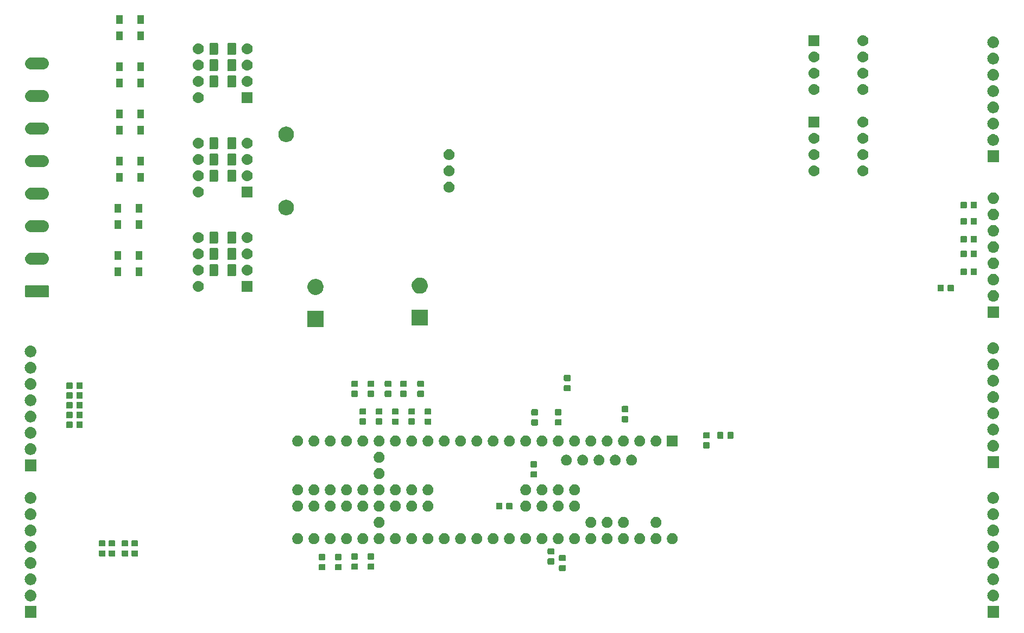
<source format=gbr>
G04 #@! TF.GenerationSoftware,KiCad,Pcbnew,5.1.4*
G04 #@! TF.CreationDate,2019-10-01T18:25:40-04:00*
G04 #@! TF.ProjectId,SolarCarECU,536f6c61-7243-4617-9245-43552e6b6963,rev?*
G04 #@! TF.SameCoordinates,Original*
G04 #@! TF.FileFunction,Soldermask,Bot*
G04 #@! TF.FilePolarity,Negative*
%FSLAX46Y46*%
G04 Gerber Fmt 4.6, Leading zero omitted, Abs format (unit mm)*
G04 Created by KiCad (PCBNEW 5.1.4) date 2019-10-01 18:25:40*
%MOMM*%
%LPD*%
G04 APERTURE LIST*
%ADD10C,0.100000*%
G04 APERTURE END LIST*
D10*
G36*
X223913000Y-138569000D02*
G01*
X222111000Y-138569000D01*
X222111000Y-136767000D01*
X223913000Y-136767000D01*
X223913000Y-138569000D01*
X223913000Y-138569000D01*
G37*
G36*
X73799000Y-138569000D02*
G01*
X71997000Y-138569000D01*
X71997000Y-136767000D01*
X73799000Y-136767000D01*
X73799000Y-138569000D01*
X73799000Y-138569000D01*
G37*
G36*
X223122442Y-134233518D02*
G01*
X223188627Y-134240037D01*
X223358466Y-134291557D01*
X223514991Y-134375222D01*
X223550729Y-134404552D01*
X223652186Y-134487814D01*
X223735448Y-134589271D01*
X223764778Y-134625009D01*
X223848443Y-134781534D01*
X223899963Y-134951373D01*
X223917359Y-135128000D01*
X223899963Y-135304627D01*
X223848443Y-135474466D01*
X223764778Y-135630991D01*
X223735448Y-135666729D01*
X223652186Y-135768186D01*
X223550729Y-135851448D01*
X223514991Y-135880778D01*
X223358466Y-135964443D01*
X223188627Y-136015963D01*
X223122442Y-136022482D01*
X223056260Y-136029000D01*
X222967740Y-136029000D01*
X222901558Y-136022482D01*
X222835373Y-136015963D01*
X222665534Y-135964443D01*
X222509009Y-135880778D01*
X222473271Y-135851448D01*
X222371814Y-135768186D01*
X222288552Y-135666729D01*
X222259222Y-135630991D01*
X222175557Y-135474466D01*
X222124037Y-135304627D01*
X222106641Y-135128000D01*
X222124037Y-134951373D01*
X222175557Y-134781534D01*
X222259222Y-134625009D01*
X222288552Y-134589271D01*
X222371814Y-134487814D01*
X222473271Y-134404552D01*
X222509009Y-134375222D01*
X222665534Y-134291557D01*
X222835373Y-134240037D01*
X222901558Y-134233518D01*
X222967740Y-134227000D01*
X223056260Y-134227000D01*
X223122442Y-134233518D01*
X223122442Y-134233518D01*
G37*
G36*
X73008442Y-134233518D02*
G01*
X73074627Y-134240037D01*
X73244466Y-134291557D01*
X73400991Y-134375222D01*
X73436729Y-134404552D01*
X73538186Y-134487814D01*
X73621448Y-134589271D01*
X73650778Y-134625009D01*
X73734443Y-134781534D01*
X73785963Y-134951373D01*
X73803359Y-135128000D01*
X73785963Y-135304627D01*
X73734443Y-135474466D01*
X73650778Y-135630991D01*
X73621448Y-135666729D01*
X73538186Y-135768186D01*
X73436729Y-135851448D01*
X73400991Y-135880778D01*
X73244466Y-135964443D01*
X73074627Y-136015963D01*
X73008442Y-136022482D01*
X72942260Y-136029000D01*
X72853740Y-136029000D01*
X72787558Y-136022482D01*
X72721373Y-136015963D01*
X72551534Y-135964443D01*
X72395009Y-135880778D01*
X72359271Y-135851448D01*
X72257814Y-135768186D01*
X72174552Y-135666729D01*
X72145222Y-135630991D01*
X72061557Y-135474466D01*
X72010037Y-135304627D01*
X71992641Y-135128000D01*
X72010037Y-134951373D01*
X72061557Y-134781534D01*
X72145222Y-134625009D01*
X72174552Y-134589271D01*
X72257814Y-134487814D01*
X72359271Y-134404552D01*
X72395009Y-134375222D01*
X72551534Y-134291557D01*
X72721373Y-134240037D01*
X72787558Y-134233518D01*
X72853740Y-134227000D01*
X72942260Y-134227000D01*
X73008442Y-134233518D01*
X73008442Y-134233518D01*
G37*
G36*
X223122443Y-131693519D02*
G01*
X223188627Y-131700037D01*
X223358466Y-131751557D01*
X223514991Y-131835222D01*
X223550729Y-131864552D01*
X223652186Y-131947814D01*
X223735448Y-132049271D01*
X223764778Y-132085009D01*
X223848443Y-132241534D01*
X223899963Y-132411373D01*
X223917359Y-132588000D01*
X223899963Y-132764627D01*
X223848443Y-132934466D01*
X223764778Y-133090991D01*
X223735448Y-133126729D01*
X223652186Y-133228186D01*
X223550729Y-133311448D01*
X223514991Y-133340778D01*
X223358466Y-133424443D01*
X223188627Y-133475963D01*
X223122442Y-133482482D01*
X223056260Y-133489000D01*
X222967740Y-133489000D01*
X222901558Y-133482482D01*
X222835373Y-133475963D01*
X222665534Y-133424443D01*
X222509009Y-133340778D01*
X222473271Y-133311448D01*
X222371814Y-133228186D01*
X222288552Y-133126729D01*
X222259222Y-133090991D01*
X222175557Y-132934466D01*
X222124037Y-132764627D01*
X222106641Y-132588000D01*
X222124037Y-132411373D01*
X222175557Y-132241534D01*
X222259222Y-132085009D01*
X222288552Y-132049271D01*
X222371814Y-131947814D01*
X222473271Y-131864552D01*
X222509009Y-131835222D01*
X222665534Y-131751557D01*
X222835373Y-131700037D01*
X222901557Y-131693519D01*
X222967740Y-131687000D01*
X223056260Y-131687000D01*
X223122443Y-131693519D01*
X223122443Y-131693519D01*
G37*
G36*
X73008443Y-131693519D02*
G01*
X73074627Y-131700037D01*
X73244466Y-131751557D01*
X73400991Y-131835222D01*
X73436729Y-131864552D01*
X73538186Y-131947814D01*
X73621448Y-132049271D01*
X73650778Y-132085009D01*
X73734443Y-132241534D01*
X73785963Y-132411373D01*
X73803359Y-132588000D01*
X73785963Y-132764627D01*
X73734443Y-132934466D01*
X73650778Y-133090991D01*
X73621448Y-133126729D01*
X73538186Y-133228186D01*
X73436729Y-133311448D01*
X73400991Y-133340778D01*
X73244466Y-133424443D01*
X73074627Y-133475963D01*
X73008442Y-133482482D01*
X72942260Y-133489000D01*
X72853740Y-133489000D01*
X72787558Y-133482482D01*
X72721373Y-133475963D01*
X72551534Y-133424443D01*
X72395009Y-133340778D01*
X72359271Y-133311448D01*
X72257814Y-133228186D01*
X72174552Y-133126729D01*
X72145222Y-133090991D01*
X72061557Y-132934466D01*
X72010037Y-132764627D01*
X71992641Y-132588000D01*
X72010037Y-132411373D01*
X72061557Y-132241534D01*
X72145222Y-132085009D01*
X72174552Y-132049271D01*
X72257814Y-131947814D01*
X72359271Y-131864552D01*
X72395009Y-131835222D01*
X72551534Y-131751557D01*
X72721373Y-131700037D01*
X72787557Y-131693519D01*
X72853740Y-131687000D01*
X72942260Y-131687000D01*
X73008443Y-131693519D01*
X73008443Y-131693519D01*
G37*
G36*
X156208591Y-130351085D02*
G01*
X156242569Y-130361393D01*
X156273890Y-130378134D01*
X156301339Y-130400661D01*
X156323866Y-130428110D01*
X156340607Y-130459431D01*
X156350915Y-130493409D01*
X156355000Y-130534890D01*
X156355000Y-131136110D01*
X156350915Y-131177591D01*
X156340607Y-131211569D01*
X156323866Y-131242890D01*
X156301339Y-131270339D01*
X156273890Y-131292866D01*
X156242569Y-131309607D01*
X156208591Y-131319915D01*
X156167110Y-131324000D01*
X155490890Y-131324000D01*
X155449409Y-131319915D01*
X155415431Y-131309607D01*
X155384110Y-131292866D01*
X155356661Y-131270339D01*
X155334134Y-131242890D01*
X155317393Y-131211569D01*
X155307085Y-131177591D01*
X155303000Y-131136110D01*
X155303000Y-130534890D01*
X155307085Y-130493409D01*
X155317393Y-130459431D01*
X155334134Y-130428110D01*
X155356661Y-130400661D01*
X155384110Y-130378134D01*
X155415431Y-130361393D01*
X155449409Y-130351085D01*
X155490890Y-130347000D01*
X156167110Y-130347000D01*
X156208591Y-130351085D01*
X156208591Y-130351085D01*
G37*
G36*
X121283591Y-130198585D02*
G01*
X121317569Y-130208893D01*
X121348890Y-130225634D01*
X121376339Y-130248161D01*
X121398866Y-130275610D01*
X121415607Y-130306931D01*
X121425915Y-130340909D01*
X121430000Y-130382390D01*
X121430000Y-130983610D01*
X121425915Y-131025091D01*
X121415607Y-131059069D01*
X121398866Y-131090390D01*
X121376339Y-131117839D01*
X121348890Y-131140366D01*
X121317569Y-131157107D01*
X121283591Y-131167415D01*
X121242110Y-131171500D01*
X120565890Y-131171500D01*
X120524409Y-131167415D01*
X120490431Y-131157107D01*
X120459110Y-131140366D01*
X120431661Y-131117839D01*
X120409134Y-131090390D01*
X120392393Y-131059069D01*
X120382085Y-131025091D01*
X120378000Y-130983610D01*
X120378000Y-130382390D01*
X120382085Y-130340909D01*
X120392393Y-130306931D01*
X120409134Y-130275610D01*
X120431661Y-130248161D01*
X120459110Y-130225634D01*
X120490431Y-130208893D01*
X120524409Y-130198585D01*
X120565890Y-130194500D01*
X121242110Y-130194500D01*
X121283591Y-130198585D01*
X121283591Y-130198585D01*
G37*
G36*
X118743591Y-130198585D02*
G01*
X118777569Y-130208893D01*
X118808890Y-130225634D01*
X118836339Y-130248161D01*
X118858866Y-130275610D01*
X118875607Y-130306931D01*
X118885915Y-130340909D01*
X118890000Y-130382390D01*
X118890000Y-130983610D01*
X118885915Y-131025091D01*
X118875607Y-131059069D01*
X118858866Y-131090390D01*
X118836339Y-131117839D01*
X118808890Y-131140366D01*
X118777569Y-131157107D01*
X118743591Y-131167415D01*
X118702110Y-131171500D01*
X118025890Y-131171500D01*
X117984409Y-131167415D01*
X117950431Y-131157107D01*
X117919110Y-131140366D01*
X117891661Y-131117839D01*
X117869134Y-131090390D01*
X117852393Y-131059069D01*
X117842085Y-131025091D01*
X117838000Y-130983610D01*
X117838000Y-130382390D01*
X117842085Y-130340909D01*
X117852393Y-130306931D01*
X117869134Y-130275610D01*
X117891661Y-130248161D01*
X117919110Y-130225634D01*
X117950431Y-130208893D01*
X117984409Y-130198585D01*
X118025890Y-130194500D01*
X118702110Y-130194500D01*
X118743591Y-130198585D01*
X118743591Y-130198585D01*
G37*
G36*
X123823591Y-130122585D02*
G01*
X123857569Y-130132893D01*
X123888890Y-130149634D01*
X123916339Y-130172161D01*
X123938866Y-130199610D01*
X123955607Y-130230931D01*
X123965915Y-130264909D01*
X123970000Y-130306390D01*
X123970000Y-130907610D01*
X123965915Y-130949091D01*
X123955607Y-130983069D01*
X123938866Y-131014390D01*
X123916339Y-131041839D01*
X123888890Y-131064366D01*
X123857569Y-131081107D01*
X123823591Y-131091415D01*
X123782110Y-131095500D01*
X123105890Y-131095500D01*
X123064409Y-131091415D01*
X123030431Y-131081107D01*
X122999110Y-131064366D01*
X122971661Y-131041839D01*
X122949134Y-131014390D01*
X122932393Y-130983069D01*
X122922085Y-130949091D01*
X122918000Y-130907610D01*
X122918000Y-130306390D01*
X122922085Y-130264909D01*
X122932393Y-130230931D01*
X122949134Y-130199610D01*
X122971661Y-130172161D01*
X122999110Y-130149634D01*
X123030431Y-130132893D01*
X123064409Y-130122585D01*
X123105890Y-130118500D01*
X123782110Y-130118500D01*
X123823591Y-130122585D01*
X123823591Y-130122585D01*
G37*
G36*
X126363591Y-130122585D02*
G01*
X126397569Y-130132893D01*
X126428890Y-130149634D01*
X126456339Y-130172161D01*
X126478866Y-130199610D01*
X126495607Y-130230931D01*
X126505915Y-130264909D01*
X126510000Y-130306390D01*
X126510000Y-130907610D01*
X126505915Y-130949091D01*
X126495607Y-130983069D01*
X126478866Y-131014390D01*
X126456339Y-131041839D01*
X126428890Y-131064366D01*
X126397569Y-131081107D01*
X126363591Y-131091415D01*
X126322110Y-131095500D01*
X125645890Y-131095500D01*
X125604409Y-131091415D01*
X125570431Y-131081107D01*
X125539110Y-131064366D01*
X125511661Y-131041839D01*
X125489134Y-131014390D01*
X125472393Y-130983069D01*
X125462085Y-130949091D01*
X125458000Y-130907610D01*
X125458000Y-130306390D01*
X125462085Y-130264909D01*
X125472393Y-130230931D01*
X125489134Y-130199610D01*
X125511661Y-130172161D01*
X125539110Y-130149634D01*
X125570431Y-130132893D01*
X125604409Y-130122585D01*
X125645890Y-130118500D01*
X126322110Y-130118500D01*
X126363591Y-130122585D01*
X126363591Y-130122585D01*
G37*
G36*
X73008443Y-129153519D02*
G01*
X73074627Y-129160037D01*
X73244466Y-129211557D01*
X73400991Y-129295222D01*
X73418492Y-129309585D01*
X73538186Y-129407814D01*
X73617738Y-129504750D01*
X73650778Y-129545009D01*
X73734443Y-129701534D01*
X73785963Y-129871373D01*
X73803359Y-130048000D01*
X73785963Y-130224627D01*
X73734443Y-130394466D01*
X73650778Y-130550991D01*
X73621448Y-130586729D01*
X73538186Y-130688186D01*
X73436729Y-130771448D01*
X73400991Y-130800778D01*
X73244466Y-130884443D01*
X73074627Y-130935963D01*
X73008443Y-130942481D01*
X72942260Y-130949000D01*
X72853740Y-130949000D01*
X72787557Y-130942481D01*
X72721373Y-130935963D01*
X72551534Y-130884443D01*
X72395009Y-130800778D01*
X72359271Y-130771448D01*
X72257814Y-130688186D01*
X72174552Y-130586729D01*
X72145222Y-130550991D01*
X72061557Y-130394466D01*
X72010037Y-130224627D01*
X71992641Y-130048000D01*
X72010037Y-129871373D01*
X72061557Y-129701534D01*
X72145222Y-129545009D01*
X72178262Y-129504750D01*
X72257814Y-129407814D01*
X72377508Y-129309585D01*
X72395009Y-129295222D01*
X72551534Y-129211557D01*
X72721373Y-129160037D01*
X72787557Y-129153519D01*
X72853740Y-129147000D01*
X72942260Y-129147000D01*
X73008443Y-129153519D01*
X73008443Y-129153519D01*
G37*
G36*
X223122443Y-129153519D02*
G01*
X223188627Y-129160037D01*
X223358466Y-129211557D01*
X223514991Y-129295222D01*
X223532492Y-129309585D01*
X223652186Y-129407814D01*
X223731738Y-129504750D01*
X223764778Y-129545009D01*
X223848443Y-129701534D01*
X223899963Y-129871373D01*
X223917359Y-130048000D01*
X223899963Y-130224627D01*
X223848443Y-130394466D01*
X223764778Y-130550991D01*
X223735448Y-130586729D01*
X223652186Y-130688186D01*
X223550729Y-130771448D01*
X223514991Y-130800778D01*
X223358466Y-130884443D01*
X223188627Y-130935963D01*
X223122443Y-130942481D01*
X223056260Y-130949000D01*
X222967740Y-130949000D01*
X222901557Y-130942481D01*
X222835373Y-130935963D01*
X222665534Y-130884443D01*
X222509009Y-130800778D01*
X222473271Y-130771448D01*
X222371814Y-130688186D01*
X222288552Y-130586729D01*
X222259222Y-130550991D01*
X222175557Y-130394466D01*
X222124037Y-130224627D01*
X222106641Y-130048000D01*
X222124037Y-129871373D01*
X222175557Y-129701534D01*
X222259222Y-129545009D01*
X222292262Y-129504750D01*
X222371814Y-129407814D01*
X222491508Y-129309585D01*
X222509009Y-129295222D01*
X222665534Y-129211557D01*
X222835373Y-129160037D01*
X222901557Y-129153519D01*
X222967740Y-129147000D01*
X223056260Y-129147000D01*
X223122443Y-129153519D01*
X223122443Y-129153519D01*
G37*
G36*
X154430591Y-129309585D02*
G01*
X154464569Y-129319893D01*
X154495890Y-129336634D01*
X154523339Y-129359161D01*
X154545866Y-129386610D01*
X154562607Y-129417931D01*
X154572915Y-129451909D01*
X154577000Y-129493390D01*
X154577000Y-130094610D01*
X154572915Y-130136091D01*
X154562607Y-130170069D01*
X154545866Y-130201390D01*
X154523339Y-130228839D01*
X154495890Y-130251366D01*
X154464569Y-130268107D01*
X154430591Y-130278415D01*
X154389110Y-130282500D01*
X153712890Y-130282500D01*
X153671409Y-130278415D01*
X153637431Y-130268107D01*
X153606110Y-130251366D01*
X153578661Y-130228839D01*
X153556134Y-130201390D01*
X153539393Y-130170069D01*
X153529085Y-130136091D01*
X153525000Y-130094610D01*
X153525000Y-129493390D01*
X153529085Y-129451909D01*
X153539393Y-129417931D01*
X153556134Y-129386610D01*
X153578661Y-129359161D01*
X153606110Y-129336634D01*
X153637431Y-129319893D01*
X153671409Y-129309585D01*
X153712890Y-129305500D01*
X154389110Y-129305500D01*
X154430591Y-129309585D01*
X154430591Y-129309585D01*
G37*
G36*
X156208591Y-128776085D02*
G01*
X156242569Y-128786393D01*
X156273890Y-128803134D01*
X156301339Y-128825661D01*
X156323866Y-128853110D01*
X156340607Y-128884431D01*
X156350915Y-128918409D01*
X156355000Y-128959890D01*
X156355000Y-129561110D01*
X156350915Y-129602591D01*
X156340607Y-129636569D01*
X156323866Y-129667890D01*
X156301339Y-129695339D01*
X156273890Y-129717866D01*
X156242569Y-129734607D01*
X156208591Y-129744915D01*
X156167110Y-129749000D01*
X155490890Y-129749000D01*
X155449409Y-129744915D01*
X155415431Y-129734607D01*
X155384110Y-129717866D01*
X155356661Y-129695339D01*
X155334134Y-129667890D01*
X155317393Y-129636569D01*
X155307085Y-129602591D01*
X155303000Y-129561110D01*
X155303000Y-128959890D01*
X155307085Y-128918409D01*
X155317393Y-128884431D01*
X155334134Y-128853110D01*
X155356661Y-128825661D01*
X155384110Y-128803134D01*
X155415431Y-128786393D01*
X155449409Y-128776085D01*
X155490890Y-128772000D01*
X156167110Y-128772000D01*
X156208591Y-128776085D01*
X156208591Y-128776085D01*
G37*
G36*
X118743591Y-128623585D02*
G01*
X118777569Y-128633893D01*
X118808890Y-128650634D01*
X118836339Y-128673161D01*
X118858866Y-128700610D01*
X118875607Y-128731931D01*
X118885915Y-128765909D01*
X118890000Y-128807390D01*
X118890000Y-129408610D01*
X118885915Y-129450091D01*
X118875607Y-129484069D01*
X118858866Y-129515390D01*
X118836339Y-129542839D01*
X118808890Y-129565366D01*
X118777569Y-129582107D01*
X118743591Y-129592415D01*
X118702110Y-129596500D01*
X118025890Y-129596500D01*
X117984409Y-129592415D01*
X117950431Y-129582107D01*
X117919110Y-129565366D01*
X117891661Y-129542839D01*
X117869134Y-129515390D01*
X117852393Y-129484069D01*
X117842085Y-129450091D01*
X117838000Y-129408610D01*
X117838000Y-128807390D01*
X117842085Y-128765909D01*
X117852393Y-128731931D01*
X117869134Y-128700610D01*
X117891661Y-128673161D01*
X117919110Y-128650634D01*
X117950431Y-128633893D01*
X117984409Y-128623585D01*
X118025890Y-128619500D01*
X118702110Y-128619500D01*
X118743591Y-128623585D01*
X118743591Y-128623585D01*
G37*
G36*
X121283591Y-128623585D02*
G01*
X121317569Y-128633893D01*
X121348890Y-128650634D01*
X121376339Y-128673161D01*
X121398866Y-128700610D01*
X121415607Y-128731931D01*
X121425915Y-128765909D01*
X121430000Y-128807390D01*
X121430000Y-129408610D01*
X121425915Y-129450091D01*
X121415607Y-129484069D01*
X121398866Y-129515390D01*
X121376339Y-129542839D01*
X121348890Y-129565366D01*
X121317569Y-129582107D01*
X121283591Y-129592415D01*
X121242110Y-129596500D01*
X120565890Y-129596500D01*
X120524409Y-129592415D01*
X120490431Y-129582107D01*
X120459110Y-129565366D01*
X120431661Y-129542839D01*
X120409134Y-129515390D01*
X120392393Y-129484069D01*
X120382085Y-129450091D01*
X120378000Y-129408610D01*
X120378000Y-128807390D01*
X120382085Y-128765909D01*
X120392393Y-128731931D01*
X120409134Y-128700610D01*
X120431661Y-128673161D01*
X120459110Y-128650634D01*
X120490431Y-128633893D01*
X120524409Y-128623585D01*
X120565890Y-128619500D01*
X121242110Y-128619500D01*
X121283591Y-128623585D01*
X121283591Y-128623585D01*
G37*
G36*
X126363591Y-128547585D02*
G01*
X126397569Y-128557893D01*
X126428890Y-128574634D01*
X126456339Y-128597161D01*
X126478866Y-128624610D01*
X126495607Y-128655931D01*
X126505915Y-128689909D01*
X126510000Y-128731390D01*
X126510000Y-129332610D01*
X126505915Y-129374091D01*
X126495607Y-129408069D01*
X126478866Y-129439390D01*
X126456339Y-129466839D01*
X126428890Y-129489366D01*
X126397569Y-129506107D01*
X126363591Y-129516415D01*
X126322110Y-129520500D01*
X125645890Y-129520500D01*
X125604409Y-129516415D01*
X125570431Y-129506107D01*
X125539110Y-129489366D01*
X125511661Y-129466839D01*
X125489134Y-129439390D01*
X125472393Y-129408069D01*
X125462085Y-129374091D01*
X125458000Y-129332610D01*
X125458000Y-128731390D01*
X125462085Y-128689909D01*
X125472393Y-128655931D01*
X125489134Y-128624610D01*
X125511661Y-128597161D01*
X125539110Y-128574634D01*
X125570431Y-128557893D01*
X125604409Y-128547585D01*
X125645890Y-128543500D01*
X126322110Y-128543500D01*
X126363591Y-128547585D01*
X126363591Y-128547585D01*
G37*
G36*
X123823591Y-128547585D02*
G01*
X123857569Y-128557893D01*
X123888890Y-128574634D01*
X123916339Y-128597161D01*
X123938866Y-128624610D01*
X123955607Y-128655931D01*
X123965915Y-128689909D01*
X123970000Y-128731390D01*
X123970000Y-129332610D01*
X123965915Y-129374091D01*
X123955607Y-129408069D01*
X123938866Y-129439390D01*
X123916339Y-129466839D01*
X123888890Y-129489366D01*
X123857569Y-129506107D01*
X123823591Y-129516415D01*
X123782110Y-129520500D01*
X123105890Y-129520500D01*
X123064409Y-129516415D01*
X123030431Y-129506107D01*
X122999110Y-129489366D01*
X122971661Y-129466839D01*
X122949134Y-129439390D01*
X122932393Y-129408069D01*
X122922085Y-129374091D01*
X122918000Y-129332610D01*
X122918000Y-128731390D01*
X122922085Y-128689909D01*
X122932393Y-128655931D01*
X122949134Y-128624610D01*
X122971661Y-128597161D01*
X122999110Y-128574634D01*
X123030431Y-128557893D01*
X123064409Y-128547585D01*
X123105890Y-128543500D01*
X123782110Y-128543500D01*
X123823591Y-128547585D01*
X123823591Y-128547585D01*
G37*
G36*
X84453591Y-128065085D02*
G01*
X84487569Y-128075393D01*
X84518890Y-128092134D01*
X84546339Y-128114661D01*
X84568866Y-128142110D01*
X84585607Y-128173431D01*
X84595915Y-128207409D01*
X84600000Y-128248890D01*
X84600000Y-128850110D01*
X84595915Y-128891591D01*
X84585607Y-128925569D01*
X84568866Y-128956890D01*
X84546339Y-128984339D01*
X84518890Y-129006866D01*
X84487569Y-129023607D01*
X84453591Y-129033915D01*
X84412110Y-129038000D01*
X83735890Y-129038000D01*
X83694409Y-129033915D01*
X83660431Y-129023607D01*
X83629110Y-129006866D01*
X83601661Y-128984339D01*
X83579134Y-128956890D01*
X83562393Y-128925569D01*
X83552085Y-128891591D01*
X83548000Y-128850110D01*
X83548000Y-128248890D01*
X83552085Y-128207409D01*
X83562393Y-128173431D01*
X83579134Y-128142110D01*
X83601661Y-128114661D01*
X83629110Y-128092134D01*
X83660431Y-128075393D01*
X83694409Y-128065085D01*
X83735890Y-128061000D01*
X84412110Y-128061000D01*
X84453591Y-128065085D01*
X84453591Y-128065085D01*
G37*
G36*
X88009591Y-128065085D02*
G01*
X88043569Y-128075393D01*
X88074890Y-128092134D01*
X88102339Y-128114661D01*
X88124866Y-128142110D01*
X88141607Y-128173431D01*
X88151915Y-128207409D01*
X88156000Y-128248890D01*
X88156000Y-128850110D01*
X88151915Y-128891591D01*
X88141607Y-128925569D01*
X88124866Y-128956890D01*
X88102339Y-128984339D01*
X88074890Y-129006866D01*
X88043569Y-129023607D01*
X88009591Y-129033915D01*
X87968110Y-129038000D01*
X87291890Y-129038000D01*
X87250409Y-129033915D01*
X87216431Y-129023607D01*
X87185110Y-129006866D01*
X87157661Y-128984339D01*
X87135134Y-128956890D01*
X87118393Y-128925569D01*
X87108085Y-128891591D01*
X87104000Y-128850110D01*
X87104000Y-128248890D01*
X87108085Y-128207409D01*
X87118393Y-128173431D01*
X87135134Y-128142110D01*
X87157661Y-128114661D01*
X87185110Y-128092134D01*
X87216431Y-128075393D01*
X87250409Y-128065085D01*
X87291890Y-128061000D01*
X87968110Y-128061000D01*
X88009591Y-128065085D01*
X88009591Y-128065085D01*
G37*
G36*
X85977591Y-128065085D02*
G01*
X86011569Y-128075393D01*
X86042890Y-128092134D01*
X86070339Y-128114661D01*
X86092866Y-128142110D01*
X86109607Y-128173431D01*
X86119915Y-128207409D01*
X86124000Y-128248890D01*
X86124000Y-128850110D01*
X86119915Y-128891591D01*
X86109607Y-128925569D01*
X86092866Y-128956890D01*
X86070339Y-128984339D01*
X86042890Y-129006866D01*
X86011569Y-129023607D01*
X85977591Y-129033915D01*
X85936110Y-129038000D01*
X85259890Y-129038000D01*
X85218409Y-129033915D01*
X85184431Y-129023607D01*
X85153110Y-129006866D01*
X85125661Y-128984339D01*
X85103134Y-128956890D01*
X85086393Y-128925569D01*
X85076085Y-128891591D01*
X85072000Y-128850110D01*
X85072000Y-128248890D01*
X85076085Y-128207409D01*
X85086393Y-128173431D01*
X85103134Y-128142110D01*
X85125661Y-128114661D01*
X85153110Y-128092134D01*
X85184431Y-128075393D01*
X85218409Y-128065085D01*
X85259890Y-128061000D01*
X85936110Y-128061000D01*
X85977591Y-128065085D01*
X85977591Y-128065085D01*
G37*
G36*
X89533591Y-128065085D02*
G01*
X89567569Y-128075393D01*
X89598890Y-128092134D01*
X89626339Y-128114661D01*
X89648866Y-128142110D01*
X89665607Y-128173431D01*
X89675915Y-128207409D01*
X89680000Y-128248890D01*
X89680000Y-128850110D01*
X89675915Y-128891591D01*
X89665607Y-128925569D01*
X89648866Y-128956890D01*
X89626339Y-128984339D01*
X89598890Y-129006866D01*
X89567569Y-129023607D01*
X89533591Y-129033915D01*
X89492110Y-129038000D01*
X88815890Y-129038000D01*
X88774409Y-129033915D01*
X88740431Y-129023607D01*
X88709110Y-129006866D01*
X88681661Y-128984339D01*
X88659134Y-128956890D01*
X88642393Y-128925569D01*
X88632085Y-128891591D01*
X88628000Y-128850110D01*
X88628000Y-128248890D01*
X88632085Y-128207409D01*
X88642393Y-128173431D01*
X88659134Y-128142110D01*
X88681661Y-128114661D01*
X88709110Y-128092134D01*
X88740431Y-128075393D01*
X88774409Y-128065085D01*
X88815890Y-128061000D01*
X89492110Y-128061000D01*
X89533591Y-128065085D01*
X89533591Y-128065085D01*
G37*
G36*
X154430591Y-127734585D02*
G01*
X154464569Y-127744893D01*
X154495890Y-127761634D01*
X154523339Y-127784161D01*
X154545866Y-127811610D01*
X154562607Y-127842931D01*
X154572915Y-127876909D01*
X154577000Y-127918390D01*
X154577000Y-128519610D01*
X154572915Y-128561091D01*
X154562607Y-128595069D01*
X154545866Y-128626390D01*
X154523339Y-128653839D01*
X154495890Y-128676366D01*
X154464569Y-128693107D01*
X154430591Y-128703415D01*
X154389110Y-128707500D01*
X153712890Y-128707500D01*
X153671409Y-128703415D01*
X153637431Y-128693107D01*
X153606110Y-128676366D01*
X153578661Y-128653839D01*
X153556134Y-128626390D01*
X153539393Y-128595069D01*
X153529085Y-128561091D01*
X153525000Y-128519610D01*
X153525000Y-127918390D01*
X153529085Y-127876909D01*
X153539393Y-127842931D01*
X153556134Y-127811610D01*
X153578661Y-127784161D01*
X153606110Y-127761634D01*
X153637431Y-127744893D01*
X153671409Y-127734585D01*
X153712890Y-127730500D01*
X154389110Y-127730500D01*
X154430591Y-127734585D01*
X154430591Y-127734585D01*
G37*
G36*
X223122442Y-126613518D02*
G01*
X223188627Y-126620037D01*
X223358466Y-126671557D01*
X223514991Y-126755222D01*
X223545768Y-126780480D01*
X223652186Y-126867814D01*
X223735448Y-126969271D01*
X223764778Y-127005009D01*
X223848443Y-127161534D01*
X223899963Y-127331373D01*
X223917359Y-127508000D01*
X223899963Y-127684627D01*
X223848443Y-127854466D01*
X223764778Y-128010991D01*
X223735448Y-128046729D01*
X223652186Y-128148186D01*
X223580021Y-128207409D01*
X223514991Y-128260778D01*
X223358466Y-128344443D01*
X223188627Y-128395963D01*
X223122443Y-128402481D01*
X223056260Y-128409000D01*
X222967740Y-128409000D01*
X222901557Y-128402481D01*
X222835373Y-128395963D01*
X222665534Y-128344443D01*
X222509009Y-128260778D01*
X222443979Y-128207409D01*
X222371814Y-128148186D01*
X222288552Y-128046729D01*
X222259222Y-128010991D01*
X222175557Y-127854466D01*
X222124037Y-127684627D01*
X222106641Y-127508000D01*
X222124037Y-127331373D01*
X222175557Y-127161534D01*
X222259222Y-127005009D01*
X222288552Y-126969271D01*
X222371814Y-126867814D01*
X222478232Y-126780480D01*
X222509009Y-126755222D01*
X222665534Y-126671557D01*
X222835373Y-126620037D01*
X222901558Y-126613518D01*
X222967740Y-126607000D01*
X223056260Y-126607000D01*
X223122442Y-126613518D01*
X223122442Y-126613518D01*
G37*
G36*
X73008442Y-126613518D02*
G01*
X73074627Y-126620037D01*
X73244466Y-126671557D01*
X73400991Y-126755222D01*
X73431768Y-126780480D01*
X73538186Y-126867814D01*
X73621448Y-126969271D01*
X73650778Y-127005009D01*
X73734443Y-127161534D01*
X73785963Y-127331373D01*
X73803359Y-127508000D01*
X73785963Y-127684627D01*
X73734443Y-127854466D01*
X73650778Y-128010991D01*
X73621448Y-128046729D01*
X73538186Y-128148186D01*
X73466021Y-128207409D01*
X73400991Y-128260778D01*
X73244466Y-128344443D01*
X73074627Y-128395963D01*
X73008443Y-128402481D01*
X72942260Y-128409000D01*
X72853740Y-128409000D01*
X72787557Y-128402481D01*
X72721373Y-128395963D01*
X72551534Y-128344443D01*
X72395009Y-128260778D01*
X72329979Y-128207409D01*
X72257814Y-128148186D01*
X72174552Y-128046729D01*
X72145222Y-128010991D01*
X72061557Y-127854466D01*
X72010037Y-127684627D01*
X71992641Y-127508000D01*
X72010037Y-127331373D01*
X72061557Y-127161534D01*
X72145222Y-127005009D01*
X72174552Y-126969271D01*
X72257814Y-126867814D01*
X72364232Y-126780480D01*
X72395009Y-126755222D01*
X72551534Y-126671557D01*
X72721373Y-126620037D01*
X72787558Y-126613518D01*
X72853740Y-126607000D01*
X72942260Y-126607000D01*
X73008442Y-126613518D01*
X73008442Y-126613518D01*
G37*
G36*
X84453591Y-126490085D02*
G01*
X84487569Y-126500393D01*
X84518890Y-126517134D01*
X84546339Y-126539661D01*
X84568866Y-126567110D01*
X84585607Y-126598431D01*
X84595915Y-126632409D01*
X84600000Y-126673890D01*
X84600000Y-127275110D01*
X84595915Y-127316591D01*
X84585607Y-127350569D01*
X84568866Y-127381890D01*
X84546339Y-127409339D01*
X84518890Y-127431866D01*
X84487569Y-127448607D01*
X84453591Y-127458915D01*
X84412110Y-127463000D01*
X83735890Y-127463000D01*
X83694409Y-127458915D01*
X83660431Y-127448607D01*
X83629110Y-127431866D01*
X83601661Y-127409339D01*
X83579134Y-127381890D01*
X83562393Y-127350569D01*
X83552085Y-127316591D01*
X83548000Y-127275110D01*
X83548000Y-126673890D01*
X83552085Y-126632409D01*
X83562393Y-126598431D01*
X83579134Y-126567110D01*
X83601661Y-126539661D01*
X83629110Y-126517134D01*
X83660431Y-126500393D01*
X83694409Y-126490085D01*
X83735890Y-126486000D01*
X84412110Y-126486000D01*
X84453591Y-126490085D01*
X84453591Y-126490085D01*
G37*
G36*
X88009591Y-126490085D02*
G01*
X88043569Y-126500393D01*
X88074890Y-126517134D01*
X88102339Y-126539661D01*
X88124866Y-126567110D01*
X88141607Y-126598431D01*
X88151915Y-126632409D01*
X88156000Y-126673890D01*
X88156000Y-127275110D01*
X88151915Y-127316591D01*
X88141607Y-127350569D01*
X88124866Y-127381890D01*
X88102339Y-127409339D01*
X88074890Y-127431866D01*
X88043569Y-127448607D01*
X88009591Y-127458915D01*
X87968110Y-127463000D01*
X87291890Y-127463000D01*
X87250409Y-127458915D01*
X87216431Y-127448607D01*
X87185110Y-127431866D01*
X87157661Y-127409339D01*
X87135134Y-127381890D01*
X87118393Y-127350569D01*
X87108085Y-127316591D01*
X87104000Y-127275110D01*
X87104000Y-126673890D01*
X87108085Y-126632409D01*
X87118393Y-126598431D01*
X87135134Y-126567110D01*
X87157661Y-126539661D01*
X87185110Y-126517134D01*
X87216431Y-126500393D01*
X87250409Y-126490085D01*
X87291890Y-126486000D01*
X87968110Y-126486000D01*
X88009591Y-126490085D01*
X88009591Y-126490085D01*
G37*
G36*
X85977591Y-126490085D02*
G01*
X86011569Y-126500393D01*
X86042890Y-126517134D01*
X86070339Y-126539661D01*
X86092866Y-126567110D01*
X86109607Y-126598431D01*
X86119915Y-126632409D01*
X86124000Y-126673890D01*
X86124000Y-127275110D01*
X86119915Y-127316591D01*
X86109607Y-127350569D01*
X86092866Y-127381890D01*
X86070339Y-127409339D01*
X86042890Y-127431866D01*
X86011569Y-127448607D01*
X85977591Y-127458915D01*
X85936110Y-127463000D01*
X85259890Y-127463000D01*
X85218409Y-127458915D01*
X85184431Y-127448607D01*
X85153110Y-127431866D01*
X85125661Y-127409339D01*
X85103134Y-127381890D01*
X85086393Y-127350569D01*
X85076085Y-127316591D01*
X85072000Y-127275110D01*
X85072000Y-126673890D01*
X85076085Y-126632409D01*
X85086393Y-126598431D01*
X85103134Y-126567110D01*
X85125661Y-126539661D01*
X85153110Y-126517134D01*
X85184431Y-126500393D01*
X85218409Y-126490085D01*
X85259890Y-126486000D01*
X85936110Y-126486000D01*
X85977591Y-126490085D01*
X85977591Y-126490085D01*
G37*
G36*
X89533591Y-126490085D02*
G01*
X89567569Y-126500393D01*
X89598890Y-126517134D01*
X89626339Y-126539661D01*
X89648866Y-126567110D01*
X89665607Y-126598431D01*
X89675915Y-126632409D01*
X89680000Y-126673890D01*
X89680000Y-127275110D01*
X89675915Y-127316591D01*
X89665607Y-127350569D01*
X89648866Y-127381890D01*
X89626339Y-127409339D01*
X89598890Y-127431866D01*
X89567569Y-127448607D01*
X89533591Y-127458915D01*
X89492110Y-127463000D01*
X88815890Y-127463000D01*
X88774409Y-127458915D01*
X88740431Y-127448607D01*
X88709110Y-127431866D01*
X88681661Y-127409339D01*
X88659134Y-127381890D01*
X88642393Y-127350569D01*
X88632085Y-127316591D01*
X88628000Y-127275110D01*
X88628000Y-126673890D01*
X88632085Y-126632409D01*
X88642393Y-126598431D01*
X88659134Y-126567110D01*
X88681661Y-126539661D01*
X88709110Y-126517134D01*
X88740431Y-126500393D01*
X88774409Y-126490085D01*
X88815890Y-126486000D01*
X89492110Y-126486000D01*
X89533591Y-126490085D01*
X89533591Y-126490085D01*
G37*
G36*
X170682228Y-125419703D02*
G01*
X170837100Y-125483853D01*
X170976481Y-125576985D01*
X171095015Y-125695519D01*
X171188147Y-125834900D01*
X171252297Y-125989772D01*
X171285000Y-126154184D01*
X171285000Y-126321816D01*
X171252297Y-126486228D01*
X171188147Y-126641100D01*
X171095015Y-126780481D01*
X170976481Y-126899015D01*
X170837100Y-126992147D01*
X170682228Y-127056297D01*
X170517816Y-127089000D01*
X170350184Y-127089000D01*
X170185772Y-127056297D01*
X170030900Y-126992147D01*
X169891519Y-126899015D01*
X169772985Y-126780481D01*
X169679853Y-126641100D01*
X169615703Y-126486228D01*
X169583000Y-126321816D01*
X169583000Y-126154184D01*
X169615703Y-125989772D01*
X169679853Y-125834900D01*
X169772985Y-125695519D01*
X169891519Y-125576985D01*
X170030900Y-125483853D01*
X170185772Y-125419703D01*
X170350184Y-125387000D01*
X170517816Y-125387000D01*
X170682228Y-125419703D01*
X170682228Y-125419703D01*
G37*
G36*
X140202228Y-125419703D02*
G01*
X140357100Y-125483853D01*
X140496481Y-125576985D01*
X140615015Y-125695519D01*
X140708147Y-125834900D01*
X140772297Y-125989772D01*
X140805000Y-126154184D01*
X140805000Y-126321816D01*
X140772297Y-126486228D01*
X140708147Y-126641100D01*
X140615015Y-126780481D01*
X140496481Y-126899015D01*
X140357100Y-126992147D01*
X140202228Y-127056297D01*
X140037816Y-127089000D01*
X139870184Y-127089000D01*
X139705772Y-127056297D01*
X139550900Y-126992147D01*
X139411519Y-126899015D01*
X139292985Y-126780481D01*
X139199853Y-126641100D01*
X139135703Y-126486228D01*
X139103000Y-126321816D01*
X139103000Y-126154184D01*
X139135703Y-125989772D01*
X139199853Y-125834900D01*
X139292985Y-125695519D01*
X139411519Y-125576985D01*
X139550900Y-125483853D01*
X139705772Y-125419703D01*
X139870184Y-125387000D01*
X140037816Y-125387000D01*
X140202228Y-125419703D01*
X140202228Y-125419703D01*
G37*
G36*
X137662228Y-125419703D02*
G01*
X137817100Y-125483853D01*
X137956481Y-125576985D01*
X138075015Y-125695519D01*
X138168147Y-125834900D01*
X138232297Y-125989772D01*
X138265000Y-126154184D01*
X138265000Y-126321816D01*
X138232297Y-126486228D01*
X138168147Y-126641100D01*
X138075015Y-126780481D01*
X137956481Y-126899015D01*
X137817100Y-126992147D01*
X137662228Y-127056297D01*
X137497816Y-127089000D01*
X137330184Y-127089000D01*
X137165772Y-127056297D01*
X137010900Y-126992147D01*
X136871519Y-126899015D01*
X136752985Y-126780481D01*
X136659853Y-126641100D01*
X136595703Y-126486228D01*
X136563000Y-126321816D01*
X136563000Y-126154184D01*
X136595703Y-125989772D01*
X136659853Y-125834900D01*
X136752985Y-125695519D01*
X136871519Y-125576985D01*
X137010900Y-125483853D01*
X137165772Y-125419703D01*
X137330184Y-125387000D01*
X137497816Y-125387000D01*
X137662228Y-125419703D01*
X137662228Y-125419703D01*
G37*
G36*
X135122228Y-125419703D02*
G01*
X135277100Y-125483853D01*
X135416481Y-125576985D01*
X135535015Y-125695519D01*
X135628147Y-125834900D01*
X135692297Y-125989772D01*
X135725000Y-126154184D01*
X135725000Y-126321816D01*
X135692297Y-126486228D01*
X135628147Y-126641100D01*
X135535015Y-126780481D01*
X135416481Y-126899015D01*
X135277100Y-126992147D01*
X135122228Y-127056297D01*
X134957816Y-127089000D01*
X134790184Y-127089000D01*
X134625772Y-127056297D01*
X134470900Y-126992147D01*
X134331519Y-126899015D01*
X134212985Y-126780481D01*
X134119853Y-126641100D01*
X134055703Y-126486228D01*
X134023000Y-126321816D01*
X134023000Y-126154184D01*
X134055703Y-125989772D01*
X134119853Y-125834900D01*
X134212985Y-125695519D01*
X134331519Y-125576985D01*
X134470900Y-125483853D01*
X134625772Y-125419703D01*
X134790184Y-125387000D01*
X134957816Y-125387000D01*
X135122228Y-125419703D01*
X135122228Y-125419703D01*
G37*
G36*
X132582228Y-125419703D02*
G01*
X132737100Y-125483853D01*
X132876481Y-125576985D01*
X132995015Y-125695519D01*
X133088147Y-125834900D01*
X133152297Y-125989772D01*
X133185000Y-126154184D01*
X133185000Y-126321816D01*
X133152297Y-126486228D01*
X133088147Y-126641100D01*
X132995015Y-126780481D01*
X132876481Y-126899015D01*
X132737100Y-126992147D01*
X132582228Y-127056297D01*
X132417816Y-127089000D01*
X132250184Y-127089000D01*
X132085772Y-127056297D01*
X131930900Y-126992147D01*
X131791519Y-126899015D01*
X131672985Y-126780481D01*
X131579853Y-126641100D01*
X131515703Y-126486228D01*
X131483000Y-126321816D01*
X131483000Y-126154184D01*
X131515703Y-125989772D01*
X131579853Y-125834900D01*
X131672985Y-125695519D01*
X131791519Y-125576985D01*
X131930900Y-125483853D01*
X132085772Y-125419703D01*
X132250184Y-125387000D01*
X132417816Y-125387000D01*
X132582228Y-125419703D01*
X132582228Y-125419703D01*
G37*
G36*
X130042228Y-125419703D02*
G01*
X130197100Y-125483853D01*
X130336481Y-125576985D01*
X130455015Y-125695519D01*
X130548147Y-125834900D01*
X130612297Y-125989772D01*
X130645000Y-126154184D01*
X130645000Y-126321816D01*
X130612297Y-126486228D01*
X130548147Y-126641100D01*
X130455015Y-126780481D01*
X130336481Y-126899015D01*
X130197100Y-126992147D01*
X130042228Y-127056297D01*
X129877816Y-127089000D01*
X129710184Y-127089000D01*
X129545772Y-127056297D01*
X129390900Y-126992147D01*
X129251519Y-126899015D01*
X129132985Y-126780481D01*
X129039853Y-126641100D01*
X128975703Y-126486228D01*
X128943000Y-126321816D01*
X128943000Y-126154184D01*
X128975703Y-125989772D01*
X129039853Y-125834900D01*
X129132985Y-125695519D01*
X129251519Y-125576985D01*
X129390900Y-125483853D01*
X129545772Y-125419703D01*
X129710184Y-125387000D01*
X129877816Y-125387000D01*
X130042228Y-125419703D01*
X130042228Y-125419703D01*
G37*
G36*
X127502228Y-125419703D02*
G01*
X127657100Y-125483853D01*
X127796481Y-125576985D01*
X127915015Y-125695519D01*
X128008147Y-125834900D01*
X128072297Y-125989772D01*
X128105000Y-126154184D01*
X128105000Y-126321816D01*
X128072297Y-126486228D01*
X128008147Y-126641100D01*
X127915015Y-126780481D01*
X127796481Y-126899015D01*
X127657100Y-126992147D01*
X127502228Y-127056297D01*
X127337816Y-127089000D01*
X127170184Y-127089000D01*
X127005772Y-127056297D01*
X126850900Y-126992147D01*
X126711519Y-126899015D01*
X126592985Y-126780481D01*
X126499853Y-126641100D01*
X126435703Y-126486228D01*
X126403000Y-126321816D01*
X126403000Y-126154184D01*
X126435703Y-125989772D01*
X126499853Y-125834900D01*
X126592985Y-125695519D01*
X126711519Y-125576985D01*
X126850900Y-125483853D01*
X127005772Y-125419703D01*
X127170184Y-125387000D01*
X127337816Y-125387000D01*
X127502228Y-125419703D01*
X127502228Y-125419703D01*
G37*
G36*
X124962228Y-125419703D02*
G01*
X125117100Y-125483853D01*
X125256481Y-125576985D01*
X125375015Y-125695519D01*
X125468147Y-125834900D01*
X125532297Y-125989772D01*
X125565000Y-126154184D01*
X125565000Y-126321816D01*
X125532297Y-126486228D01*
X125468147Y-126641100D01*
X125375015Y-126780481D01*
X125256481Y-126899015D01*
X125117100Y-126992147D01*
X124962228Y-127056297D01*
X124797816Y-127089000D01*
X124630184Y-127089000D01*
X124465772Y-127056297D01*
X124310900Y-126992147D01*
X124171519Y-126899015D01*
X124052985Y-126780481D01*
X123959853Y-126641100D01*
X123895703Y-126486228D01*
X123863000Y-126321816D01*
X123863000Y-126154184D01*
X123895703Y-125989772D01*
X123959853Y-125834900D01*
X124052985Y-125695519D01*
X124171519Y-125576985D01*
X124310900Y-125483853D01*
X124465772Y-125419703D01*
X124630184Y-125387000D01*
X124797816Y-125387000D01*
X124962228Y-125419703D01*
X124962228Y-125419703D01*
G37*
G36*
X122422228Y-125419703D02*
G01*
X122577100Y-125483853D01*
X122716481Y-125576985D01*
X122835015Y-125695519D01*
X122928147Y-125834900D01*
X122992297Y-125989772D01*
X123025000Y-126154184D01*
X123025000Y-126321816D01*
X122992297Y-126486228D01*
X122928147Y-126641100D01*
X122835015Y-126780481D01*
X122716481Y-126899015D01*
X122577100Y-126992147D01*
X122422228Y-127056297D01*
X122257816Y-127089000D01*
X122090184Y-127089000D01*
X121925772Y-127056297D01*
X121770900Y-126992147D01*
X121631519Y-126899015D01*
X121512985Y-126780481D01*
X121419853Y-126641100D01*
X121355703Y-126486228D01*
X121323000Y-126321816D01*
X121323000Y-126154184D01*
X121355703Y-125989772D01*
X121419853Y-125834900D01*
X121512985Y-125695519D01*
X121631519Y-125576985D01*
X121770900Y-125483853D01*
X121925772Y-125419703D01*
X122090184Y-125387000D01*
X122257816Y-125387000D01*
X122422228Y-125419703D01*
X122422228Y-125419703D01*
G37*
G36*
X119882228Y-125419703D02*
G01*
X120037100Y-125483853D01*
X120176481Y-125576985D01*
X120295015Y-125695519D01*
X120388147Y-125834900D01*
X120452297Y-125989772D01*
X120485000Y-126154184D01*
X120485000Y-126321816D01*
X120452297Y-126486228D01*
X120388147Y-126641100D01*
X120295015Y-126780481D01*
X120176481Y-126899015D01*
X120037100Y-126992147D01*
X119882228Y-127056297D01*
X119717816Y-127089000D01*
X119550184Y-127089000D01*
X119385772Y-127056297D01*
X119230900Y-126992147D01*
X119091519Y-126899015D01*
X118972985Y-126780481D01*
X118879853Y-126641100D01*
X118815703Y-126486228D01*
X118783000Y-126321816D01*
X118783000Y-126154184D01*
X118815703Y-125989772D01*
X118879853Y-125834900D01*
X118972985Y-125695519D01*
X119091519Y-125576985D01*
X119230900Y-125483853D01*
X119385772Y-125419703D01*
X119550184Y-125387000D01*
X119717816Y-125387000D01*
X119882228Y-125419703D01*
X119882228Y-125419703D01*
G37*
G36*
X117342228Y-125419703D02*
G01*
X117497100Y-125483853D01*
X117636481Y-125576985D01*
X117755015Y-125695519D01*
X117848147Y-125834900D01*
X117912297Y-125989772D01*
X117945000Y-126154184D01*
X117945000Y-126321816D01*
X117912297Y-126486228D01*
X117848147Y-126641100D01*
X117755015Y-126780481D01*
X117636481Y-126899015D01*
X117497100Y-126992147D01*
X117342228Y-127056297D01*
X117177816Y-127089000D01*
X117010184Y-127089000D01*
X116845772Y-127056297D01*
X116690900Y-126992147D01*
X116551519Y-126899015D01*
X116432985Y-126780481D01*
X116339853Y-126641100D01*
X116275703Y-126486228D01*
X116243000Y-126321816D01*
X116243000Y-126154184D01*
X116275703Y-125989772D01*
X116339853Y-125834900D01*
X116432985Y-125695519D01*
X116551519Y-125576985D01*
X116690900Y-125483853D01*
X116845772Y-125419703D01*
X117010184Y-125387000D01*
X117177816Y-125387000D01*
X117342228Y-125419703D01*
X117342228Y-125419703D01*
G37*
G36*
X114802228Y-125419703D02*
G01*
X114957100Y-125483853D01*
X115096481Y-125576985D01*
X115215015Y-125695519D01*
X115308147Y-125834900D01*
X115372297Y-125989772D01*
X115405000Y-126154184D01*
X115405000Y-126321816D01*
X115372297Y-126486228D01*
X115308147Y-126641100D01*
X115215015Y-126780481D01*
X115096481Y-126899015D01*
X114957100Y-126992147D01*
X114802228Y-127056297D01*
X114637816Y-127089000D01*
X114470184Y-127089000D01*
X114305772Y-127056297D01*
X114150900Y-126992147D01*
X114011519Y-126899015D01*
X113892985Y-126780481D01*
X113799853Y-126641100D01*
X113735703Y-126486228D01*
X113703000Y-126321816D01*
X113703000Y-126154184D01*
X113735703Y-125989772D01*
X113799853Y-125834900D01*
X113892985Y-125695519D01*
X114011519Y-125576985D01*
X114150900Y-125483853D01*
X114305772Y-125419703D01*
X114470184Y-125387000D01*
X114637816Y-125387000D01*
X114802228Y-125419703D01*
X114802228Y-125419703D01*
G37*
G36*
X168142228Y-125419703D02*
G01*
X168297100Y-125483853D01*
X168436481Y-125576985D01*
X168555015Y-125695519D01*
X168648147Y-125834900D01*
X168712297Y-125989772D01*
X168745000Y-126154184D01*
X168745000Y-126321816D01*
X168712297Y-126486228D01*
X168648147Y-126641100D01*
X168555015Y-126780481D01*
X168436481Y-126899015D01*
X168297100Y-126992147D01*
X168142228Y-127056297D01*
X167977816Y-127089000D01*
X167810184Y-127089000D01*
X167645772Y-127056297D01*
X167490900Y-126992147D01*
X167351519Y-126899015D01*
X167232985Y-126780481D01*
X167139853Y-126641100D01*
X167075703Y-126486228D01*
X167043000Y-126321816D01*
X167043000Y-126154184D01*
X167075703Y-125989772D01*
X167139853Y-125834900D01*
X167232985Y-125695519D01*
X167351519Y-125576985D01*
X167490900Y-125483853D01*
X167645772Y-125419703D01*
X167810184Y-125387000D01*
X167977816Y-125387000D01*
X168142228Y-125419703D01*
X168142228Y-125419703D01*
G37*
G36*
X165602228Y-125419703D02*
G01*
X165757100Y-125483853D01*
X165896481Y-125576985D01*
X166015015Y-125695519D01*
X166108147Y-125834900D01*
X166172297Y-125989772D01*
X166205000Y-126154184D01*
X166205000Y-126321816D01*
X166172297Y-126486228D01*
X166108147Y-126641100D01*
X166015015Y-126780481D01*
X165896481Y-126899015D01*
X165757100Y-126992147D01*
X165602228Y-127056297D01*
X165437816Y-127089000D01*
X165270184Y-127089000D01*
X165105772Y-127056297D01*
X164950900Y-126992147D01*
X164811519Y-126899015D01*
X164692985Y-126780481D01*
X164599853Y-126641100D01*
X164535703Y-126486228D01*
X164503000Y-126321816D01*
X164503000Y-126154184D01*
X164535703Y-125989772D01*
X164599853Y-125834900D01*
X164692985Y-125695519D01*
X164811519Y-125576985D01*
X164950900Y-125483853D01*
X165105772Y-125419703D01*
X165270184Y-125387000D01*
X165437816Y-125387000D01*
X165602228Y-125419703D01*
X165602228Y-125419703D01*
G37*
G36*
X163062228Y-125419703D02*
G01*
X163217100Y-125483853D01*
X163356481Y-125576985D01*
X163475015Y-125695519D01*
X163568147Y-125834900D01*
X163632297Y-125989772D01*
X163665000Y-126154184D01*
X163665000Y-126321816D01*
X163632297Y-126486228D01*
X163568147Y-126641100D01*
X163475015Y-126780481D01*
X163356481Y-126899015D01*
X163217100Y-126992147D01*
X163062228Y-127056297D01*
X162897816Y-127089000D01*
X162730184Y-127089000D01*
X162565772Y-127056297D01*
X162410900Y-126992147D01*
X162271519Y-126899015D01*
X162152985Y-126780481D01*
X162059853Y-126641100D01*
X161995703Y-126486228D01*
X161963000Y-126321816D01*
X161963000Y-126154184D01*
X161995703Y-125989772D01*
X162059853Y-125834900D01*
X162152985Y-125695519D01*
X162271519Y-125576985D01*
X162410900Y-125483853D01*
X162565772Y-125419703D01*
X162730184Y-125387000D01*
X162897816Y-125387000D01*
X163062228Y-125419703D01*
X163062228Y-125419703D01*
G37*
G36*
X160522228Y-125419703D02*
G01*
X160677100Y-125483853D01*
X160816481Y-125576985D01*
X160935015Y-125695519D01*
X161028147Y-125834900D01*
X161092297Y-125989772D01*
X161125000Y-126154184D01*
X161125000Y-126321816D01*
X161092297Y-126486228D01*
X161028147Y-126641100D01*
X160935015Y-126780481D01*
X160816481Y-126899015D01*
X160677100Y-126992147D01*
X160522228Y-127056297D01*
X160357816Y-127089000D01*
X160190184Y-127089000D01*
X160025772Y-127056297D01*
X159870900Y-126992147D01*
X159731519Y-126899015D01*
X159612985Y-126780481D01*
X159519853Y-126641100D01*
X159455703Y-126486228D01*
X159423000Y-126321816D01*
X159423000Y-126154184D01*
X159455703Y-125989772D01*
X159519853Y-125834900D01*
X159612985Y-125695519D01*
X159731519Y-125576985D01*
X159870900Y-125483853D01*
X160025772Y-125419703D01*
X160190184Y-125387000D01*
X160357816Y-125387000D01*
X160522228Y-125419703D01*
X160522228Y-125419703D01*
G37*
G36*
X157982228Y-125419703D02*
G01*
X158137100Y-125483853D01*
X158276481Y-125576985D01*
X158395015Y-125695519D01*
X158488147Y-125834900D01*
X158552297Y-125989772D01*
X158585000Y-126154184D01*
X158585000Y-126321816D01*
X158552297Y-126486228D01*
X158488147Y-126641100D01*
X158395015Y-126780481D01*
X158276481Y-126899015D01*
X158137100Y-126992147D01*
X157982228Y-127056297D01*
X157817816Y-127089000D01*
X157650184Y-127089000D01*
X157485772Y-127056297D01*
X157330900Y-126992147D01*
X157191519Y-126899015D01*
X157072985Y-126780481D01*
X156979853Y-126641100D01*
X156915703Y-126486228D01*
X156883000Y-126321816D01*
X156883000Y-126154184D01*
X156915703Y-125989772D01*
X156979853Y-125834900D01*
X157072985Y-125695519D01*
X157191519Y-125576985D01*
X157330900Y-125483853D01*
X157485772Y-125419703D01*
X157650184Y-125387000D01*
X157817816Y-125387000D01*
X157982228Y-125419703D01*
X157982228Y-125419703D01*
G37*
G36*
X155442228Y-125419703D02*
G01*
X155597100Y-125483853D01*
X155736481Y-125576985D01*
X155855015Y-125695519D01*
X155948147Y-125834900D01*
X156012297Y-125989772D01*
X156045000Y-126154184D01*
X156045000Y-126321816D01*
X156012297Y-126486228D01*
X155948147Y-126641100D01*
X155855015Y-126780481D01*
X155736481Y-126899015D01*
X155597100Y-126992147D01*
X155442228Y-127056297D01*
X155277816Y-127089000D01*
X155110184Y-127089000D01*
X154945772Y-127056297D01*
X154790900Y-126992147D01*
X154651519Y-126899015D01*
X154532985Y-126780481D01*
X154439853Y-126641100D01*
X154375703Y-126486228D01*
X154343000Y-126321816D01*
X154343000Y-126154184D01*
X154375703Y-125989772D01*
X154439853Y-125834900D01*
X154532985Y-125695519D01*
X154651519Y-125576985D01*
X154790900Y-125483853D01*
X154945772Y-125419703D01*
X155110184Y-125387000D01*
X155277816Y-125387000D01*
X155442228Y-125419703D01*
X155442228Y-125419703D01*
G37*
G36*
X152902228Y-125419703D02*
G01*
X153057100Y-125483853D01*
X153196481Y-125576985D01*
X153315015Y-125695519D01*
X153408147Y-125834900D01*
X153472297Y-125989772D01*
X153505000Y-126154184D01*
X153505000Y-126321816D01*
X153472297Y-126486228D01*
X153408147Y-126641100D01*
X153315015Y-126780481D01*
X153196481Y-126899015D01*
X153057100Y-126992147D01*
X152902228Y-127056297D01*
X152737816Y-127089000D01*
X152570184Y-127089000D01*
X152405772Y-127056297D01*
X152250900Y-126992147D01*
X152111519Y-126899015D01*
X151992985Y-126780481D01*
X151899853Y-126641100D01*
X151835703Y-126486228D01*
X151803000Y-126321816D01*
X151803000Y-126154184D01*
X151835703Y-125989772D01*
X151899853Y-125834900D01*
X151992985Y-125695519D01*
X152111519Y-125576985D01*
X152250900Y-125483853D01*
X152405772Y-125419703D01*
X152570184Y-125387000D01*
X152737816Y-125387000D01*
X152902228Y-125419703D01*
X152902228Y-125419703D01*
G37*
G36*
X150362228Y-125419703D02*
G01*
X150517100Y-125483853D01*
X150656481Y-125576985D01*
X150775015Y-125695519D01*
X150868147Y-125834900D01*
X150932297Y-125989772D01*
X150965000Y-126154184D01*
X150965000Y-126321816D01*
X150932297Y-126486228D01*
X150868147Y-126641100D01*
X150775015Y-126780481D01*
X150656481Y-126899015D01*
X150517100Y-126992147D01*
X150362228Y-127056297D01*
X150197816Y-127089000D01*
X150030184Y-127089000D01*
X149865772Y-127056297D01*
X149710900Y-126992147D01*
X149571519Y-126899015D01*
X149452985Y-126780481D01*
X149359853Y-126641100D01*
X149295703Y-126486228D01*
X149263000Y-126321816D01*
X149263000Y-126154184D01*
X149295703Y-125989772D01*
X149359853Y-125834900D01*
X149452985Y-125695519D01*
X149571519Y-125576985D01*
X149710900Y-125483853D01*
X149865772Y-125419703D01*
X150030184Y-125387000D01*
X150197816Y-125387000D01*
X150362228Y-125419703D01*
X150362228Y-125419703D01*
G37*
G36*
X147822228Y-125419703D02*
G01*
X147977100Y-125483853D01*
X148116481Y-125576985D01*
X148235015Y-125695519D01*
X148328147Y-125834900D01*
X148392297Y-125989772D01*
X148425000Y-126154184D01*
X148425000Y-126321816D01*
X148392297Y-126486228D01*
X148328147Y-126641100D01*
X148235015Y-126780481D01*
X148116481Y-126899015D01*
X147977100Y-126992147D01*
X147822228Y-127056297D01*
X147657816Y-127089000D01*
X147490184Y-127089000D01*
X147325772Y-127056297D01*
X147170900Y-126992147D01*
X147031519Y-126899015D01*
X146912985Y-126780481D01*
X146819853Y-126641100D01*
X146755703Y-126486228D01*
X146723000Y-126321816D01*
X146723000Y-126154184D01*
X146755703Y-125989772D01*
X146819853Y-125834900D01*
X146912985Y-125695519D01*
X147031519Y-125576985D01*
X147170900Y-125483853D01*
X147325772Y-125419703D01*
X147490184Y-125387000D01*
X147657816Y-125387000D01*
X147822228Y-125419703D01*
X147822228Y-125419703D01*
G37*
G36*
X145282228Y-125419703D02*
G01*
X145437100Y-125483853D01*
X145576481Y-125576985D01*
X145695015Y-125695519D01*
X145788147Y-125834900D01*
X145852297Y-125989772D01*
X145885000Y-126154184D01*
X145885000Y-126321816D01*
X145852297Y-126486228D01*
X145788147Y-126641100D01*
X145695015Y-126780481D01*
X145576481Y-126899015D01*
X145437100Y-126992147D01*
X145282228Y-127056297D01*
X145117816Y-127089000D01*
X144950184Y-127089000D01*
X144785772Y-127056297D01*
X144630900Y-126992147D01*
X144491519Y-126899015D01*
X144372985Y-126780481D01*
X144279853Y-126641100D01*
X144215703Y-126486228D01*
X144183000Y-126321816D01*
X144183000Y-126154184D01*
X144215703Y-125989772D01*
X144279853Y-125834900D01*
X144372985Y-125695519D01*
X144491519Y-125576985D01*
X144630900Y-125483853D01*
X144785772Y-125419703D01*
X144950184Y-125387000D01*
X145117816Y-125387000D01*
X145282228Y-125419703D01*
X145282228Y-125419703D01*
G37*
G36*
X142742228Y-125419703D02*
G01*
X142897100Y-125483853D01*
X143036481Y-125576985D01*
X143155015Y-125695519D01*
X143248147Y-125834900D01*
X143312297Y-125989772D01*
X143345000Y-126154184D01*
X143345000Y-126321816D01*
X143312297Y-126486228D01*
X143248147Y-126641100D01*
X143155015Y-126780481D01*
X143036481Y-126899015D01*
X142897100Y-126992147D01*
X142742228Y-127056297D01*
X142577816Y-127089000D01*
X142410184Y-127089000D01*
X142245772Y-127056297D01*
X142090900Y-126992147D01*
X141951519Y-126899015D01*
X141832985Y-126780481D01*
X141739853Y-126641100D01*
X141675703Y-126486228D01*
X141643000Y-126321816D01*
X141643000Y-126154184D01*
X141675703Y-125989772D01*
X141739853Y-125834900D01*
X141832985Y-125695519D01*
X141951519Y-125576985D01*
X142090900Y-125483853D01*
X142245772Y-125419703D01*
X142410184Y-125387000D01*
X142577816Y-125387000D01*
X142742228Y-125419703D01*
X142742228Y-125419703D01*
G37*
G36*
X173222228Y-125419703D02*
G01*
X173377100Y-125483853D01*
X173516481Y-125576985D01*
X173635015Y-125695519D01*
X173728147Y-125834900D01*
X173792297Y-125989772D01*
X173825000Y-126154184D01*
X173825000Y-126321816D01*
X173792297Y-126486228D01*
X173728147Y-126641100D01*
X173635015Y-126780481D01*
X173516481Y-126899015D01*
X173377100Y-126992147D01*
X173222228Y-127056297D01*
X173057816Y-127089000D01*
X172890184Y-127089000D01*
X172725772Y-127056297D01*
X172570900Y-126992147D01*
X172431519Y-126899015D01*
X172312985Y-126780481D01*
X172219853Y-126641100D01*
X172155703Y-126486228D01*
X172123000Y-126321816D01*
X172123000Y-126154184D01*
X172155703Y-125989772D01*
X172219853Y-125834900D01*
X172312985Y-125695519D01*
X172431519Y-125576985D01*
X172570900Y-125483853D01*
X172725772Y-125419703D01*
X172890184Y-125387000D01*
X173057816Y-125387000D01*
X173222228Y-125419703D01*
X173222228Y-125419703D01*
G37*
G36*
X73008443Y-124073519D02*
G01*
X73074627Y-124080037D01*
X73244466Y-124131557D01*
X73400991Y-124215222D01*
X73431768Y-124240480D01*
X73538186Y-124327814D01*
X73621448Y-124429271D01*
X73650778Y-124465009D01*
X73734443Y-124621534D01*
X73785963Y-124791373D01*
X73803359Y-124968000D01*
X73785963Y-125144627D01*
X73734443Y-125314466D01*
X73650778Y-125470991D01*
X73640223Y-125483852D01*
X73538186Y-125608186D01*
X73436729Y-125691448D01*
X73400991Y-125720778D01*
X73244466Y-125804443D01*
X73074627Y-125855963D01*
X73008443Y-125862481D01*
X72942260Y-125869000D01*
X72853740Y-125869000D01*
X72787557Y-125862481D01*
X72721373Y-125855963D01*
X72551534Y-125804443D01*
X72395009Y-125720778D01*
X72359271Y-125691448D01*
X72257814Y-125608186D01*
X72155777Y-125483852D01*
X72145222Y-125470991D01*
X72061557Y-125314466D01*
X72010037Y-125144627D01*
X71992641Y-124968000D01*
X72010037Y-124791373D01*
X72061557Y-124621534D01*
X72145222Y-124465009D01*
X72174552Y-124429271D01*
X72257814Y-124327814D01*
X72364232Y-124240480D01*
X72395009Y-124215222D01*
X72551534Y-124131557D01*
X72721373Y-124080037D01*
X72787557Y-124073519D01*
X72853740Y-124067000D01*
X72942260Y-124067000D01*
X73008443Y-124073519D01*
X73008443Y-124073519D01*
G37*
G36*
X223122443Y-124073519D02*
G01*
X223188627Y-124080037D01*
X223358466Y-124131557D01*
X223514991Y-124215222D01*
X223545768Y-124240480D01*
X223652186Y-124327814D01*
X223735448Y-124429271D01*
X223764778Y-124465009D01*
X223848443Y-124621534D01*
X223899963Y-124791373D01*
X223917359Y-124968000D01*
X223899963Y-125144627D01*
X223848443Y-125314466D01*
X223764778Y-125470991D01*
X223754223Y-125483852D01*
X223652186Y-125608186D01*
X223550729Y-125691448D01*
X223514991Y-125720778D01*
X223358466Y-125804443D01*
X223188627Y-125855963D01*
X223122443Y-125862481D01*
X223056260Y-125869000D01*
X222967740Y-125869000D01*
X222901557Y-125862481D01*
X222835373Y-125855963D01*
X222665534Y-125804443D01*
X222509009Y-125720778D01*
X222473271Y-125691448D01*
X222371814Y-125608186D01*
X222269777Y-125483852D01*
X222259222Y-125470991D01*
X222175557Y-125314466D01*
X222124037Y-125144627D01*
X222106641Y-124968000D01*
X222124037Y-124791373D01*
X222175557Y-124621534D01*
X222259222Y-124465009D01*
X222288552Y-124429271D01*
X222371814Y-124327814D01*
X222478232Y-124240480D01*
X222509009Y-124215222D01*
X222665534Y-124131557D01*
X222835373Y-124080037D01*
X222901557Y-124073519D01*
X222967740Y-124067000D01*
X223056260Y-124067000D01*
X223122443Y-124073519D01*
X223122443Y-124073519D01*
G37*
G36*
X163062228Y-122879703D02*
G01*
X163217100Y-122943853D01*
X163356481Y-123036985D01*
X163475015Y-123155519D01*
X163568147Y-123294900D01*
X163632297Y-123449772D01*
X163665000Y-123614184D01*
X163665000Y-123781816D01*
X163632297Y-123946228D01*
X163568147Y-124101100D01*
X163475015Y-124240481D01*
X163356481Y-124359015D01*
X163217100Y-124452147D01*
X163062228Y-124516297D01*
X162897816Y-124549000D01*
X162730184Y-124549000D01*
X162565772Y-124516297D01*
X162410900Y-124452147D01*
X162271519Y-124359015D01*
X162152985Y-124240481D01*
X162059853Y-124101100D01*
X161995703Y-123946228D01*
X161963000Y-123781816D01*
X161963000Y-123614184D01*
X161995703Y-123449772D01*
X162059853Y-123294900D01*
X162152985Y-123155519D01*
X162271519Y-123036985D01*
X162410900Y-122943853D01*
X162565772Y-122879703D01*
X162730184Y-122847000D01*
X162897816Y-122847000D01*
X163062228Y-122879703D01*
X163062228Y-122879703D01*
G37*
G36*
X160522228Y-122879703D02*
G01*
X160677100Y-122943853D01*
X160816481Y-123036985D01*
X160935015Y-123155519D01*
X161028147Y-123294900D01*
X161092297Y-123449772D01*
X161125000Y-123614184D01*
X161125000Y-123781816D01*
X161092297Y-123946228D01*
X161028147Y-124101100D01*
X160935015Y-124240481D01*
X160816481Y-124359015D01*
X160677100Y-124452147D01*
X160522228Y-124516297D01*
X160357816Y-124549000D01*
X160190184Y-124549000D01*
X160025772Y-124516297D01*
X159870900Y-124452147D01*
X159731519Y-124359015D01*
X159612985Y-124240481D01*
X159519853Y-124101100D01*
X159455703Y-123946228D01*
X159423000Y-123781816D01*
X159423000Y-123614184D01*
X159455703Y-123449772D01*
X159519853Y-123294900D01*
X159612985Y-123155519D01*
X159731519Y-123036985D01*
X159870900Y-122943853D01*
X160025772Y-122879703D01*
X160190184Y-122847000D01*
X160357816Y-122847000D01*
X160522228Y-122879703D01*
X160522228Y-122879703D01*
G37*
G36*
X127502228Y-122879703D02*
G01*
X127657100Y-122943853D01*
X127796481Y-123036985D01*
X127915015Y-123155519D01*
X128008147Y-123294900D01*
X128072297Y-123449772D01*
X128105000Y-123614184D01*
X128105000Y-123781816D01*
X128072297Y-123946228D01*
X128008147Y-124101100D01*
X127915015Y-124240481D01*
X127796481Y-124359015D01*
X127657100Y-124452147D01*
X127502228Y-124516297D01*
X127337816Y-124549000D01*
X127170184Y-124549000D01*
X127005772Y-124516297D01*
X126850900Y-124452147D01*
X126711519Y-124359015D01*
X126592985Y-124240481D01*
X126499853Y-124101100D01*
X126435703Y-123946228D01*
X126403000Y-123781816D01*
X126403000Y-123614184D01*
X126435703Y-123449772D01*
X126499853Y-123294900D01*
X126592985Y-123155519D01*
X126711519Y-123036985D01*
X126850900Y-122943853D01*
X127005772Y-122879703D01*
X127170184Y-122847000D01*
X127337816Y-122847000D01*
X127502228Y-122879703D01*
X127502228Y-122879703D01*
G37*
G36*
X170682228Y-122879703D02*
G01*
X170837100Y-122943853D01*
X170976481Y-123036985D01*
X171095015Y-123155519D01*
X171188147Y-123294900D01*
X171252297Y-123449772D01*
X171285000Y-123614184D01*
X171285000Y-123781816D01*
X171252297Y-123946228D01*
X171188147Y-124101100D01*
X171095015Y-124240481D01*
X170976481Y-124359015D01*
X170837100Y-124452147D01*
X170682228Y-124516297D01*
X170517816Y-124549000D01*
X170350184Y-124549000D01*
X170185772Y-124516297D01*
X170030900Y-124452147D01*
X169891519Y-124359015D01*
X169772985Y-124240481D01*
X169679853Y-124101100D01*
X169615703Y-123946228D01*
X169583000Y-123781816D01*
X169583000Y-123614184D01*
X169615703Y-123449772D01*
X169679853Y-123294900D01*
X169772985Y-123155519D01*
X169891519Y-123036985D01*
X170030900Y-122943853D01*
X170185772Y-122879703D01*
X170350184Y-122847000D01*
X170517816Y-122847000D01*
X170682228Y-122879703D01*
X170682228Y-122879703D01*
G37*
G36*
X165602228Y-122879703D02*
G01*
X165757100Y-122943853D01*
X165896481Y-123036985D01*
X166015015Y-123155519D01*
X166108147Y-123294900D01*
X166172297Y-123449772D01*
X166205000Y-123614184D01*
X166205000Y-123781816D01*
X166172297Y-123946228D01*
X166108147Y-124101100D01*
X166015015Y-124240481D01*
X165896481Y-124359015D01*
X165757100Y-124452147D01*
X165602228Y-124516297D01*
X165437816Y-124549000D01*
X165270184Y-124549000D01*
X165105772Y-124516297D01*
X164950900Y-124452147D01*
X164811519Y-124359015D01*
X164692985Y-124240481D01*
X164599853Y-124101100D01*
X164535703Y-123946228D01*
X164503000Y-123781816D01*
X164503000Y-123614184D01*
X164535703Y-123449772D01*
X164599853Y-123294900D01*
X164692985Y-123155519D01*
X164811519Y-123036985D01*
X164950900Y-122943853D01*
X165105772Y-122879703D01*
X165270184Y-122847000D01*
X165437816Y-122847000D01*
X165602228Y-122879703D01*
X165602228Y-122879703D01*
G37*
G36*
X223119412Y-121533220D02*
G01*
X223188627Y-121540037D01*
X223358466Y-121591557D01*
X223514991Y-121675222D01*
X223545768Y-121700480D01*
X223652186Y-121787814D01*
X223735448Y-121889271D01*
X223764778Y-121925009D01*
X223848443Y-122081534D01*
X223899963Y-122251373D01*
X223917359Y-122428000D01*
X223899963Y-122604627D01*
X223848443Y-122774466D01*
X223764778Y-122930991D01*
X223754223Y-122943852D01*
X223652186Y-123068186D01*
X223550729Y-123151448D01*
X223514991Y-123180778D01*
X223358466Y-123264443D01*
X223188627Y-123315963D01*
X223122442Y-123322482D01*
X223056260Y-123329000D01*
X222967740Y-123329000D01*
X222901558Y-123322482D01*
X222835373Y-123315963D01*
X222665534Y-123264443D01*
X222509009Y-123180778D01*
X222473271Y-123151448D01*
X222371814Y-123068186D01*
X222269777Y-122943852D01*
X222259222Y-122930991D01*
X222175557Y-122774466D01*
X222124037Y-122604627D01*
X222106641Y-122428000D01*
X222124037Y-122251373D01*
X222175557Y-122081534D01*
X222259222Y-121925009D01*
X222288552Y-121889271D01*
X222371814Y-121787814D01*
X222478232Y-121700480D01*
X222509009Y-121675222D01*
X222665534Y-121591557D01*
X222835373Y-121540037D01*
X222904588Y-121533220D01*
X222967740Y-121527000D01*
X223056260Y-121527000D01*
X223119412Y-121533220D01*
X223119412Y-121533220D01*
G37*
G36*
X73005412Y-121533220D02*
G01*
X73074627Y-121540037D01*
X73244466Y-121591557D01*
X73400991Y-121675222D01*
X73431768Y-121700480D01*
X73538186Y-121787814D01*
X73621448Y-121889271D01*
X73650778Y-121925009D01*
X73734443Y-122081534D01*
X73785963Y-122251373D01*
X73803359Y-122428000D01*
X73785963Y-122604627D01*
X73734443Y-122774466D01*
X73650778Y-122930991D01*
X73640223Y-122943852D01*
X73538186Y-123068186D01*
X73436729Y-123151448D01*
X73400991Y-123180778D01*
X73244466Y-123264443D01*
X73074627Y-123315963D01*
X73008442Y-123322482D01*
X72942260Y-123329000D01*
X72853740Y-123329000D01*
X72787558Y-123322482D01*
X72721373Y-123315963D01*
X72551534Y-123264443D01*
X72395009Y-123180778D01*
X72359271Y-123151448D01*
X72257814Y-123068186D01*
X72155777Y-122943852D01*
X72145222Y-122930991D01*
X72061557Y-122774466D01*
X72010037Y-122604627D01*
X71992641Y-122428000D01*
X72010037Y-122251373D01*
X72061557Y-122081534D01*
X72145222Y-121925009D01*
X72174552Y-121889271D01*
X72257814Y-121787814D01*
X72364232Y-121700480D01*
X72395009Y-121675222D01*
X72551534Y-121591557D01*
X72721373Y-121540037D01*
X72790588Y-121533220D01*
X72853740Y-121527000D01*
X72942260Y-121527000D01*
X73005412Y-121533220D01*
X73005412Y-121533220D01*
G37*
G36*
X132582228Y-120339703D02*
G01*
X132737100Y-120403853D01*
X132876481Y-120496985D01*
X132995015Y-120615519D01*
X133088147Y-120754900D01*
X133152297Y-120909772D01*
X133185000Y-121074184D01*
X133185000Y-121241816D01*
X133152297Y-121406228D01*
X133088147Y-121561100D01*
X132995015Y-121700481D01*
X132876481Y-121819015D01*
X132737100Y-121912147D01*
X132582228Y-121976297D01*
X132417816Y-122009000D01*
X132250184Y-122009000D01*
X132085772Y-121976297D01*
X131930900Y-121912147D01*
X131791519Y-121819015D01*
X131672985Y-121700481D01*
X131579853Y-121561100D01*
X131515703Y-121406228D01*
X131483000Y-121241816D01*
X131483000Y-121074184D01*
X131515703Y-120909772D01*
X131579853Y-120754900D01*
X131672985Y-120615519D01*
X131791519Y-120496985D01*
X131930900Y-120403853D01*
X132085772Y-120339703D01*
X132250184Y-120307000D01*
X132417816Y-120307000D01*
X132582228Y-120339703D01*
X132582228Y-120339703D01*
G37*
G36*
X135122228Y-120339703D02*
G01*
X135277100Y-120403853D01*
X135416481Y-120496985D01*
X135535015Y-120615519D01*
X135628147Y-120754900D01*
X135692297Y-120909772D01*
X135725000Y-121074184D01*
X135725000Y-121241816D01*
X135692297Y-121406228D01*
X135628147Y-121561100D01*
X135535015Y-121700481D01*
X135416481Y-121819015D01*
X135277100Y-121912147D01*
X135122228Y-121976297D01*
X134957816Y-122009000D01*
X134790184Y-122009000D01*
X134625772Y-121976297D01*
X134470900Y-121912147D01*
X134331519Y-121819015D01*
X134212985Y-121700481D01*
X134119853Y-121561100D01*
X134055703Y-121406228D01*
X134023000Y-121241816D01*
X134023000Y-121074184D01*
X134055703Y-120909772D01*
X134119853Y-120754900D01*
X134212985Y-120615519D01*
X134331519Y-120496985D01*
X134470900Y-120403853D01*
X134625772Y-120339703D01*
X134790184Y-120307000D01*
X134957816Y-120307000D01*
X135122228Y-120339703D01*
X135122228Y-120339703D01*
G37*
G36*
X130042228Y-120339703D02*
G01*
X130197100Y-120403853D01*
X130336481Y-120496985D01*
X130455015Y-120615519D01*
X130548147Y-120754900D01*
X130612297Y-120909772D01*
X130645000Y-121074184D01*
X130645000Y-121241816D01*
X130612297Y-121406228D01*
X130548147Y-121561100D01*
X130455015Y-121700481D01*
X130336481Y-121819015D01*
X130197100Y-121912147D01*
X130042228Y-121976297D01*
X129877816Y-122009000D01*
X129710184Y-122009000D01*
X129545772Y-121976297D01*
X129390900Y-121912147D01*
X129251519Y-121819015D01*
X129132985Y-121700481D01*
X129039853Y-121561100D01*
X128975703Y-121406228D01*
X128943000Y-121241816D01*
X128943000Y-121074184D01*
X128975703Y-120909772D01*
X129039853Y-120754900D01*
X129132985Y-120615519D01*
X129251519Y-120496985D01*
X129390900Y-120403853D01*
X129545772Y-120339703D01*
X129710184Y-120307000D01*
X129877816Y-120307000D01*
X130042228Y-120339703D01*
X130042228Y-120339703D01*
G37*
G36*
X127502228Y-120339703D02*
G01*
X127657100Y-120403853D01*
X127796481Y-120496985D01*
X127915015Y-120615519D01*
X128008147Y-120754900D01*
X128072297Y-120909772D01*
X128105000Y-121074184D01*
X128105000Y-121241816D01*
X128072297Y-121406228D01*
X128008147Y-121561100D01*
X127915015Y-121700481D01*
X127796481Y-121819015D01*
X127657100Y-121912147D01*
X127502228Y-121976297D01*
X127337816Y-122009000D01*
X127170184Y-122009000D01*
X127005772Y-121976297D01*
X126850900Y-121912147D01*
X126711519Y-121819015D01*
X126592985Y-121700481D01*
X126499853Y-121561100D01*
X126435703Y-121406228D01*
X126403000Y-121241816D01*
X126403000Y-121074184D01*
X126435703Y-120909772D01*
X126499853Y-120754900D01*
X126592985Y-120615519D01*
X126711519Y-120496985D01*
X126850900Y-120403853D01*
X127005772Y-120339703D01*
X127170184Y-120307000D01*
X127337816Y-120307000D01*
X127502228Y-120339703D01*
X127502228Y-120339703D01*
G37*
G36*
X124962228Y-120339703D02*
G01*
X125117100Y-120403853D01*
X125256481Y-120496985D01*
X125375015Y-120615519D01*
X125468147Y-120754900D01*
X125532297Y-120909772D01*
X125565000Y-121074184D01*
X125565000Y-121241816D01*
X125532297Y-121406228D01*
X125468147Y-121561100D01*
X125375015Y-121700481D01*
X125256481Y-121819015D01*
X125117100Y-121912147D01*
X124962228Y-121976297D01*
X124797816Y-122009000D01*
X124630184Y-122009000D01*
X124465772Y-121976297D01*
X124310900Y-121912147D01*
X124171519Y-121819015D01*
X124052985Y-121700481D01*
X123959853Y-121561100D01*
X123895703Y-121406228D01*
X123863000Y-121241816D01*
X123863000Y-121074184D01*
X123895703Y-120909772D01*
X123959853Y-120754900D01*
X124052985Y-120615519D01*
X124171519Y-120496985D01*
X124310900Y-120403853D01*
X124465772Y-120339703D01*
X124630184Y-120307000D01*
X124797816Y-120307000D01*
X124962228Y-120339703D01*
X124962228Y-120339703D01*
G37*
G36*
X122422228Y-120339703D02*
G01*
X122577100Y-120403853D01*
X122716481Y-120496985D01*
X122835015Y-120615519D01*
X122928147Y-120754900D01*
X122992297Y-120909772D01*
X123025000Y-121074184D01*
X123025000Y-121241816D01*
X122992297Y-121406228D01*
X122928147Y-121561100D01*
X122835015Y-121700481D01*
X122716481Y-121819015D01*
X122577100Y-121912147D01*
X122422228Y-121976297D01*
X122257816Y-122009000D01*
X122090184Y-122009000D01*
X121925772Y-121976297D01*
X121770900Y-121912147D01*
X121631519Y-121819015D01*
X121512985Y-121700481D01*
X121419853Y-121561100D01*
X121355703Y-121406228D01*
X121323000Y-121241816D01*
X121323000Y-121074184D01*
X121355703Y-120909772D01*
X121419853Y-120754900D01*
X121512985Y-120615519D01*
X121631519Y-120496985D01*
X121770900Y-120403853D01*
X121925772Y-120339703D01*
X122090184Y-120307000D01*
X122257816Y-120307000D01*
X122422228Y-120339703D01*
X122422228Y-120339703D01*
G37*
G36*
X119882228Y-120339703D02*
G01*
X120037100Y-120403853D01*
X120176481Y-120496985D01*
X120295015Y-120615519D01*
X120388147Y-120754900D01*
X120452297Y-120909772D01*
X120485000Y-121074184D01*
X120485000Y-121241816D01*
X120452297Y-121406228D01*
X120388147Y-121561100D01*
X120295015Y-121700481D01*
X120176481Y-121819015D01*
X120037100Y-121912147D01*
X119882228Y-121976297D01*
X119717816Y-122009000D01*
X119550184Y-122009000D01*
X119385772Y-121976297D01*
X119230900Y-121912147D01*
X119091519Y-121819015D01*
X118972985Y-121700481D01*
X118879853Y-121561100D01*
X118815703Y-121406228D01*
X118783000Y-121241816D01*
X118783000Y-121074184D01*
X118815703Y-120909772D01*
X118879853Y-120754900D01*
X118972985Y-120615519D01*
X119091519Y-120496985D01*
X119230900Y-120403853D01*
X119385772Y-120339703D01*
X119550184Y-120307000D01*
X119717816Y-120307000D01*
X119882228Y-120339703D01*
X119882228Y-120339703D01*
G37*
G36*
X114802228Y-120339703D02*
G01*
X114957100Y-120403853D01*
X115096481Y-120496985D01*
X115215015Y-120615519D01*
X115308147Y-120754900D01*
X115372297Y-120909772D01*
X115405000Y-121074184D01*
X115405000Y-121241816D01*
X115372297Y-121406228D01*
X115308147Y-121561100D01*
X115215015Y-121700481D01*
X115096481Y-121819015D01*
X114957100Y-121912147D01*
X114802228Y-121976297D01*
X114637816Y-122009000D01*
X114470184Y-122009000D01*
X114305772Y-121976297D01*
X114150900Y-121912147D01*
X114011519Y-121819015D01*
X113892985Y-121700481D01*
X113799853Y-121561100D01*
X113735703Y-121406228D01*
X113703000Y-121241816D01*
X113703000Y-121074184D01*
X113735703Y-120909772D01*
X113799853Y-120754900D01*
X113892985Y-120615519D01*
X114011519Y-120496985D01*
X114150900Y-120403853D01*
X114305772Y-120339703D01*
X114470184Y-120307000D01*
X114637816Y-120307000D01*
X114802228Y-120339703D01*
X114802228Y-120339703D01*
G37*
G36*
X150362228Y-120339703D02*
G01*
X150517100Y-120403853D01*
X150656481Y-120496985D01*
X150775015Y-120615519D01*
X150868147Y-120754900D01*
X150932297Y-120909772D01*
X150965000Y-121074184D01*
X150965000Y-121241816D01*
X150932297Y-121406228D01*
X150868147Y-121561100D01*
X150775015Y-121700481D01*
X150656481Y-121819015D01*
X150517100Y-121912147D01*
X150362228Y-121976297D01*
X150197816Y-122009000D01*
X150030184Y-122009000D01*
X149865772Y-121976297D01*
X149710900Y-121912147D01*
X149571519Y-121819015D01*
X149452985Y-121700481D01*
X149359853Y-121561100D01*
X149295703Y-121406228D01*
X149263000Y-121241816D01*
X149263000Y-121074184D01*
X149295703Y-120909772D01*
X149359853Y-120754900D01*
X149452985Y-120615519D01*
X149571519Y-120496985D01*
X149710900Y-120403853D01*
X149865772Y-120339703D01*
X150030184Y-120307000D01*
X150197816Y-120307000D01*
X150362228Y-120339703D01*
X150362228Y-120339703D01*
G37*
G36*
X152902228Y-120339703D02*
G01*
X153057100Y-120403853D01*
X153196481Y-120496985D01*
X153315015Y-120615519D01*
X153408147Y-120754900D01*
X153472297Y-120909772D01*
X153505000Y-121074184D01*
X153505000Y-121241816D01*
X153472297Y-121406228D01*
X153408147Y-121561100D01*
X153315015Y-121700481D01*
X153196481Y-121819015D01*
X153057100Y-121912147D01*
X152902228Y-121976297D01*
X152737816Y-122009000D01*
X152570184Y-122009000D01*
X152405772Y-121976297D01*
X152250900Y-121912147D01*
X152111519Y-121819015D01*
X151992985Y-121700481D01*
X151899853Y-121561100D01*
X151835703Y-121406228D01*
X151803000Y-121241816D01*
X151803000Y-121074184D01*
X151835703Y-120909772D01*
X151899853Y-120754900D01*
X151992985Y-120615519D01*
X152111519Y-120496985D01*
X152250900Y-120403853D01*
X152405772Y-120339703D01*
X152570184Y-120307000D01*
X152737816Y-120307000D01*
X152902228Y-120339703D01*
X152902228Y-120339703D01*
G37*
G36*
X155442228Y-120339703D02*
G01*
X155597100Y-120403853D01*
X155736481Y-120496985D01*
X155855015Y-120615519D01*
X155948147Y-120754900D01*
X156012297Y-120909772D01*
X156045000Y-121074184D01*
X156045000Y-121241816D01*
X156012297Y-121406228D01*
X155948147Y-121561100D01*
X155855015Y-121700481D01*
X155736481Y-121819015D01*
X155597100Y-121912147D01*
X155442228Y-121976297D01*
X155277816Y-122009000D01*
X155110184Y-122009000D01*
X154945772Y-121976297D01*
X154790900Y-121912147D01*
X154651519Y-121819015D01*
X154532985Y-121700481D01*
X154439853Y-121561100D01*
X154375703Y-121406228D01*
X154343000Y-121241816D01*
X154343000Y-121074184D01*
X154375703Y-120909772D01*
X154439853Y-120754900D01*
X154532985Y-120615519D01*
X154651519Y-120496985D01*
X154790900Y-120403853D01*
X154945772Y-120339703D01*
X155110184Y-120307000D01*
X155277816Y-120307000D01*
X155442228Y-120339703D01*
X155442228Y-120339703D01*
G37*
G36*
X157982228Y-120339703D02*
G01*
X158137100Y-120403853D01*
X158276481Y-120496985D01*
X158395015Y-120615519D01*
X158488147Y-120754900D01*
X158552297Y-120909772D01*
X158585000Y-121074184D01*
X158585000Y-121241816D01*
X158552297Y-121406228D01*
X158488147Y-121561100D01*
X158395015Y-121700481D01*
X158276481Y-121819015D01*
X158137100Y-121912147D01*
X157982228Y-121976297D01*
X157817816Y-122009000D01*
X157650184Y-122009000D01*
X157485772Y-121976297D01*
X157330900Y-121912147D01*
X157191519Y-121819015D01*
X157072985Y-121700481D01*
X156979853Y-121561100D01*
X156915703Y-121406228D01*
X156883000Y-121241816D01*
X156883000Y-121074184D01*
X156915703Y-120909772D01*
X156979853Y-120754900D01*
X157072985Y-120615519D01*
X157191519Y-120496985D01*
X157330900Y-120403853D01*
X157485772Y-120339703D01*
X157650184Y-120307000D01*
X157817816Y-120307000D01*
X157982228Y-120339703D01*
X157982228Y-120339703D01*
G37*
G36*
X117342228Y-120339703D02*
G01*
X117497100Y-120403853D01*
X117636481Y-120496985D01*
X117755015Y-120615519D01*
X117848147Y-120754900D01*
X117912297Y-120909772D01*
X117945000Y-121074184D01*
X117945000Y-121241816D01*
X117912297Y-121406228D01*
X117848147Y-121561100D01*
X117755015Y-121700481D01*
X117636481Y-121819015D01*
X117497100Y-121912147D01*
X117342228Y-121976297D01*
X117177816Y-122009000D01*
X117010184Y-122009000D01*
X116845772Y-121976297D01*
X116690900Y-121912147D01*
X116551519Y-121819015D01*
X116432985Y-121700481D01*
X116339853Y-121561100D01*
X116275703Y-121406228D01*
X116243000Y-121241816D01*
X116243000Y-121074184D01*
X116275703Y-120909772D01*
X116339853Y-120754900D01*
X116432985Y-120615519D01*
X116551519Y-120496985D01*
X116690900Y-120403853D01*
X116845772Y-120339703D01*
X117010184Y-120307000D01*
X117177816Y-120307000D01*
X117342228Y-120339703D01*
X117342228Y-120339703D01*
G37*
G36*
X147916091Y-120636085D02*
G01*
X147950069Y-120646393D01*
X147981390Y-120663134D01*
X148008839Y-120685661D01*
X148031366Y-120713110D01*
X148048107Y-120744431D01*
X148058415Y-120778409D01*
X148062500Y-120819890D01*
X148062500Y-121496110D01*
X148058415Y-121537591D01*
X148048107Y-121571569D01*
X148031366Y-121602890D01*
X148008839Y-121630339D01*
X147981390Y-121652866D01*
X147950069Y-121669607D01*
X147916091Y-121679915D01*
X147874610Y-121684000D01*
X147273390Y-121684000D01*
X147231909Y-121679915D01*
X147197931Y-121669607D01*
X147166610Y-121652866D01*
X147139161Y-121630339D01*
X147116634Y-121602890D01*
X147099893Y-121571569D01*
X147089585Y-121537591D01*
X147085500Y-121496110D01*
X147085500Y-120819890D01*
X147089585Y-120778409D01*
X147099893Y-120744431D01*
X147116634Y-120713110D01*
X147139161Y-120685661D01*
X147166610Y-120663134D01*
X147197931Y-120646393D01*
X147231909Y-120636085D01*
X147273390Y-120632000D01*
X147874610Y-120632000D01*
X147916091Y-120636085D01*
X147916091Y-120636085D01*
G37*
G36*
X146341091Y-120636085D02*
G01*
X146375069Y-120646393D01*
X146406390Y-120663134D01*
X146433839Y-120685661D01*
X146456366Y-120713110D01*
X146473107Y-120744431D01*
X146483415Y-120778409D01*
X146487500Y-120819890D01*
X146487500Y-121496110D01*
X146483415Y-121537591D01*
X146473107Y-121571569D01*
X146456366Y-121602890D01*
X146433839Y-121630339D01*
X146406390Y-121652866D01*
X146375069Y-121669607D01*
X146341091Y-121679915D01*
X146299610Y-121684000D01*
X145698390Y-121684000D01*
X145656909Y-121679915D01*
X145622931Y-121669607D01*
X145591610Y-121652866D01*
X145564161Y-121630339D01*
X145541634Y-121602890D01*
X145524893Y-121571569D01*
X145514585Y-121537591D01*
X145510500Y-121496110D01*
X145510500Y-120819890D01*
X145514585Y-120778409D01*
X145524893Y-120744431D01*
X145541634Y-120713110D01*
X145564161Y-120685661D01*
X145591610Y-120663134D01*
X145622931Y-120646393D01*
X145656909Y-120636085D01*
X145698390Y-120632000D01*
X146299610Y-120632000D01*
X146341091Y-120636085D01*
X146341091Y-120636085D01*
G37*
G36*
X73008442Y-118993518D02*
G01*
X73074627Y-119000037D01*
X73244466Y-119051557D01*
X73400991Y-119135222D01*
X73431768Y-119160480D01*
X73538186Y-119247814D01*
X73621448Y-119349271D01*
X73650778Y-119385009D01*
X73734443Y-119541534D01*
X73785963Y-119711373D01*
X73803359Y-119888000D01*
X73785963Y-120064627D01*
X73734443Y-120234466D01*
X73650778Y-120390991D01*
X73640223Y-120403852D01*
X73538186Y-120528186D01*
X73436729Y-120611448D01*
X73400991Y-120640778D01*
X73244466Y-120724443D01*
X73074627Y-120775963D01*
X73008442Y-120782482D01*
X72942260Y-120789000D01*
X72853740Y-120789000D01*
X72787558Y-120782482D01*
X72721373Y-120775963D01*
X72551534Y-120724443D01*
X72395009Y-120640778D01*
X72359271Y-120611448D01*
X72257814Y-120528186D01*
X72155777Y-120403852D01*
X72145222Y-120390991D01*
X72061557Y-120234466D01*
X72010037Y-120064627D01*
X71992641Y-119888000D01*
X72010037Y-119711373D01*
X72061557Y-119541534D01*
X72145222Y-119385009D01*
X72174552Y-119349271D01*
X72257814Y-119247814D01*
X72364232Y-119160480D01*
X72395009Y-119135222D01*
X72551534Y-119051557D01*
X72721373Y-119000037D01*
X72787558Y-118993518D01*
X72853740Y-118987000D01*
X72942260Y-118987000D01*
X73008442Y-118993518D01*
X73008442Y-118993518D01*
G37*
G36*
X223122442Y-118993518D02*
G01*
X223188627Y-119000037D01*
X223358466Y-119051557D01*
X223514991Y-119135222D01*
X223545768Y-119160480D01*
X223652186Y-119247814D01*
X223735448Y-119349271D01*
X223764778Y-119385009D01*
X223848443Y-119541534D01*
X223899963Y-119711373D01*
X223917359Y-119888000D01*
X223899963Y-120064627D01*
X223848443Y-120234466D01*
X223764778Y-120390991D01*
X223754223Y-120403852D01*
X223652186Y-120528186D01*
X223550729Y-120611448D01*
X223514991Y-120640778D01*
X223358466Y-120724443D01*
X223188627Y-120775963D01*
X223122442Y-120782482D01*
X223056260Y-120789000D01*
X222967740Y-120789000D01*
X222901558Y-120782482D01*
X222835373Y-120775963D01*
X222665534Y-120724443D01*
X222509009Y-120640778D01*
X222473271Y-120611448D01*
X222371814Y-120528186D01*
X222269777Y-120403852D01*
X222259222Y-120390991D01*
X222175557Y-120234466D01*
X222124037Y-120064627D01*
X222106641Y-119888000D01*
X222124037Y-119711373D01*
X222175557Y-119541534D01*
X222259222Y-119385009D01*
X222288552Y-119349271D01*
X222371814Y-119247814D01*
X222478232Y-119160480D01*
X222509009Y-119135222D01*
X222665534Y-119051557D01*
X222835373Y-119000037D01*
X222901558Y-118993518D01*
X222967740Y-118987000D01*
X223056260Y-118987000D01*
X223122442Y-118993518D01*
X223122442Y-118993518D01*
G37*
G36*
X117342228Y-117799703D02*
G01*
X117497100Y-117863853D01*
X117636481Y-117956985D01*
X117755015Y-118075519D01*
X117848147Y-118214900D01*
X117912297Y-118369772D01*
X117945000Y-118534184D01*
X117945000Y-118701816D01*
X117912297Y-118866228D01*
X117848147Y-119021100D01*
X117755015Y-119160481D01*
X117636481Y-119279015D01*
X117497100Y-119372147D01*
X117342228Y-119436297D01*
X117177816Y-119469000D01*
X117010184Y-119469000D01*
X116845772Y-119436297D01*
X116690900Y-119372147D01*
X116551519Y-119279015D01*
X116432985Y-119160481D01*
X116339853Y-119021100D01*
X116275703Y-118866228D01*
X116243000Y-118701816D01*
X116243000Y-118534184D01*
X116275703Y-118369772D01*
X116339853Y-118214900D01*
X116432985Y-118075519D01*
X116551519Y-117956985D01*
X116690900Y-117863853D01*
X116845772Y-117799703D01*
X117010184Y-117767000D01*
X117177816Y-117767000D01*
X117342228Y-117799703D01*
X117342228Y-117799703D01*
G37*
G36*
X155442228Y-117799703D02*
G01*
X155597100Y-117863853D01*
X155736481Y-117956985D01*
X155855015Y-118075519D01*
X155948147Y-118214900D01*
X156012297Y-118369772D01*
X156045000Y-118534184D01*
X156045000Y-118701816D01*
X156012297Y-118866228D01*
X155948147Y-119021100D01*
X155855015Y-119160481D01*
X155736481Y-119279015D01*
X155597100Y-119372147D01*
X155442228Y-119436297D01*
X155277816Y-119469000D01*
X155110184Y-119469000D01*
X154945772Y-119436297D01*
X154790900Y-119372147D01*
X154651519Y-119279015D01*
X154532985Y-119160481D01*
X154439853Y-119021100D01*
X154375703Y-118866228D01*
X154343000Y-118701816D01*
X154343000Y-118534184D01*
X154375703Y-118369772D01*
X154439853Y-118214900D01*
X154532985Y-118075519D01*
X154651519Y-117956985D01*
X154790900Y-117863853D01*
X154945772Y-117799703D01*
X155110184Y-117767000D01*
X155277816Y-117767000D01*
X155442228Y-117799703D01*
X155442228Y-117799703D01*
G37*
G36*
X157982228Y-117799703D02*
G01*
X158137100Y-117863853D01*
X158276481Y-117956985D01*
X158395015Y-118075519D01*
X158488147Y-118214900D01*
X158552297Y-118369772D01*
X158585000Y-118534184D01*
X158585000Y-118701816D01*
X158552297Y-118866228D01*
X158488147Y-119021100D01*
X158395015Y-119160481D01*
X158276481Y-119279015D01*
X158137100Y-119372147D01*
X157982228Y-119436297D01*
X157817816Y-119469000D01*
X157650184Y-119469000D01*
X157485772Y-119436297D01*
X157330900Y-119372147D01*
X157191519Y-119279015D01*
X157072985Y-119160481D01*
X156979853Y-119021100D01*
X156915703Y-118866228D01*
X156883000Y-118701816D01*
X156883000Y-118534184D01*
X156915703Y-118369772D01*
X156979853Y-118214900D01*
X157072985Y-118075519D01*
X157191519Y-117956985D01*
X157330900Y-117863853D01*
X157485772Y-117799703D01*
X157650184Y-117767000D01*
X157817816Y-117767000D01*
X157982228Y-117799703D01*
X157982228Y-117799703D01*
G37*
G36*
X150362228Y-117799703D02*
G01*
X150517100Y-117863853D01*
X150656481Y-117956985D01*
X150775015Y-118075519D01*
X150868147Y-118214900D01*
X150932297Y-118369772D01*
X150965000Y-118534184D01*
X150965000Y-118701816D01*
X150932297Y-118866228D01*
X150868147Y-119021100D01*
X150775015Y-119160481D01*
X150656481Y-119279015D01*
X150517100Y-119372147D01*
X150362228Y-119436297D01*
X150197816Y-119469000D01*
X150030184Y-119469000D01*
X149865772Y-119436297D01*
X149710900Y-119372147D01*
X149571519Y-119279015D01*
X149452985Y-119160481D01*
X149359853Y-119021100D01*
X149295703Y-118866228D01*
X149263000Y-118701816D01*
X149263000Y-118534184D01*
X149295703Y-118369772D01*
X149359853Y-118214900D01*
X149452985Y-118075519D01*
X149571519Y-117956985D01*
X149710900Y-117863853D01*
X149865772Y-117799703D01*
X150030184Y-117767000D01*
X150197816Y-117767000D01*
X150362228Y-117799703D01*
X150362228Y-117799703D01*
G37*
G36*
X135122228Y-117799703D02*
G01*
X135277100Y-117863853D01*
X135416481Y-117956985D01*
X135535015Y-118075519D01*
X135628147Y-118214900D01*
X135692297Y-118369772D01*
X135725000Y-118534184D01*
X135725000Y-118701816D01*
X135692297Y-118866228D01*
X135628147Y-119021100D01*
X135535015Y-119160481D01*
X135416481Y-119279015D01*
X135277100Y-119372147D01*
X135122228Y-119436297D01*
X134957816Y-119469000D01*
X134790184Y-119469000D01*
X134625772Y-119436297D01*
X134470900Y-119372147D01*
X134331519Y-119279015D01*
X134212985Y-119160481D01*
X134119853Y-119021100D01*
X134055703Y-118866228D01*
X134023000Y-118701816D01*
X134023000Y-118534184D01*
X134055703Y-118369772D01*
X134119853Y-118214900D01*
X134212985Y-118075519D01*
X134331519Y-117956985D01*
X134470900Y-117863853D01*
X134625772Y-117799703D01*
X134790184Y-117767000D01*
X134957816Y-117767000D01*
X135122228Y-117799703D01*
X135122228Y-117799703D01*
G37*
G36*
X132582228Y-117799703D02*
G01*
X132737100Y-117863853D01*
X132876481Y-117956985D01*
X132995015Y-118075519D01*
X133088147Y-118214900D01*
X133152297Y-118369772D01*
X133185000Y-118534184D01*
X133185000Y-118701816D01*
X133152297Y-118866228D01*
X133088147Y-119021100D01*
X132995015Y-119160481D01*
X132876481Y-119279015D01*
X132737100Y-119372147D01*
X132582228Y-119436297D01*
X132417816Y-119469000D01*
X132250184Y-119469000D01*
X132085772Y-119436297D01*
X131930900Y-119372147D01*
X131791519Y-119279015D01*
X131672985Y-119160481D01*
X131579853Y-119021100D01*
X131515703Y-118866228D01*
X131483000Y-118701816D01*
X131483000Y-118534184D01*
X131515703Y-118369772D01*
X131579853Y-118214900D01*
X131672985Y-118075519D01*
X131791519Y-117956985D01*
X131930900Y-117863853D01*
X132085772Y-117799703D01*
X132250184Y-117767000D01*
X132417816Y-117767000D01*
X132582228Y-117799703D01*
X132582228Y-117799703D01*
G37*
G36*
X130042228Y-117799703D02*
G01*
X130197100Y-117863853D01*
X130336481Y-117956985D01*
X130455015Y-118075519D01*
X130548147Y-118214900D01*
X130612297Y-118369772D01*
X130645000Y-118534184D01*
X130645000Y-118701816D01*
X130612297Y-118866228D01*
X130548147Y-119021100D01*
X130455015Y-119160481D01*
X130336481Y-119279015D01*
X130197100Y-119372147D01*
X130042228Y-119436297D01*
X129877816Y-119469000D01*
X129710184Y-119469000D01*
X129545772Y-119436297D01*
X129390900Y-119372147D01*
X129251519Y-119279015D01*
X129132985Y-119160481D01*
X129039853Y-119021100D01*
X128975703Y-118866228D01*
X128943000Y-118701816D01*
X128943000Y-118534184D01*
X128975703Y-118369772D01*
X129039853Y-118214900D01*
X129132985Y-118075519D01*
X129251519Y-117956985D01*
X129390900Y-117863853D01*
X129545772Y-117799703D01*
X129710184Y-117767000D01*
X129877816Y-117767000D01*
X130042228Y-117799703D01*
X130042228Y-117799703D01*
G37*
G36*
X124962228Y-117799703D02*
G01*
X125117100Y-117863853D01*
X125256481Y-117956985D01*
X125375015Y-118075519D01*
X125468147Y-118214900D01*
X125532297Y-118369772D01*
X125565000Y-118534184D01*
X125565000Y-118701816D01*
X125532297Y-118866228D01*
X125468147Y-119021100D01*
X125375015Y-119160481D01*
X125256481Y-119279015D01*
X125117100Y-119372147D01*
X124962228Y-119436297D01*
X124797816Y-119469000D01*
X124630184Y-119469000D01*
X124465772Y-119436297D01*
X124310900Y-119372147D01*
X124171519Y-119279015D01*
X124052985Y-119160481D01*
X123959853Y-119021100D01*
X123895703Y-118866228D01*
X123863000Y-118701816D01*
X123863000Y-118534184D01*
X123895703Y-118369772D01*
X123959853Y-118214900D01*
X124052985Y-118075519D01*
X124171519Y-117956985D01*
X124310900Y-117863853D01*
X124465772Y-117799703D01*
X124630184Y-117767000D01*
X124797816Y-117767000D01*
X124962228Y-117799703D01*
X124962228Y-117799703D01*
G37*
G36*
X122422228Y-117799703D02*
G01*
X122577100Y-117863853D01*
X122716481Y-117956985D01*
X122835015Y-118075519D01*
X122928147Y-118214900D01*
X122992297Y-118369772D01*
X123025000Y-118534184D01*
X123025000Y-118701816D01*
X122992297Y-118866228D01*
X122928147Y-119021100D01*
X122835015Y-119160481D01*
X122716481Y-119279015D01*
X122577100Y-119372147D01*
X122422228Y-119436297D01*
X122257816Y-119469000D01*
X122090184Y-119469000D01*
X121925772Y-119436297D01*
X121770900Y-119372147D01*
X121631519Y-119279015D01*
X121512985Y-119160481D01*
X121419853Y-119021100D01*
X121355703Y-118866228D01*
X121323000Y-118701816D01*
X121323000Y-118534184D01*
X121355703Y-118369772D01*
X121419853Y-118214900D01*
X121512985Y-118075519D01*
X121631519Y-117956985D01*
X121770900Y-117863853D01*
X121925772Y-117799703D01*
X122090184Y-117767000D01*
X122257816Y-117767000D01*
X122422228Y-117799703D01*
X122422228Y-117799703D01*
G37*
G36*
X119882228Y-117799703D02*
G01*
X120037100Y-117863853D01*
X120176481Y-117956985D01*
X120295015Y-118075519D01*
X120388147Y-118214900D01*
X120452297Y-118369772D01*
X120485000Y-118534184D01*
X120485000Y-118701816D01*
X120452297Y-118866228D01*
X120388147Y-119021100D01*
X120295015Y-119160481D01*
X120176481Y-119279015D01*
X120037100Y-119372147D01*
X119882228Y-119436297D01*
X119717816Y-119469000D01*
X119550184Y-119469000D01*
X119385772Y-119436297D01*
X119230900Y-119372147D01*
X119091519Y-119279015D01*
X118972985Y-119160481D01*
X118879853Y-119021100D01*
X118815703Y-118866228D01*
X118783000Y-118701816D01*
X118783000Y-118534184D01*
X118815703Y-118369772D01*
X118879853Y-118214900D01*
X118972985Y-118075519D01*
X119091519Y-117956985D01*
X119230900Y-117863853D01*
X119385772Y-117799703D01*
X119550184Y-117767000D01*
X119717816Y-117767000D01*
X119882228Y-117799703D01*
X119882228Y-117799703D01*
G37*
G36*
X127502228Y-117799703D02*
G01*
X127657100Y-117863853D01*
X127796481Y-117956985D01*
X127915015Y-118075519D01*
X128008147Y-118214900D01*
X128072297Y-118369772D01*
X128105000Y-118534184D01*
X128105000Y-118701816D01*
X128072297Y-118866228D01*
X128008147Y-119021100D01*
X127915015Y-119160481D01*
X127796481Y-119279015D01*
X127657100Y-119372147D01*
X127502228Y-119436297D01*
X127337816Y-119469000D01*
X127170184Y-119469000D01*
X127005772Y-119436297D01*
X126850900Y-119372147D01*
X126711519Y-119279015D01*
X126592985Y-119160481D01*
X126499853Y-119021100D01*
X126435703Y-118866228D01*
X126403000Y-118701816D01*
X126403000Y-118534184D01*
X126435703Y-118369772D01*
X126499853Y-118214900D01*
X126592985Y-118075519D01*
X126711519Y-117956985D01*
X126850900Y-117863853D01*
X127005772Y-117799703D01*
X127170184Y-117767000D01*
X127337816Y-117767000D01*
X127502228Y-117799703D01*
X127502228Y-117799703D01*
G37*
G36*
X114802228Y-117799703D02*
G01*
X114957100Y-117863853D01*
X115096481Y-117956985D01*
X115215015Y-118075519D01*
X115308147Y-118214900D01*
X115372297Y-118369772D01*
X115405000Y-118534184D01*
X115405000Y-118701816D01*
X115372297Y-118866228D01*
X115308147Y-119021100D01*
X115215015Y-119160481D01*
X115096481Y-119279015D01*
X114957100Y-119372147D01*
X114802228Y-119436297D01*
X114637816Y-119469000D01*
X114470184Y-119469000D01*
X114305772Y-119436297D01*
X114150900Y-119372147D01*
X114011519Y-119279015D01*
X113892985Y-119160481D01*
X113799853Y-119021100D01*
X113735703Y-118866228D01*
X113703000Y-118701816D01*
X113703000Y-118534184D01*
X113735703Y-118369772D01*
X113799853Y-118214900D01*
X113892985Y-118075519D01*
X114011519Y-117956985D01*
X114150900Y-117863853D01*
X114305772Y-117799703D01*
X114470184Y-117767000D01*
X114637816Y-117767000D01*
X114802228Y-117799703D01*
X114802228Y-117799703D01*
G37*
G36*
X152902228Y-117799703D02*
G01*
X153057100Y-117863853D01*
X153196481Y-117956985D01*
X153315015Y-118075519D01*
X153408147Y-118214900D01*
X153472297Y-118369772D01*
X153505000Y-118534184D01*
X153505000Y-118701816D01*
X153472297Y-118866228D01*
X153408147Y-119021100D01*
X153315015Y-119160481D01*
X153196481Y-119279015D01*
X153057100Y-119372147D01*
X152902228Y-119436297D01*
X152737816Y-119469000D01*
X152570184Y-119469000D01*
X152405772Y-119436297D01*
X152250900Y-119372147D01*
X152111519Y-119279015D01*
X151992985Y-119160481D01*
X151899853Y-119021100D01*
X151835703Y-118866228D01*
X151803000Y-118701816D01*
X151803000Y-118534184D01*
X151835703Y-118369772D01*
X151899853Y-118214900D01*
X151992985Y-118075519D01*
X152111519Y-117956985D01*
X152250900Y-117863853D01*
X152405772Y-117799703D01*
X152570184Y-117767000D01*
X152737816Y-117767000D01*
X152902228Y-117799703D01*
X152902228Y-117799703D01*
G37*
G36*
X127502228Y-115259703D02*
G01*
X127657100Y-115323853D01*
X127796481Y-115416985D01*
X127915015Y-115535519D01*
X128008147Y-115674900D01*
X128072297Y-115829772D01*
X128105000Y-115994184D01*
X128105000Y-116161816D01*
X128072297Y-116326228D01*
X128008147Y-116481100D01*
X127915015Y-116620481D01*
X127796481Y-116739015D01*
X127657100Y-116832147D01*
X127502228Y-116896297D01*
X127337816Y-116929000D01*
X127170184Y-116929000D01*
X127005772Y-116896297D01*
X126850900Y-116832147D01*
X126711519Y-116739015D01*
X126592985Y-116620481D01*
X126499853Y-116481100D01*
X126435703Y-116326228D01*
X126403000Y-116161816D01*
X126403000Y-115994184D01*
X126435703Y-115829772D01*
X126499853Y-115674900D01*
X126592985Y-115535519D01*
X126711519Y-115416985D01*
X126850900Y-115323853D01*
X127005772Y-115259703D01*
X127170184Y-115227000D01*
X127337816Y-115227000D01*
X127502228Y-115259703D01*
X127502228Y-115259703D01*
G37*
G36*
X151763591Y-115720585D02*
G01*
X151797569Y-115730893D01*
X151828890Y-115747634D01*
X151856339Y-115770161D01*
X151878866Y-115797610D01*
X151895607Y-115828931D01*
X151905915Y-115862909D01*
X151910000Y-115904390D01*
X151910000Y-116505610D01*
X151905915Y-116547091D01*
X151895607Y-116581069D01*
X151878866Y-116612390D01*
X151856339Y-116639839D01*
X151828890Y-116662366D01*
X151797569Y-116679107D01*
X151763591Y-116689415D01*
X151722110Y-116693500D01*
X151045890Y-116693500D01*
X151004409Y-116689415D01*
X150970431Y-116679107D01*
X150939110Y-116662366D01*
X150911661Y-116639839D01*
X150889134Y-116612390D01*
X150872393Y-116581069D01*
X150862085Y-116547091D01*
X150858000Y-116505610D01*
X150858000Y-115904390D01*
X150862085Y-115862909D01*
X150872393Y-115828931D01*
X150889134Y-115797610D01*
X150911661Y-115770161D01*
X150939110Y-115747634D01*
X150970431Y-115730893D01*
X151004409Y-115720585D01*
X151045890Y-115716500D01*
X151722110Y-115716500D01*
X151763591Y-115720585D01*
X151763591Y-115720585D01*
G37*
G36*
X73799000Y-115709000D02*
G01*
X71997000Y-115709000D01*
X71997000Y-113907000D01*
X73799000Y-113907000D01*
X73799000Y-115709000D01*
X73799000Y-115709000D01*
G37*
G36*
X223913000Y-115201000D02*
G01*
X222111000Y-115201000D01*
X222111000Y-113399000D01*
X223913000Y-113399000D01*
X223913000Y-115201000D01*
X223913000Y-115201000D01*
G37*
G36*
X151763591Y-114145585D02*
G01*
X151797569Y-114155893D01*
X151828890Y-114172634D01*
X151856339Y-114195161D01*
X151878866Y-114222610D01*
X151895607Y-114253931D01*
X151905915Y-114287909D01*
X151910000Y-114329390D01*
X151910000Y-114930610D01*
X151905915Y-114972091D01*
X151895607Y-115006069D01*
X151878866Y-115037390D01*
X151856339Y-115064839D01*
X151828890Y-115087366D01*
X151797569Y-115104107D01*
X151763591Y-115114415D01*
X151722110Y-115118500D01*
X151045890Y-115118500D01*
X151004409Y-115114415D01*
X150970431Y-115104107D01*
X150939110Y-115087366D01*
X150911661Y-115064839D01*
X150889134Y-115037390D01*
X150872393Y-115006069D01*
X150862085Y-114972091D01*
X150858000Y-114930610D01*
X150858000Y-114329390D01*
X150862085Y-114287909D01*
X150872393Y-114253931D01*
X150889134Y-114222610D01*
X150911661Y-114195161D01*
X150939110Y-114172634D01*
X150970431Y-114155893D01*
X151004409Y-114145585D01*
X151045890Y-114141500D01*
X151722110Y-114141500D01*
X151763591Y-114145585D01*
X151763591Y-114145585D01*
G37*
G36*
X161792228Y-113179703D02*
G01*
X161947100Y-113243853D01*
X162086481Y-113336985D01*
X162205015Y-113455519D01*
X162298147Y-113594900D01*
X162362297Y-113749772D01*
X162395000Y-113914184D01*
X162395000Y-114081816D01*
X162362297Y-114246228D01*
X162298147Y-114401100D01*
X162205015Y-114540481D01*
X162086481Y-114659015D01*
X161947100Y-114752147D01*
X161792228Y-114816297D01*
X161627816Y-114849000D01*
X161460184Y-114849000D01*
X161295772Y-114816297D01*
X161140900Y-114752147D01*
X161001519Y-114659015D01*
X160882985Y-114540481D01*
X160789853Y-114401100D01*
X160725703Y-114246228D01*
X160693000Y-114081816D01*
X160693000Y-113914184D01*
X160725703Y-113749772D01*
X160789853Y-113594900D01*
X160882985Y-113455519D01*
X161001519Y-113336985D01*
X161140900Y-113243853D01*
X161295772Y-113179703D01*
X161460184Y-113147000D01*
X161627816Y-113147000D01*
X161792228Y-113179703D01*
X161792228Y-113179703D01*
G37*
G36*
X156712228Y-113179703D02*
G01*
X156867100Y-113243853D01*
X157006481Y-113336985D01*
X157125015Y-113455519D01*
X157218147Y-113594900D01*
X157282297Y-113749772D01*
X157315000Y-113914184D01*
X157315000Y-114081816D01*
X157282297Y-114246228D01*
X157218147Y-114401100D01*
X157125015Y-114540481D01*
X157006481Y-114659015D01*
X156867100Y-114752147D01*
X156712228Y-114816297D01*
X156547816Y-114849000D01*
X156380184Y-114849000D01*
X156215772Y-114816297D01*
X156060900Y-114752147D01*
X155921519Y-114659015D01*
X155802985Y-114540481D01*
X155709853Y-114401100D01*
X155645703Y-114246228D01*
X155613000Y-114081816D01*
X155613000Y-113914184D01*
X155645703Y-113749772D01*
X155709853Y-113594900D01*
X155802985Y-113455519D01*
X155921519Y-113336985D01*
X156060900Y-113243853D01*
X156215772Y-113179703D01*
X156380184Y-113147000D01*
X156547816Y-113147000D01*
X156712228Y-113179703D01*
X156712228Y-113179703D01*
G37*
G36*
X166872228Y-113179703D02*
G01*
X167027100Y-113243853D01*
X167166481Y-113336985D01*
X167285015Y-113455519D01*
X167378147Y-113594900D01*
X167442297Y-113749772D01*
X167475000Y-113914184D01*
X167475000Y-114081816D01*
X167442297Y-114246228D01*
X167378147Y-114401100D01*
X167285015Y-114540481D01*
X167166481Y-114659015D01*
X167027100Y-114752147D01*
X166872228Y-114816297D01*
X166707816Y-114849000D01*
X166540184Y-114849000D01*
X166375772Y-114816297D01*
X166220900Y-114752147D01*
X166081519Y-114659015D01*
X165962985Y-114540481D01*
X165869853Y-114401100D01*
X165805703Y-114246228D01*
X165773000Y-114081816D01*
X165773000Y-113914184D01*
X165805703Y-113749772D01*
X165869853Y-113594900D01*
X165962985Y-113455519D01*
X166081519Y-113336985D01*
X166220900Y-113243853D01*
X166375772Y-113179703D01*
X166540184Y-113147000D01*
X166707816Y-113147000D01*
X166872228Y-113179703D01*
X166872228Y-113179703D01*
G37*
G36*
X159252228Y-113179703D02*
G01*
X159407100Y-113243853D01*
X159546481Y-113336985D01*
X159665015Y-113455519D01*
X159758147Y-113594900D01*
X159822297Y-113749772D01*
X159855000Y-113914184D01*
X159855000Y-114081816D01*
X159822297Y-114246228D01*
X159758147Y-114401100D01*
X159665015Y-114540481D01*
X159546481Y-114659015D01*
X159407100Y-114752147D01*
X159252228Y-114816297D01*
X159087816Y-114849000D01*
X158920184Y-114849000D01*
X158755772Y-114816297D01*
X158600900Y-114752147D01*
X158461519Y-114659015D01*
X158342985Y-114540481D01*
X158249853Y-114401100D01*
X158185703Y-114246228D01*
X158153000Y-114081816D01*
X158153000Y-113914184D01*
X158185703Y-113749772D01*
X158249853Y-113594900D01*
X158342985Y-113455519D01*
X158461519Y-113336985D01*
X158600900Y-113243853D01*
X158755772Y-113179703D01*
X158920184Y-113147000D01*
X159087816Y-113147000D01*
X159252228Y-113179703D01*
X159252228Y-113179703D01*
G37*
G36*
X164332228Y-113179703D02*
G01*
X164487100Y-113243853D01*
X164626481Y-113336985D01*
X164745015Y-113455519D01*
X164838147Y-113594900D01*
X164902297Y-113749772D01*
X164935000Y-113914184D01*
X164935000Y-114081816D01*
X164902297Y-114246228D01*
X164838147Y-114401100D01*
X164745015Y-114540481D01*
X164626481Y-114659015D01*
X164487100Y-114752147D01*
X164332228Y-114816297D01*
X164167816Y-114849000D01*
X164000184Y-114849000D01*
X163835772Y-114816297D01*
X163680900Y-114752147D01*
X163541519Y-114659015D01*
X163422985Y-114540481D01*
X163329853Y-114401100D01*
X163265703Y-114246228D01*
X163233000Y-114081816D01*
X163233000Y-113914184D01*
X163265703Y-113749772D01*
X163329853Y-113594900D01*
X163422985Y-113455519D01*
X163541519Y-113336985D01*
X163680900Y-113243853D01*
X163835772Y-113179703D01*
X164000184Y-113147000D01*
X164167816Y-113147000D01*
X164332228Y-113179703D01*
X164332228Y-113179703D01*
G37*
G36*
X127502228Y-112719703D02*
G01*
X127657100Y-112783853D01*
X127796481Y-112876985D01*
X127915015Y-112995519D01*
X128008147Y-113134900D01*
X128072297Y-113289772D01*
X128105000Y-113454184D01*
X128105000Y-113621816D01*
X128072297Y-113786228D01*
X128008147Y-113941100D01*
X127915015Y-114080481D01*
X127796481Y-114199015D01*
X127657100Y-114292147D01*
X127502228Y-114356297D01*
X127337816Y-114389000D01*
X127170184Y-114389000D01*
X127005772Y-114356297D01*
X126850900Y-114292147D01*
X126711519Y-114199015D01*
X126592985Y-114080481D01*
X126499853Y-113941100D01*
X126435703Y-113786228D01*
X126403000Y-113621816D01*
X126403000Y-113454184D01*
X126435703Y-113289772D01*
X126499853Y-113134900D01*
X126592985Y-112995519D01*
X126711519Y-112876985D01*
X126850900Y-112783853D01*
X127005772Y-112719703D01*
X127170184Y-112687000D01*
X127337816Y-112687000D01*
X127502228Y-112719703D01*
X127502228Y-112719703D01*
G37*
G36*
X73008443Y-111373519D02*
G01*
X73074627Y-111380037D01*
X73244466Y-111431557D01*
X73400991Y-111515222D01*
X73431768Y-111540480D01*
X73538186Y-111627814D01*
X73621448Y-111729271D01*
X73650778Y-111765009D01*
X73734443Y-111921534D01*
X73785963Y-112091373D01*
X73803359Y-112268000D01*
X73785963Y-112444627D01*
X73734443Y-112614466D01*
X73650778Y-112770991D01*
X73640223Y-112783852D01*
X73538186Y-112908186D01*
X73436729Y-112991448D01*
X73400991Y-113020778D01*
X73244466Y-113104443D01*
X73074627Y-113155963D01*
X73008442Y-113162482D01*
X72942260Y-113169000D01*
X72853740Y-113169000D01*
X72787558Y-113162482D01*
X72721373Y-113155963D01*
X72551534Y-113104443D01*
X72395009Y-113020778D01*
X72359271Y-112991448D01*
X72257814Y-112908186D01*
X72155777Y-112783852D01*
X72145222Y-112770991D01*
X72061557Y-112614466D01*
X72010037Y-112444627D01*
X71992641Y-112268000D01*
X72010037Y-112091373D01*
X72061557Y-111921534D01*
X72145222Y-111765009D01*
X72174552Y-111729271D01*
X72257814Y-111627814D01*
X72364232Y-111540480D01*
X72395009Y-111515222D01*
X72551534Y-111431557D01*
X72721373Y-111380037D01*
X72787557Y-111373519D01*
X72853740Y-111367000D01*
X72942260Y-111367000D01*
X73008443Y-111373519D01*
X73008443Y-111373519D01*
G37*
G36*
X223122442Y-110865518D02*
G01*
X223188627Y-110872037D01*
X223358466Y-110923557D01*
X223514991Y-111007222D01*
X223550729Y-111036552D01*
X223652186Y-111119814D01*
X223714299Y-111195500D01*
X223764778Y-111257009D01*
X223848443Y-111413534D01*
X223899963Y-111583373D01*
X223917359Y-111760000D01*
X223899963Y-111936627D01*
X223853016Y-112091390D01*
X223848442Y-112106468D01*
X223835150Y-112131336D01*
X223764778Y-112262991D01*
X223760667Y-112268000D01*
X223652186Y-112400186D01*
X223550729Y-112483448D01*
X223514991Y-112512778D01*
X223358466Y-112596443D01*
X223188627Y-112647963D01*
X223122442Y-112654482D01*
X223056260Y-112661000D01*
X222967740Y-112661000D01*
X222901558Y-112654482D01*
X222835373Y-112647963D01*
X222665534Y-112596443D01*
X222509009Y-112512778D01*
X222473271Y-112483448D01*
X222371814Y-112400186D01*
X222263333Y-112268000D01*
X222259222Y-112262991D01*
X222188850Y-112131336D01*
X222175558Y-112106468D01*
X222170984Y-112091390D01*
X222124037Y-111936627D01*
X222106641Y-111760000D01*
X222124037Y-111583373D01*
X222175557Y-111413534D01*
X222259222Y-111257009D01*
X222309701Y-111195500D01*
X222371814Y-111119814D01*
X222473271Y-111036552D01*
X222509009Y-111007222D01*
X222665534Y-110923557D01*
X222835373Y-110872037D01*
X222901558Y-110865518D01*
X222967740Y-110859000D01*
X223056260Y-110859000D01*
X223122442Y-110865518D01*
X223122442Y-110865518D01*
G37*
G36*
X178687591Y-111199585D02*
G01*
X178721569Y-111209893D01*
X178752890Y-111226634D01*
X178780339Y-111249161D01*
X178802866Y-111276610D01*
X178819607Y-111307931D01*
X178829915Y-111341909D01*
X178834000Y-111383390D01*
X178834000Y-111984610D01*
X178829915Y-112026091D01*
X178819607Y-112060069D01*
X178802866Y-112091390D01*
X178780339Y-112118839D01*
X178752890Y-112141366D01*
X178721569Y-112158107D01*
X178687591Y-112168415D01*
X178646110Y-112172500D01*
X177969890Y-112172500D01*
X177928409Y-112168415D01*
X177894431Y-112158107D01*
X177863110Y-112141366D01*
X177835661Y-112118839D01*
X177813134Y-112091390D01*
X177796393Y-112060069D01*
X177786085Y-112026091D01*
X177782000Y-111984610D01*
X177782000Y-111383390D01*
X177786085Y-111341909D01*
X177796393Y-111307931D01*
X177813134Y-111276610D01*
X177835661Y-111249161D01*
X177863110Y-111226634D01*
X177894431Y-111209893D01*
X177928409Y-111199585D01*
X177969890Y-111195500D01*
X178646110Y-111195500D01*
X178687591Y-111199585D01*
X178687591Y-111199585D01*
G37*
G36*
X145282228Y-110179703D02*
G01*
X145437100Y-110243853D01*
X145576481Y-110336985D01*
X145695015Y-110455519D01*
X145788147Y-110594900D01*
X145852297Y-110749772D01*
X145885000Y-110914184D01*
X145885000Y-111081816D01*
X145852297Y-111246228D01*
X145788147Y-111401100D01*
X145695015Y-111540481D01*
X145576481Y-111659015D01*
X145437100Y-111752147D01*
X145282228Y-111816297D01*
X145117816Y-111849000D01*
X144950184Y-111849000D01*
X144785772Y-111816297D01*
X144630900Y-111752147D01*
X144491519Y-111659015D01*
X144372985Y-111540481D01*
X144279853Y-111401100D01*
X144215703Y-111246228D01*
X144183000Y-111081816D01*
X144183000Y-110914184D01*
X144215703Y-110749772D01*
X144279853Y-110594900D01*
X144372985Y-110455519D01*
X144491519Y-110336985D01*
X144630900Y-110243853D01*
X144785772Y-110179703D01*
X144950184Y-110147000D01*
X145117816Y-110147000D01*
X145282228Y-110179703D01*
X145282228Y-110179703D01*
G37*
G36*
X160522228Y-110179703D02*
G01*
X160677100Y-110243853D01*
X160816481Y-110336985D01*
X160935015Y-110455519D01*
X161028147Y-110594900D01*
X161092297Y-110749772D01*
X161125000Y-110914184D01*
X161125000Y-111081816D01*
X161092297Y-111246228D01*
X161028147Y-111401100D01*
X160935015Y-111540481D01*
X160816481Y-111659015D01*
X160677100Y-111752147D01*
X160522228Y-111816297D01*
X160357816Y-111849000D01*
X160190184Y-111849000D01*
X160025772Y-111816297D01*
X159870900Y-111752147D01*
X159731519Y-111659015D01*
X159612985Y-111540481D01*
X159519853Y-111401100D01*
X159455703Y-111246228D01*
X159423000Y-111081816D01*
X159423000Y-110914184D01*
X159455703Y-110749772D01*
X159519853Y-110594900D01*
X159612985Y-110455519D01*
X159731519Y-110336985D01*
X159870900Y-110243853D01*
X160025772Y-110179703D01*
X160190184Y-110147000D01*
X160357816Y-110147000D01*
X160522228Y-110179703D01*
X160522228Y-110179703D01*
G37*
G36*
X163062228Y-110179703D02*
G01*
X163217100Y-110243853D01*
X163356481Y-110336985D01*
X163475015Y-110455519D01*
X163568147Y-110594900D01*
X163632297Y-110749772D01*
X163665000Y-110914184D01*
X163665000Y-111081816D01*
X163632297Y-111246228D01*
X163568147Y-111401100D01*
X163475015Y-111540481D01*
X163356481Y-111659015D01*
X163217100Y-111752147D01*
X163062228Y-111816297D01*
X162897816Y-111849000D01*
X162730184Y-111849000D01*
X162565772Y-111816297D01*
X162410900Y-111752147D01*
X162271519Y-111659015D01*
X162152985Y-111540481D01*
X162059853Y-111401100D01*
X161995703Y-111246228D01*
X161963000Y-111081816D01*
X161963000Y-110914184D01*
X161995703Y-110749772D01*
X162059853Y-110594900D01*
X162152985Y-110455519D01*
X162271519Y-110336985D01*
X162410900Y-110243853D01*
X162565772Y-110179703D01*
X162730184Y-110147000D01*
X162897816Y-110147000D01*
X163062228Y-110179703D01*
X163062228Y-110179703D01*
G37*
G36*
X170682228Y-110179703D02*
G01*
X170837100Y-110243853D01*
X170976481Y-110336985D01*
X171095015Y-110455519D01*
X171188147Y-110594900D01*
X171252297Y-110749772D01*
X171285000Y-110914184D01*
X171285000Y-111081816D01*
X171252297Y-111246228D01*
X171188147Y-111401100D01*
X171095015Y-111540481D01*
X170976481Y-111659015D01*
X170837100Y-111752147D01*
X170682228Y-111816297D01*
X170517816Y-111849000D01*
X170350184Y-111849000D01*
X170185772Y-111816297D01*
X170030900Y-111752147D01*
X169891519Y-111659015D01*
X169772985Y-111540481D01*
X169679853Y-111401100D01*
X169615703Y-111246228D01*
X169583000Y-111081816D01*
X169583000Y-110914184D01*
X169615703Y-110749772D01*
X169679853Y-110594900D01*
X169772985Y-110455519D01*
X169891519Y-110336985D01*
X170030900Y-110243853D01*
X170185772Y-110179703D01*
X170350184Y-110147000D01*
X170517816Y-110147000D01*
X170682228Y-110179703D01*
X170682228Y-110179703D01*
G37*
G36*
X173825000Y-111849000D02*
G01*
X172123000Y-111849000D01*
X172123000Y-110147000D01*
X173825000Y-110147000D01*
X173825000Y-111849000D01*
X173825000Y-111849000D01*
G37*
G36*
X168142228Y-110179703D02*
G01*
X168297100Y-110243853D01*
X168436481Y-110336985D01*
X168555015Y-110455519D01*
X168648147Y-110594900D01*
X168712297Y-110749772D01*
X168745000Y-110914184D01*
X168745000Y-111081816D01*
X168712297Y-111246228D01*
X168648147Y-111401100D01*
X168555015Y-111540481D01*
X168436481Y-111659015D01*
X168297100Y-111752147D01*
X168142228Y-111816297D01*
X167977816Y-111849000D01*
X167810184Y-111849000D01*
X167645772Y-111816297D01*
X167490900Y-111752147D01*
X167351519Y-111659015D01*
X167232985Y-111540481D01*
X167139853Y-111401100D01*
X167075703Y-111246228D01*
X167043000Y-111081816D01*
X167043000Y-110914184D01*
X167075703Y-110749772D01*
X167139853Y-110594900D01*
X167232985Y-110455519D01*
X167351519Y-110336985D01*
X167490900Y-110243853D01*
X167645772Y-110179703D01*
X167810184Y-110147000D01*
X167977816Y-110147000D01*
X168142228Y-110179703D01*
X168142228Y-110179703D01*
G37*
G36*
X165602228Y-110179703D02*
G01*
X165757100Y-110243853D01*
X165896481Y-110336985D01*
X166015015Y-110455519D01*
X166108147Y-110594900D01*
X166172297Y-110749772D01*
X166205000Y-110914184D01*
X166205000Y-111081816D01*
X166172297Y-111246228D01*
X166108147Y-111401100D01*
X166015015Y-111540481D01*
X165896481Y-111659015D01*
X165757100Y-111752147D01*
X165602228Y-111816297D01*
X165437816Y-111849000D01*
X165270184Y-111849000D01*
X165105772Y-111816297D01*
X164950900Y-111752147D01*
X164811519Y-111659015D01*
X164692985Y-111540481D01*
X164599853Y-111401100D01*
X164535703Y-111246228D01*
X164503000Y-111081816D01*
X164503000Y-110914184D01*
X164535703Y-110749772D01*
X164599853Y-110594900D01*
X164692985Y-110455519D01*
X164811519Y-110336985D01*
X164950900Y-110243853D01*
X165105772Y-110179703D01*
X165270184Y-110147000D01*
X165437816Y-110147000D01*
X165602228Y-110179703D01*
X165602228Y-110179703D01*
G37*
G36*
X147822228Y-110179703D02*
G01*
X147977100Y-110243853D01*
X148116481Y-110336985D01*
X148235015Y-110455519D01*
X148328147Y-110594900D01*
X148392297Y-110749772D01*
X148425000Y-110914184D01*
X148425000Y-111081816D01*
X148392297Y-111246228D01*
X148328147Y-111401100D01*
X148235015Y-111540481D01*
X148116481Y-111659015D01*
X147977100Y-111752147D01*
X147822228Y-111816297D01*
X147657816Y-111849000D01*
X147490184Y-111849000D01*
X147325772Y-111816297D01*
X147170900Y-111752147D01*
X147031519Y-111659015D01*
X146912985Y-111540481D01*
X146819853Y-111401100D01*
X146755703Y-111246228D01*
X146723000Y-111081816D01*
X146723000Y-110914184D01*
X146755703Y-110749772D01*
X146819853Y-110594900D01*
X146912985Y-110455519D01*
X147031519Y-110336985D01*
X147170900Y-110243853D01*
X147325772Y-110179703D01*
X147490184Y-110147000D01*
X147657816Y-110147000D01*
X147822228Y-110179703D01*
X147822228Y-110179703D01*
G37*
G36*
X142742228Y-110179703D02*
G01*
X142897100Y-110243853D01*
X143036481Y-110336985D01*
X143155015Y-110455519D01*
X143248147Y-110594900D01*
X143312297Y-110749772D01*
X143345000Y-110914184D01*
X143345000Y-111081816D01*
X143312297Y-111246228D01*
X143248147Y-111401100D01*
X143155015Y-111540481D01*
X143036481Y-111659015D01*
X142897100Y-111752147D01*
X142742228Y-111816297D01*
X142577816Y-111849000D01*
X142410184Y-111849000D01*
X142245772Y-111816297D01*
X142090900Y-111752147D01*
X141951519Y-111659015D01*
X141832985Y-111540481D01*
X141739853Y-111401100D01*
X141675703Y-111246228D01*
X141643000Y-111081816D01*
X141643000Y-110914184D01*
X141675703Y-110749772D01*
X141739853Y-110594900D01*
X141832985Y-110455519D01*
X141951519Y-110336985D01*
X142090900Y-110243853D01*
X142245772Y-110179703D01*
X142410184Y-110147000D01*
X142577816Y-110147000D01*
X142742228Y-110179703D01*
X142742228Y-110179703D01*
G37*
G36*
X140202228Y-110179703D02*
G01*
X140357100Y-110243853D01*
X140496481Y-110336985D01*
X140615015Y-110455519D01*
X140708147Y-110594900D01*
X140772297Y-110749772D01*
X140805000Y-110914184D01*
X140805000Y-111081816D01*
X140772297Y-111246228D01*
X140708147Y-111401100D01*
X140615015Y-111540481D01*
X140496481Y-111659015D01*
X140357100Y-111752147D01*
X140202228Y-111816297D01*
X140037816Y-111849000D01*
X139870184Y-111849000D01*
X139705772Y-111816297D01*
X139550900Y-111752147D01*
X139411519Y-111659015D01*
X139292985Y-111540481D01*
X139199853Y-111401100D01*
X139135703Y-111246228D01*
X139103000Y-111081816D01*
X139103000Y-110914184D01*
X139135703Y-110749772D01*
X139199853Y-110594900D01*
X139292985Y-110455519D01*
X139411519Y-110336985D01*
X139550900Y-110243853D01*
X139705772Y-110179703D01*
X139870184Y-110147000D01*
X140037816Y-110147000D01*
X140202228Y-110179703D01*
X140202228Y-110179703D01*
G37*
G36*
X135122228Y-110179703D02*
G01*
X135277100Y-110243853D01*
X135416481Y-110336985D01*
X135535015Y-110455519D01*
X135628147Y-110594900D01*
X135692297Y-110749772D01*
X135725000Y-110914184D01*
X135725000Y-111081816D01*
X135692297Y-111246228D01*
X135628147Y-111401100D01*
X135535015Y-111540481D01*
X135416481Y-111659015D01*
X135277100Y-111752147D01*
X135122228Y-111816297D01*
X134957816Y-111849000D01*
X134790184Y-111849000D01*
X134625772Y-111816297D01*
X134470900Y-111752147D01*
X134331519Y-111659015D01*
X134212985Y-111540481D01*
X134119853Y-111401100D01*
X134055703Y-111246228D01*
X134023000Y-111081816D01*
X134023000Y-110914184D01*
X134055703Y-110749772D01*
X134119853Y-110594900D01*
X134212985Y-110455519D01*
X134331519Y-110336985D01*
X134470900Y-110243853D01*
X134625772Y-110179703D01*
X134790184Y-110147000D01*
X134957816Y-110147000D01*
X135122228Y-110179703D01*
X135122228Y-110179703D01*
G37*
G36*
X114802228Y-110179703D02*
G01*
X114957100Y-110243853D01*
X115096481Y-110336985D01*
X115215015Y-110455519D01*
X115308147Y-110594900D01*
X115372297Y-110749772D01*
X115405000Y-110914184D01*
X115405000Y-111081816D01*
X115372297Y-111246228D01*
X115308147Y-111401100D01*
X115215015Y-111540481D01*
X115096481Y-111659015D01*
X114957100Y-111752147D01*
X114802228Y-111816297D01*
X114637816Y-111849000D01*
X114470184Y-111849000D01*
X114305772Y-111816297D01*
X114150900Y-111752147D01*
X114011519Y-111659015D01*
X113892985Y-111540481D01*
X113799853Y-111401100D01*
X113735703Y-111246228D01*
X113703000Y-111081816D01*
X113703000Y-110914184D01*
X113735703Y-110749772D01*
X113799853Y-110594900D01*
X113892985Y-110455519D01*
X114011519Y-110336985D01*
X114150900Y-110243853D01*
X114305772Y-110179703D01*
X114470184Y-110147000D01*
X114637816Y-110147000D01*
X114802228Y-110179703D01*
X114802228Y-110179703D01*
G37*
G36*
X152902228Y-110179703D02*
G01*
X153057100Y-110243853D01*
X153196481Y-110336985D01*
X153315015Y-110455519D01*
X153408147Y-110594900D01*
X153472297Y-110749772D01*
X153505000Y-110914184D01*
X153505000Y-111081816D01*
X153472297Y-111246228D01*
X153408147Y-111401100D01*
X153315015Y-111540481D01*
X153196481Y-111659015D01*
X153057100Y-111752147D01*
X152902228Y-111816297D01*
X152737816Y-111849000D01*
X152570184Y-111849000D01*
X152405772Y-111816297D01*
X152250900Y-111752147D01*
X152111519Y-111659015D01*
X151992985Y-111540481D01*
X151899853Y-111401100D01*
X151835703Y-111246228D01*
X151803000Y-111081816D01*
X151803000Y-110914184D01*
X151835703Y-110749772D01*
X151899853Y-110594900D01*
X151992985Y-110455519D01*
X152111519Y-110336985D01*
X152250900Y-110243853D01*
X152405772Y-110179703D01*
X152570184Y-110147000D01*
X152737816Y-110147000D01*
X152902228Y-110179703D01*
X152902228Y-110179703D01*
G37*
G36*
X137662228Y-110179703D02*
G01*
X137817100Y-110243853D01*
X137956481Y-110336985D01*
X138075015Y-110455519D01*
X138168147Y-110594900D01*
X138232297Y-110749772D01*
X138265000Y-110914184D01*
X138265000Y-111081816D01*
X138232297Y-111246228D01*
X138168147Y-111401100D01*
X138075015Y-111540481D01*
X137956481Y-111659015D01*
X137817100Y-111752147D01*
X137662228Y-111816297D01*
X137497816Y-111849000D01*
X137330184Y-111849000D01*
X137165772Y-111816297D01*
X137010900Y-111752147D01*
X136871519Y-111659015D01*
X136752985Y-111540481D01*
X136659853Y-111401100D01*
X136595703Y-111246228D01*
X136563000Y-111081816D01*
X136563000Y-110914184D01*
X136595703Y-110749772D01*
X136659853Y-110594900D01*
X136752985Y-110455519D01*
X136871519Y-110336985D01*
X137010900Y-110243853D01*
X137165772Y-110179703D01*
X137330184Y-110147000D01*
X137497816Y-110147000D01*
X137662228Y-110179703D01*
X137662228Y-110179703D01*
G37*
G36*
X119882228Y-110179703D02*
G01*
X120037100Y-110243853D01*
X120176481Y-110336985D01*
X120295015Y-110455519D01*
X120388147Y-110594900D01*
X120452297Y-110749772D01*
X120485000Y-110914184D01*
X120485000Y-111081816D01*
X120452297Y-111246228D01*
X120388147Y-111401100D01*
X120295015Y-111540481D01*
X120176481Y-111659015D01*
X120037100Y-111752147D01*
X119882228Y-111816297D01*
X119717816Y-111849000D01*
X119550184Y-111849000D01*
X119385772Y-111816297D01*
X119230900Y-111752147D01*
X119091519Y-111659015D01*
X118972985Y-111540481D01*
X118879853Y-111401100D01*
X118815703Y-111246228D01*
X118783000Y-111081816D01*
X118783000Y-110914184D01*
X118815703Y-110749772D01*
X118879853Y-110594900D01*
X118972985Y-110455519D01*
X119091519Y-110336985D01*
X119230900Y-110243853D01*
X119385772Y-110179703D01*
X119550184Y-110147000D01*
X119717816Y-110147000D01*
X119882228Y-110179703D01*
X119882228Y-110179703D01*
G37*
G36*
X157982228Y-110179703D02*
G01*
X158137100Y-110243853D01*
X158276481Y-110336985D01*
X158395015Y-110455519D01*
X158488147Y-110594900D01*
X158552297Y-110749772D01*
X158585000Y-110914184D01*
X158585000Y-111081816D01*
X158552297Y-111246228D01*
X158488147Y-111401100D01*
X158395015Y-111540481D01*
X158276481Y-111659015D01*
X158137100Y-111752147D01*
X157982228Y-111816297D01*
X157817816Y-111849000D01*
X157650184Y-111849000D01*
X157485772Y-111816297D01*
X157330900Y-111752147D01*
X157191519Y-111659015D01*
X157072985Y-111540481D01*
X156979853Y-111401100D01*
X156915703Y-111246228D01*
X156883000Y-111081816D01*
X156883000Y-110914184D01*
X156915703Y-110749772D01*
X156979853Y-110594900D01*
X157072985Y-110455519D01*
X157191519Y-110336985D01*
X157330900Y-110243853D01*
X157485772Y-110179703D01*
X157650184Y-110147000D01*
X157817816Y-110147000D01*
X157982228Y-110179703D01*
X157982228Y-110179703D01*
G37*
G36*
X122422228Y-110179703D02*
G01*
X122577100Y-110243853D01*
X122716481Y-110336985D01*
X122835015Y-110455519D01*
X122928147Y-110594900D01*
X122992297Y-110749772D01*
X123025000Y-110914184D01*
X123025000Y-111081816D01*
X122992297Y-111246228D01*
X122928147Y-111401100D01*
X122835015Y-111540481D01*
X122716481Y-111659015D01*
X122577100Y-111752147D01*
X122422228Y-111816297D01*
X122257816Y-111849000D01*
X122090184Y-111849000D01*
X121925772Y-111816297D01*
X121770900Y-111752147D01*
X121631519Y-111659015D01*
X121512985Y-111540481D01*
X121419853Y-111401100D01*
X121355703Y-111246228D01*
X121323000Y-111081816D01*
X121323000Y-110914184D01*
X121355703Y-110749772D01*
X121419853Y-110594900D01*
X121512985Y-110455519D01*
X121631519Y-110336985D01*
X121770900Y-110243853D01*
X121925772Y-110179703D01*
X122090184Y-110147000D01*
X122257816Y-110147000D01*
X122422228Y-110179703D01*
X122422228Y-110179703D01*
G37*
G36*
X124962228Y-110179703D02*
G01*
X125117100Y-110243853D01*
X125256481Y-110336985D01*
X125375015Y-110455519D01*
X125468147Y-110594900D01*
X125532297Y-110749772D01*
X125565000Y-110914184D01*
X125565000Y-111081816D01*
X125532297Y-111246228D01*
X125468147Y-111401100D01*
X125375015Y-111540481D01*
X125256481Y-111659015D01*
X125117100Y-111752147D01*
X124962228Y-111816297D01*
X124797816Y-111849000D01*
X124630184Y-111849000D01*
X124465772Y-111816297D01*
X124310900Y-111752147D01*
X124171519Y-111659015D01*
X124052985Y-111540481D01*
X123959853Y-111401100D01*
X123895703Y-111246228D01*
X123863000Y-111081816D01*
X123863000Y-110914184D01*
X123895703Y-110749772D01*
X123959853Y-110594900D01*
X124052985Y-110455519D01*
X124171519Y-110336985D01*
X124310900Y-110243853D01*
X124465772Y-110179703D01*
X124630184Y-110147000D01*
X124797816Y-110147000D01*
X124962228Y-110179703D01*
X124962228Y-110179703D01*
G37*
G36*
X127502228Y-110179703D02*
G01*
X127657100Y-110243853D01*
X127796481Y-110336985D01*
X127915015Y-110455519D01*
X128008147Y-110594900D01*
X128072297Y-110749772D01*
X128105000Y-110914184D01*
X128105000Y-111081816D01*
X128072297Y-111246228D01*
X128008147Y-111401100D01*
X127915015Y-111540481D01*
X127796481Y-111659015D01*
X127657100Y-111752147D01*
X127502228Y-111816297D01*
X127337816Y-111849000D01*
X127170184Y-111849000D01*
X127005772Y-111816297D01*
X126850900Y-111752147D01*
X126711519Y-111659015D01*
X126592985Y-111540481D01*
X126499853Y-111401100D01*
X126435703Y-111246228D01*
X126403000Y-111081816D01*
X126403000Y-110914184D01*
X126435703Y-110749772D01*
X126499853Y-110594900D01*
X126592985Y-110455519D01*
X126711519Y-110336985D01*
X126850900Y-110243853D01*
X127005772Y-110179703D01*
X127170184Y-110147000D01*
X127337816Y-110147000D01*
X127502228Y-110179703D01*
X127502228Y-110179703D01*
G37*
G36*
X130042228Y-110179703D02*
G01*
X130197100Y-110243853D01*
X130336481Y-110336985D01*
X130455015Y-110455519D01*
X130548147Y-110594900D01*
X130612297Y-110749772D01*
X130645000Y-110914184D01*
X130645000Y-111081816D01*
X130612297Y-111246228D01*
X130548147Y-111401100D01*
X130455015Y-111540481D01*
X130336481Y-111659015D01*
X130197100Y-111752147D01*
X130042228Y-111816297D01*
X129877816Y-111849000D01*
X129710184Y-111849000D01*
X129545772Y-111816297D01*
X129390900Y-111752147D01*
X129251519Y-111659015D01*
X129132985Y-111540481D01*
X129039853Y-111401100D01*
X128975703Y-111246228D01*
X128943000Y-111081816D01*
X128943000Y-110914184D01*
X128975703Y-110749772D01*
X129039853Y-110594900D01*
X129132985Y-110455519D01*
X129251519Y-110336985D01*
X129390900Y-110243853D01*
X129545772Y-110179703D01*
X129710184Y-110147000D01*
X129877816Y-110147000D01*
X130042228Y-110179703D01*
X130042228Y-110179703D01*
G37*
G36*
X150362228Y-110179703D02*
G01*
X150517100Y-110243853D01*
X150656481Y-110336985D01*
X150775015Y-110455519D01*
X150868147Y-110594900D01*
X150932297Y-110749772D01*
X150965000Y-110914184D01*
X150965000Y-111081816D01*
X150932297Y-111246228D01*
X150868147Y-111401100D01*
X150775015Y-111540481D01*
X150656481Y-111659015D01*
X150517100Y-111752147D01*
X150362228Y-111816297D01*
X150197816Y-111849000D01*
X150030184Y-111849000D01*
X149865772Y-111816297D01*
X149710900Y-111752147D01*
X149571519Y-111659015D01*
X149452985Y-111540481D01*
X149359853Y-111401100D01*
X149295703Y-111246228D01*
X149263000Y-111081816D01*
X149263000Y-110914184D01*
X149295703Y-110749772D01*
X149359853Y-110594900D01*
X149452985Y-110455519D01*
X149571519Y-110336985D01*
X149710900Y-110243853D01*
X149865772Y-110179703D01*
X150030184Y-110147000D01*
X150197816Y-110147000D01*
X150362228Y-110179703D01*
X150362228Y-110179703D01*
G37*
G36*
X132582228Y-110179703D02*
G01*
X132737100Y-110243853D01*
X132876481Y-110336985D01*
X132995015Y-110455519D01*
X133088147Y-110594900D01*
X133152297Y-110749772D01*
X133185000Y-110914184D01*
X133185000Y-111081816D01*
X133152297Y-111246228D01*
X133088147Y-111401100D01*
X132995015Y-111540481D01*
X132876481Y-111659015D01*
X132737100Y-111752147D01*
X132582228Y-111816297D01*
X132417816Y-111849000D01*
X132250184Y-111849000D01*
X132085772Y-111816297D01*
X131930900Y-111752147D01*
X131791519Y-111659015D01*
X131672985Y-111540481D01*
X131579853Y-111401100D01*
X131515703Y-111246228D01*
X131483000Y-111081816D01*
X131483000Y-110914184D01*
X131515703Y-110749772D01*
X131579853Y-110594900D01*
X131672985Y-110455519D01*
X131791519Y-110336985D01*
X131930900Y-110243853D01*
X132085772Y-110179703D01*
X132250184Y-110147000D01*
X132417816Y-110147000D01*
X132582228Y-110179703D01*
X132582228Y-110179703D01*
G37*
G36*
X117342228Y-110179703D02*
G01*
X117497100Y-110243853D01*
X117636481Y-110336985D01*
X117755015Y-110455519D01*
X117848147Y-110594900D01*
X117912297Y-110749772D01*
X117945000Y-110914184D01*
X117945000Y-111081816D01*
X117912297Y-111246228D01*
X117848147Y-111401100D01*
X117755015Y-111540481D01*
X117636481Y-111659015D01*
X117497100Y-111752147D01*
X117342228Y-111816297D01*
X117177816Y-111849000D01*
X117010184Y-111849000D01*
X116845772Y-111816297D01*
X116690900Y-111752147D01*
X116551519Y-111659015D01*
X116432985Y-111540481D01*
X116339853Y-111401100D01*
X116275703Y-111246228D01*
X116243000Y-111081816D01*
X116243000Y-110914184D01*
X116275703Y-110749772D01*
X116339853Y-110594900D01*
X116432985Y-110455519D01*
X116551519Y-110336985D01*
X116690900Y-110243853D01*
X116845772Y-110179703D01*
X117010184Y-110147000D01*
X117177816Y-110147000D01*
X117342228Y-110179703D01*
X117342228Y-110179703D01*
G37*
G36*
X155442228Y-110179703D02*
G01*
X155597100Y-110243853D01*
X155736481Y-110336985D01*
X155855015Y-110455519D01*
X155948147Y-110594900D01*
X156012297Y-110749772D01*
X156045000Y-110914184D01*
X156045000Y-111081816D01*
X156012297Y-111246228D01*
X155948147Y-111401100D01*
X155855015Y-111540481D01*
X155736481Y-111659015D01*
X155597100Y-111752147D01*
X155442228Y-111816297D01*
X155277816Y-111849000D01*
X155110184Y-111849000D01*
X154945772Y-111816297D01*
X154790900Y-111752147D01*
X154651519Y-111659015D01*
X154532985Y-111540481D01*
X154439853Y-111401100D01*
X154375703Y-111246228D01*
X154343000Y-111081816D01*
X154343000Y-110914184D01*
X154375703Y-110749772D01*
X154439853Y-110594900D01*
X154532985Y-110455519D01*
X154651519Y-110336985D01*
X154790900Y-110243853D01*
X154945772Y-110179703D01*
X155110184Y-110147000D01*
X155277816Y-110147000D01*
X155442228Y-110179703D01*
X155442228Y-110179703D01*
G37*
G36*
X182384091Y-109587085D02*
G01*
X182418069Y-109597393D01*
X182449390Y-109614134D01*
X182476839Y-109636661D01*
X182499366Y-109664110D01*
X182516107Y-109695431D01*
X182526415Y-109729409D01*
X182530500Y-109770890D01*
X182530500Y-110447110D01*
X182526415Y-110488591D01*
X182516107Y-110522569D01*
X182499366Y-110553890D01*
X182476839Y-110581339D01*
X182449390Y-110603866D01*
X182418069Y-110620607D01*
X182384091Y-110630915D01*
X182342610Y-110635000D01*
X181741390Y-110635000D01*
X181699909Y-110630915D01*
X181665931Y-110620607D01*
X181634610Y-110603866D01*
X181607161Y-110581339D01*
X181584634Y-110553890D01*
X181567893Y-110522569D01*
X181557585Y-110488591D01*
X181553500Y-110447110D01*
X181553500Y-109770890D01*
X181557585Y-109729409D01*
X181567893Y-109695431D01*
X181584634Y-109664110D01*
X181607161Y-109636661D01*
X181634610Y-109614134D01*
X181665931Y-109597393D01*
X181699909Y-109587085D01*
X181741390Y-109583000D01*
X182342610Y-109583000D01*
X182384091Y-109587085D01*
X182384091Y-109587085D01*
G37*
G36*
X180809091Y-109587085D02*
G01*
X180843069Y-109597393D01*
X180874390Y-109614134D01*
X180901839Y-109636661D01*
X180924366Y-109664110D01*
X180941107Y-109695431D01*
X180951415Y-109729409D01*
X180955500Y-109770890D01*
X180955500Y-110447110D01*
X180951415Y-110488591D01*
X180941107Y-110522569D01*
X180924366Y-110553890D01*
X180901839Y-110581339D01*
X180874390Y-110603866D01*
X180843069Y-110620607D01*
X180809091Y-110630915D01*
X180767610Y-110635000D01*
X180166390Y-110635000D01*
X180124909Y-110630915D01*
X180090931Y-110620607D01*
X180059610Y-110603866D01*
X180032161Y-110581339D01*
X180009634Y-110553890D01*
X179992893Y-110522569D01*
X179982585Y-110488591D01*
X179978500Y-110447110D01*
X179978500Y-109770890D01*
X179982585Y-109729409D01*
X179992893Y-109695431D01*
X180009634Y-109664110D01*
X180032161Y-109636661D01*
X180059610Y-109614134D01*
X180090931Y-109597393D01*
X180124909Y-109587085D01*
X180166390Y-109583000D01*
X180767610Y-109583000D01*
X180809091Y-109587085D01*
X180809091Y-109587085D01*
G37*
G36*
X73005412Y-108833220D02*
G01*
X73074627Y-108840037D01*
X73244466Y-108891557D01*
X73400991Y-108975222D01*
X73436729Y-109004552D01*
X73538186Y-109087814D01*
X73621448Y-109189271D01*
X73650778Y-109225009D01*
X73734443Y-109381534D01*
X73785963Y-109551373D01*
X73803359Y-109728000D01*
X73785963Y-109904627D01*
X73734443Y-110074466D01*
X73650778Y-110230991D01*
X73640223Y-110243852D01*
X73538186Y-110368186D01*
X73442491Y-110446720D01*
X73400991Y-110480778D01*
X73244466Y-110564443D01*
X73074627Y-110615963D01*
X73008442Y-110622482D01*
X72942260Y-110629000D01*
X72853740Y-110629000D01*
X72787558Y-110622482D01*
X72721373Y-110615963D01*
X72551534Y-110564443D01*
X72395009Y-110480778D01*
X72353509Y-110446720D01*
X72257814Y-110368186D01*
X72155777Y-110243852D01*
X72145222Y-110230991D01*
X72061557Y-110074466D01*
X72010037Y-109904627D01*
X71992641Y-109728000D01*
X72010037Y-109551373D01*
X72061557Y-109381534D01*
X72145222Y-109225009D01*
X72174552Y-109189271D01*
X72257814Y-109087814D01*
X72359271Y-109004552D01*
X72395009Y-108975222D01*
X72551534Y-108891557D01*
X72721373Y-108840037D01*
X72790588Y-108833220D01*
X72853740Y-108827000D01*
X72942260Y-108827000D01*
X73005412Y-108833220D01*
X73005412Y-108833220D01*
G37*
G36*
X178687591Y-109624585D02*
G01*
X178721569Y-109634893D01*
X178752890Y-109651634D01*
X178780339Y-109674161D01*
X178802866Y-109701610D01*
X178819607Y-109732931D01*
X178829915Y-109766909D01*
X178834000Y-109808390D01*
X178834000Y-110409610D01*
X178829915Y-110451091D01*
X178819607Y-110485069D01*
X178802866Y-110516390D01*
X178780339Y-110543839D01*
X178752890Y-110566366D01*
X178721569Y-110583107D01*
X178687591Y-110593415D01*
X178646110Y-110597500D01*
X177969890Y-110597500D01*
X177928409Y-110593415D01*
X177894431Y-110583107D01*
X177863110Y-110566366D01*
X177835661Y-110543839D01*
X177813134Y-110516390D01*
X177796393Y-110485069D01*
X177786085Y-110451091D01*
X177782000Y-110409610D01*
X177782000Y-109808390D01*
X177786085Y-109766909D01*
X177796393Y-109732931D01*
X177813134Y-109701610D01*
X177835661Y-109674161D01*
X177863110Y-109651634D01*
X177894431Y-109634893D01*
X177928409Y-109624585D01*
X177969890Y-109620500D01*
X178646110Y-109620500D01*
X178687591Y-109624585D01*
X178687591Y-109624585D01*
G37*
G36*
X223122443Y-108325519D02*
G01*
X223188627Y-108332037D01*
X223358466Y-108383557D01*
X223358468Y-108383558D01*
X223395047Y-108403110D01*
X223514991Y-108467222D01*
X223535910Y-108484390D01*
X223652186Y-108579814D01*
X223735448Y-108681271D01*
X223764778Y-108717009D01*
X223848443Y-108873534D01*
X223899963Y-109043373D01*
X223917359Y-109220000D01*
X223899963Y-109396627D01*
X223848443Y-109566466D01*
X223764778Y-109722991D01*
X223735448Y-109758729D01*
X223652186Y-109860186D01*
X223550729Y-109943448D01*
X223514991Y-109972778D01*
X223358466Y-110056443D01*
X223188627Y-110107963D01*
X223122443Y-110114481D01*
X223056260Y-110121000D01*
X222967740Y-110121000D01*
X222901557Y-110114481D01*
X222835373Y-110107963D01*
X222665534Y-110056443D01*
X222509009Y-109972778D01*
X222473271Y-109943448D01*
X222371814Y-109860186D01*
X222288552Y-109758729D01*
X222259222Y-109722991D01*
X222175557Y-109566466D01*
X222124037Y-109396627D01*
X222106641Y-109220000D01*
X222124037Y-109043373D01*
X222175557Y-108873534D01*
X222259222Y-108717009D01*
X222288552Y-108681271D01*
X222371814Y-108579814D01*
X222488090Y-108484390D01*
X222509009Y-108467222D01*
X222628953Y-108403110D01*
X222665532Y-108383558D01*
X222665534Y-108383557D01*
X222835373Y-108332037D01*
X222901557Y-108325519D01*
X222967740Y-108319000D01*
X223056260Y-108319000D01*
X223122443Y-108325519D01*
X223122443Y-108325519D01*
G37*
G36*
X79310591Y-107936085D02*
G01*
X79344569Y-107946393D01*
X79375890Y-107963134D01*
X79403339Y-107985661D01*
X79425866Y-108013110D01*
X79442607Y-108044431D01*
X79452915Y-108078409D01*
X79457000Y-108119890D01*
X79457000Y-108796110D01*
X79452915Y-108837591D01*
X79442607Y-108871569D01*
X79425866Y-108902890D01*
X79403339Y-108930339D01*
X79375890Y-108952866D01*
X79344569Y-108969607D01*
X79310591Y-108979915D01*
X79269110Y-108984000D01*
X78667890Y-108984000D01*
X78626409Y-108979915D01*
X78592431Y-108969607D01*
X78561110Y-108952866D01*
X78533661Y-108930339D01*
X78511134Y-108902890D01*
X78494393Y-108871569D01*
X78484085Y-108837591D01*
X78480000Y-108796110D01*
X78480000Y-108119890D01*
X78484085Y-108078409D01*
X78494393Y-108044431D01*
X78511134Y-108013110D01*
X78533661Y-107985661D01*
X78561110Y-107963134D01*
X78592431Y-107946393D01*
X78626409Y-107936085D01*
X78667890Y-107932000D01*
X79269110Y-107932000D01*
X79310591Y-107936085D01*
X79310591Y-107936085D01*
G37*
G36*
X80885591Y-107936085D02*
G01*
X80919569Y-107946393D01*
X80950890Y-107963134D01*
X80978339Y-107985661D01*
X81000866Y-108013110D01*
X81017607Y-108044431D01*
X81027915Y-108078409D01*
X81032000Y-108119890D01*
X81032000Y-108796110D01*
X81027915Y-108837591D01*
X81017607Y-108871569D01*
X81000866Y-108902890D01*
X80978339Y-108930339D01*
X80950890Y-108952866D01*
X80919569Y-108969607D01*
X80885591Y-108979915D01*
X80844110Y-108984000D01*
X80242890Y-108984000D01*
X80201409Y-108979915D01*
X80167431Y-108969607D01*
X80136110Y-108952866D01*
X80108661Y-108930339D01*
X80086134Y-108902890D01*
X80069393Y-108871569D01*
X80059085Y-108837591D01*
X80055000Y-108796110D01*
X80055000Y-108119890D01*
X80059085Y-108078409D01*
X80069393Y-108044431D01*
X80086134Y-108013110D01*
X80108661Y-107985661D01*
X80136110Y-107963134D01*
X80167431Y-107946393D01*
X80201409Y-107936085D01*
X80242890Y-107932000D01*
X80844110Y-107932000D01*
X80885591Y-107936085D01*
X80885591Y-107936085D01*
G37*
G36*
X151890591Y-107618085D02*
G01*
X151924569Y-107628393D01*
X151955890Y-107645134D01*
X151983339Y-107667661D01*
X152005866Y-107695110D01*
X152022607Y-107726431D01*
X152032915Y-107760409D01*
X152037000Y-107801890D01*
X152037000Y-108403110D01*
X152032915Y-108444591D01*
X152022607Y-108478569D01*
X152005866Y-108509890D01*
X151983339Y-108537339D01*
X151955890Y-108559866D01*
X151924569Y-108576607D01*
X151890591Y-108586915D01*
X151849110Y-108591000D01*
X151172890Y-108591000D01*
X151131409Y-108586915D01*
X151097431Y-108576607D01*
X151066110Y-108559866D01*
X151038661Y-108537339D01*
X151016134Y-108509890D01*
X150999393Y-108478569D01*
X150989085Y-108444591D01*
X150985000Y-108403110D01*
X150985000Y-107801890D01*
X150989085Y-107760409D01*
X150999393Y-107726431D01*
X151016134Y-107695110D01*
X151038661Y-107667661D01*
X151066110Y-107645134D01*
X151097431Y-107628393D01*
X151131409Y-107618085D01*
X151172890Y-107614000D01*
X151849110Y-107614000D01*
X151890591Y-107618085D01*
X151890591Y-107618085D01*
G37*
G36*
X155573591Y-107592585D02*
G01*
X155607569Y-107602893D01*
X155638890Y-107619634D01*
X155666339Y-107642161D01*
X155688866Y-107669610D01*
X155705607Y-107700931D01*
X155715915Y-107734909D01*
X155720000Y-107776390D01*
X155720000Y-108377610D01*
X155715915Y-108419091D01*
X155705607Y-108453069D01*
X155688866Y-108484390D01*
X155666339Y-108511839D01*
X155638890Y-108534366D01*
X155607569Y-108551107D01*
X155573591Y-108561415D01*
X155532110Y-108565500D01*
X154855890Y-108565500D01*
X154814409Y-108561415D01*
X154780431Y-108551107D01*
X154749110Y-108534366D01*
X154721661Y-108511839D01*
X154699134Y-108484390D01*
X154682393Y-108453069D01*
X154672085Y-108419091D01*
X154668000Y-108377610D01*
X154668000Y-107776390D01*
X154672085Y-107734909D01*
X154682393Y-107700931D01*
X154699134Y-107669610D01*
X154721661Y-107642161D01*
X154749110Y-107619634D01*
X154780431Y-107602893D01*
X154814409Y-107592585D01*
X154855890Y-107588500D01*
X155532110Y-107588500D01*
X155573591Y-107592585D01*
X155573591Y-107592585D01*
G37*
G36*
X135253591Y-107491085D02*
G01*
X135287569Y-107501393D01*
X135318890Y-107518134D01*
X135346339Y-107540661D01*
X135368866Y-107568110D01*
X135385607Y-107599431D01*
X135395915Y-107633409D01*
X135400000Y-107674890D01*
X135400000Y-108276110D01*
X135395915Y-108317591D01*
X135385607Y-108351569D01*
X135368866Y-108382890D01*
X135346339Y-108410339D01*
X135318890Y-108432866D01*
X135287569Y-108449607D01*
X135253591Y-108459915D01*
X135212110Y-108464000D01*
X134535890Y-108464000D01*
X134494409Y-108459915D01*
X134460431Y-108449607D01*
X134429110Y-108432866D01*
X134401661Y-108410339D01*
X134379134Y-108382890D01*
X134362393Y-108351569D01*
X134352085Y-108317591D01*
X134348000Y-108276110D01*
X134348000Y-107674890D01*
X134352085Y-107633409D01*
X134362393Y-107599431D01*
X134379134Y-107568110D01*
X134401661Y-107540661D01*
X134429110Y-107518134D01*
X134460431Y-107501393D01*
X134494409Y-107491085D01*
X134535890Y-107487000D01*
X135212110Y-107487000D01*
X135253591Y-107491085D01*
X135253591Y-107491085D01*
G37*
G36*
X130173591Y-107491085D02*
G01*
X130207569Y-107501393D01*
X130238890Y-107518134D01*
X130266339Y-107540661D01*
X130288866Y-107568110D01*
X130305607Y-107599431D01*
X130315915Y-107633409D01*
X130320000Y-107674890D01*
X130320000Y-108276110D01*
X130315915Y-108317591D01*
X130305607Y-108351569D01*
X130288866Y-108382890D01*
X130266339Y-108410339D01*
X130238890Y-108432866D01*
X130207569Y-108449607D01*
X130173591Y-108459915D01*
X130132110Y-108464000D01*
X129455890Y-108464000D01*
X129414409Y-108459915D01*
X129380431Y-108449607D01*
X129349110Y-108432866D01*
X129321661Y-108410339D01*
X129299134Y-108382890D01*
X129282393Y-108351569D01*
X129272085Y-108317591D01*
X129268000Y-108276110D01*
X129268000Y-107674890D01*
X129272085Y-107633409D01*
X129282393Y-107599431D01*
X129299134Y-107568110D01*
X129321661Y-107540661D01*
X129349110Y-107518134D01*
X129380431Y-107501393D01*
X129414409Y-107491085D01*
X129455890Y-107487000D01*
X130132110Y-107487000D01*
X130173591Y-107491085D01*
X130173591Y-107491085D01*
G37*
G36*
X127633591Y-107465585D02*
G01*
X127667569Y-107475893D01*
X127698890Y-107492634D01*
X127726339Y-107515161D01*
X127748866Y-107542610D01*
X127765607Y-107573931D01*
X127775915Y-107607909D01*
X127780000Y-107649390D01*
X127780000Y-108250610D01*
X127775915Y-108292091D01*
X127765607Y-108326069D01*
X127748866Y-108357390D01*
X127726339Y-108384839D01*
X127698890Y-108407366D01*
X127667569Y-108424107D01*
X127633591Y-108434415D01*
X127592110Y-108438500D01*
X126915890Y-108438500D01*
X126874409Y-108434415D01*
X126840431Y-108424107D01*
X126809110Y-108407366D01*
X126781661Y-108384839D01*
X126759134Y-108357390D01*
X126742393Y-108326069D01*
X126732085Y-108292091D01*
X126728000Y-108250610D01*
X126728000Y-107649390D01*
X126732085Y-107607909D01*
X126742393Y-107573931D01*
X126759134Y-107542610D01*
X126781661Y-107515161D01*
X126809110Y-107492634D01*
X126840431Y-107475893D01*
X126874409Y-107465585D01*
X126915890Y-107461500D01*
X127592110Y-107461500D01*
X127633591Y-107465585D01*
X127633591Y-107465585D01*
G37*
G36*
X125093591Y-107465585D02*
G01*
X125127569Y-107475893D01*
X125158890Y-107492634D01*
X125186339Y-107515161D01*
X125208866Y-107542610D01*
X125225607Y-107573931D01*
X125235915Y-107607909D01*
X125240000Y-107649390D01*
X125240000Y-108250610D01*
X125235915Y-108292091D01*
X125225607Y-108326069D01*
X125208866Y-108357390D01*
X125186339Y-108384839D01*
X125158890Y-108407366D01*
X125127569Y-108424107D01*
X125093591Y-108434415D01*
X125052110Y-108438500D01*
X124375890Y-108438500D01*
X124334409Y-108434415D01*
X124300431Y-108424107D01*
X124269110Y-108407366D01*
X124241661Y-108384839D01*
X124219134Y-108357390D01*
X124202393Y-108326069D01*
X124192085Y-108292091D01*
X124188000Y-108250610D01*
X124188000Y-107649390D01*
X124192085Y-107607909D01*
X124202393Y-107573931D01*
X124219134Y-107542610D01*
X124241661Y-107515161D01*
X124269110Y-107492634D01*
X124300431Y-107475893D01*
X124334409Y-107465585D01*
X124375890Y-107461500D01*
X125052110Y-107461500D01*
X125093591Y-107465585D01*
X125093591Y-107465585D01*
G37*
G36*
X132713591Y-107465585D02*
G01*
X132747569Y-107475893D01*
X132778890Y-107492634D01*
X132806339Y-107515161D01*
X132828866Y-107542610D01*
X132845607Y-107573931D01*
X132855915Y-107607909D01*
X132860000Y-107649390D01*
X132860000Y-108250610D01*
X132855915Y-108292091D01*
X132845607Y-108326069D01*
X132828866Y-108357390D01*
X132806339Y-108384839D01*
X132778890Y-108407366D01*
X132747569Y-108424107D01*
X132713591Y-108434415D01*
X132672110Y-108438500D01*
X131995890Y-108438500D01*
X131954409Y-108434415D01*
X131920431Y-108424107D01*
X131889110Y-108407366D01*
X131861661Y-108384839D01*
X131839134Y-108357390D01*
X131822393Y-108326069D01*
X131812085Y-108292091D01*
X131808000Y-108250610D01*
X131808000Y-107649390D01*
X131812085Y-107607909D01*
X131822393Y-107573931D01*
X131839134Y-107542610D01*
X131861661Y-107515161D01*
X131889110Y-107492634D01*
X131920431Y-107475893D01*
X131954409Y-107465585D01*
X131995890Y-107461500D01*
X132672110Y-107461500D01*
X132713591Y-107465585D01*
X132713591Y-107465585D01*
G37*
G36*
X73008442Y-106293518D02*
G01*
X73074627Y-106300037D01*
X73244466Y-106351557D01*
X73400991Y-106435222D01*
X73417979Y-106449164D01*
X73538186Y-106547814D01*
X73596811Y-106619250D01*
X73650778Y-106685009D01*
X73650779Y-106685011D01*
X73707946Y-106791961D01*
X73734443Y-106841534D01*
X73785963Y-107011373D01*
X73803359Y-107188000D01*
X73785963Y-107364627D01*
X73734443Y-107534466D01*
X73650778Y-107690991D01*
X73624876Y-107722552D01*
X73538186Y-107828186D01*
X73436729Y-107911448D01*
X73400991Y-107940778D01*
X73337999Y-107974448D01*
X73268754Y-108011461D01*
X73244466Y-108024443D01*
X73074627Y-108075963D01*
X73008442Y-108082482D01*
X72942260Y-108089000D01*
X72853740Y-108089000D01*
X72787558Y-108082482D01*
X72721373Y-108075963D01*
X72551534Y-108024443D01*
X72527247Y-108011461D01*
X72458001Y-107974448D01*
X72395009Y-107940778D01*
X72359271Y-107911448D01*
X72257814Y-107828186D01*
X72171124Y-107722552D01*
X72145222Y-107690991D01*
X72061557Y-107534466D01*
X72010037Y-107364627D01*
X71992641Y-107188000D01*
X72010037Y-107011373D01*
X72061557Y-106841534D01*
X72088055Y-106791961D01*
X72145221Y-106685011D01*
X72145222Y-106685009D01*
X72199189Y-106619250D01*
X72257814Y-106547814D01*
X72378021Y-106449164D01*
X72395009Y-106435222D01*
X72551534Y-106351557D01*
X72721373Y-106300037D01*
X72787558Y-106293518D01*
X72853740Y-106287000D01*
X72942260Y-106287000D01*
X73008442Y-106293518D01*
X73008442Y-106293518D01*
G37*
G36*
X165987591Y-107110085D02*
G01*
X166021569Y-107120393D01*
X166052890Y-107137134D01*
X166080339Y-107159661D01*
X166102866Y-107187110D01*
X166119607Y-107218431D01*
X166129915Y-107252409D01*
X166134000Y-107293890D01*
X166134000Y-107895110D01*
X166129915Y-107936591D01*
X166119607Y-107970569D01*
X166102866Y-108001890D01*
X166080339Y-108029339D01*
X166052890Y-108051866D01*
X166021569Y-108068607D01*
X165987591Y-108078915D01*
X165946110Y-108083000D01*
X165269890Y-108083000D01*
X165228409Y-108078915D01*
X165194431Y-108068607D01*
X165163110Y-108051866D01*
X165135661Y-108029339D01*
X165113134Y-108001890D01*
X165096393Y-107970569D01*
X165086085Y-107936591D01*
X165082000Y-107895110D01*
X165082000Y-107293890D01*
X165086085Y-107252409D01*
X165096393Y-107218431D01*
X165113134Y-107187110D01*
X165135661Y-107159661D01*
X165163110Y-107137134D01*
X165194431Y-107120393D01*
X165228409Y-107110085D01*
X165269890Y-107106000D01*
X165946110Y-107106000D01*
X165987591Y-107110085D01*
X165987591Y-107110085D01*
G37*
G36*
X223119412Y-105785220D02*
G01*
X223188627Y-105792037D01*
X223358466Y-105843557D01*
X223514991Y-105927222D01*
X223546601Y-105953164D01*
X223652186Y-106039814D01*
X223718082Y-106120110D01*
X223764778Y-106177009D01*
X223848443Y-106333534D01*
X223899963Y-106503373D01*
X223917359Y-106680000D01*
X223899963Y-106856627D01*
X223848443Y-107026466D01*
X223764778Y-107182991D01*
X223760667Y-107188000D01*
X223652186Y-107320186D01*
X223568991Y-107388461D01*
X223514991Y-107432778D01*
X223471705Y-107455915D01*
X223360865Y-107515161D01*
X223358466Y-107516443D01*
X223188627Y-107567963D01*
X223128032Y-107573931D01*
X223056260Y-107581000D01*
X222967740Y-107581000D01*
X222895968Y-107573931D01*
X222835373Y-107567963D01*
X222665534Y-107516443D01*
X222663136Y-107515161D01*
X222552295Y-107455915D01*
X222509009Y-107432778D01*
X222455009Y-107388461D01*
X222371814Y-107320186D01*
X222263333Y-107188000D01*
X222259222Y-107182991D01*
X222175557Y-107026466D01*
X222124037Y-106856627D01*
X222106641Y-106680000D01*
X222124037Y-106503373D01*
X222175557Y-106333534D01*
X222259222Y-106177009D01*
X222305918Y-106120110D01*
X222371814Y-106039814D01*
X222477399Y-105953164D01*
X222509009Y-105927222D01*
X222665534Y-105843557D01*
X222835373Y-105792037D01*
X222904588Y-105785220D01*
X222967740Y-105779000D01*
X223056260Y-105779000D01*
X223119412Y-105785220D01*
X223119412Y-105785220D01*
G37*
G36*
X79310591Y-106412085D02*
G01*
X79344569Y-106422393D01*
X79375890Y-106439134D01*
X79403339Y-106461661D01*
X79425866Y-106489110D01*
X79442607Y-106520431D01*
X79452915Y-106554409D01*
X79457000Y-106595890D01*
X79457000Y-107272110D01*
X79452915Y-107313591D01*
X79442607Y-107347569D01*
X79425866Y-107378890D01*
X79403339Y-107406339D01*
X79375890Y-107428866D01*
X79344569Y-107445607D01*
X79310591Y-107455915D01*
X79269110Y-107460000D01*
X78667890Y-107460000D01*
X78626409Y-107455915D01*
X78592431Y-107445607D01*
X78561110Y-107428866D01*
X78533661Y-107406339D01*
X78511134Y-107378890D01*
X78494393Y-107347569D01*
X78484085Y-107313591D01*
X78480000Y-107272110D01*
X78480000Y-106595890D01*
X78484085Y-106554409D01*
X78494393Y-106520431D01*
X78511134Y-106489110D01*
X78533661Y-106461661D01*
X78561110Y-106439134D01*
X78592431Y-106422393D01*
X78626409Y-106412085D01*
X78667890Y-106408000D01*
X79269110Y-106408000D01*
X79310591Y-106412085D01*
X79310591Y-106412085D01*
G37*
G36*
X80885591Y-106412085D02*
G01*
X80919569Y-106422393D01*
X80950890Y-106439134D01*
X80978339Y-106461661D01*
X81000866Y-106489110D01*
X81017607Y-106520431D01*
X81027915Y-106554409D01*
X81032000Y-106595890D01*
X81032000Y-107272110D01*
X81027915Y-107313591D01*
X81017607Y-107347569D01*
X81000866Y-107378890D01*
X80978339Y-107406339D01*
X80950890Y-107428866D01*
X80919569Y-107445607D01*
X80885591Y-107455915D01*
X80844110Y-107460000D01*
X80242890Y-107460000D01*
X80201409Y-107455915D01*
X80167431Y-107445607D01*
X80136110Y-107428866D01*
X80108661Y-107406339D01*
X80086134Y-107378890D01*
X80069393Y-107347569D01*
X80059085Y-107313591D01*
X80055000Y-107272110D01*
X80055000Y-106595890D01*
X80059085Y-106554409D01*
X80069393Y-106520431D01*
X80086134Y-106489110D01*
X80108661Y-106461661D01*
X80136110Y-106439134D01*
X80167431Y-106422393D01*
X80201409Y-106412085D01*
X80242890Y-106408000D01*
X80844110Y-106408000D01*
X80885591Y-106412085D01*
X80885591Y-106412085D01*
G37*
G36*
X151890591Y-106043085D02*
G01*
X151924569Y-106053393D01*
X151955890Y-106070134D01*
X151983339Y-106092661D01*
X152005866Y-106120110D01*
X152022607Y-106151431D01*
X152032915Y-106185409D01*
X152037000Y-106226890D01*
X152037000Y-106828110D01*
X152032915Y-106869591D01*
X152022607Y-106903569D01*
X152005866Y-106934890D01*
X151983339Y-106962339D01*
X151955890Y-106984866D01*
X151924569Y-107001607D01*
X151890591Y-107011915D01*
X151849110Y-107016000D01*
X151172890Y-107016000D01*
X151131409Y-107011915D01*
X151097431Y-107001607D01*
X151066110Y-106984866D01*
X151038661Y-106962339D01*
X151016134Y-106934890D01*
X150999393Y-106903569D01*
X150989085Y-106869591D01*
X150985000Y-106828110D01*
X150985000Y-106226890D01*
X150989085Y-106185409D01*
X150999393Y-106151431D01*
X151016134Y-106120110D01*
X151038661Y-106092661D01*
X151066110Y-106070134D01*
X151097431Y-106053393D01*
X151131409Y-106043085D01*
X151172890Y-106039000D01*
X151849110Y-106039000D01*
X151890591Y-106043085D01*
X151890591Y-106043085D01*
G37*
G36*
X155573591Y-106017585D02*
G01*
X155607569Y-106027893D01*
X155638890Y-106044634D01*
X155666339Y-106067161D01*
X155688866Y-106094610D01*
X155705607Y-106125931D01*
X155715915Y-106159909D01*
X155720000Y-106201390D01*
X155720000Y-106802610D01*
X155715915Y-106844091D01*
X155705607Y-106878069D01*
X155688866Y-106909390D01*
X155666339Y-106936839D01*
X155638890Y-106959366D01*
X155607569Y-106976107D01*
X155573591Y-106986415D01*
X155532110Y-106990500D01*
X154855890Y-106990500D01*
X154814409Y-106986415D01*
X154780431Y-106976107D01*
X154749110Y-106959366D01*
X154721661Y-106936839D01*
X154699134Y-106909390D01*
X154682393Y-106878069D01*
X154672085Y-106844091D01*
X154668000Y-106802610D01*
X154668000Y-106201390D01*
X154672085Y-106159909D01*
X154682393Y-106125931D01*
X154699134Y-106094610D01*
X154721661Y-106067161D01*
X154749110Y-106044634D01*
X154780431Y-106027893D01*
X154814409Y-106017585D01*
X154855890Y-106013500D01*
X155532110Y-106013500D01*
X155573591Y-106017585D01*
X155573591Y-106017585D01*
G37*
G36*
X135253591Y-105916085D02*
G01*
X135287569Y-105926393D01*
X135318890Y-105943134D01*
X135346339Y-105965661D01*
X135368866Y-105993110D01*
X135385607Y-106024431D01*
X135395915Y-106058409D01*
X135400000Y-106099890D01*
X135400000Y-106701110D01*
X135395915Y-106742591D01*
X135385607Y-106776569D01*
X135368866Y-106807890D01*
X135346339Y-106835339D01*
X135318890Y-106857866D01*
X135287569Y-106874607D01*
X135253591Y-106884915D01*
X135212110Y-106889000D01*
X134535890Y-106889000D01*
X134494409Y-106884915D01*
X134460431Y-106874607D01*
X134429110Y-106857866D01*
X134401661Y-106835339D01*
X134379134Y-106807890D01*
X134362393Y-106776569D01*
X134352085Y-106742591D01*
X134348000Y-106701110D01*
X134348000Y-106099890D01*
X134352085Y-106058409D01*
X134362393Y-106024431D01*
X134379134Y-105993110D01*
X134401661Y-105965661D01*
X134429110Y-105943134D01*
X134460431Y-105926393D01*
X134494409Y-105916085D01*
X134535890Y-105912000D01*
X135212110Y-105912000D01*
X135253591Y-105916085D01*
X135253591Y-105916085D01*
G37*
G36*
X130173591Y-105916085D02*
G01*
X130207569Y-105926393D01*
X130238890Y-105943134D01*
X130266339Y-105965661D01*
X130288866Y-105993110D01*
X130305607Y-106024431D01*
X130315915Y-106058409D01*
X130320000Y-106099890D01*
X130320000Y-106701110D01*
X130315915Y-106742591D01*
X130305607Y-106776569D01*
X130288866Y-106807890D01*
X130266339Y-106835339D01*
X130238890Y-106857866D01*
X130207569Y-106874607D01*
X130173591Y-106884915D01*
X130132110Y-106889000D01*
X129455890Y-106889000D01*
X129414409Y-106884915D01*
X129380431Y-106874607D01*
X129349110Y-106857866D01*
X129321661Y-106835339D01*
X129299134Y-106807890D01*
X129282393Y-106776569D01*
X129272085Y-106742591D01*
X129268000Y-106701110D01*
X129268000Y-106099890D01*
X129272085Y-106058409D01*
X129282393Y-106024431D01*
X129299134Y-105993110D01*
X129321661Y-105965661D01*
X129349110Y-105943134D01*
X129380431Y-105926393D01*
X129414409Y-105916085D01*
X129455890Y-105912000D01*
X130132110Y-105912000D01*
X130173591Y-105916085D01*
X130173591Y-105916085D01*
G37*
G36*
X125093591Y-105890585D02*
G01*
X125127569Y-105900893D01*
X125158890Y-105917634D01*
X125186339Y-105940161D01*
X125208866Y-105967610D01*
X125225607Y-105998931D01*
X125235915Y-106032909D01*
X125240000Y-106074390D01*
X125240000Y-106675610D01*
X125235915Y-106717091D01*
X125225607Y-106751069D01*
X125208866Y-106782390D01*
X125186339Y-106809839D01*
X125158890Y-106832366D01*
X125127569Y-106849107D01*
X125093591Y-106859415D01*
X125052110Y-106863500D01*
X124375890Y-106863500D01*
X124334409Y-106859415D01*
X124300431Y-106849107D01*
X124269110Y-106832366D01*
X124241661Y-106809839D01*
X124219134Y-106782390D01*
X124202393Y-106751069D01*
X124192085Y-106717091D01*
X124188000Y-106675610D01*
X124188000Y-106074390D01*
X124192085Y-106032909D01*
X124202393Y-105998931D01*
X124219134Y-105967610D01*
X124241661Y-105940161D01*
X124269110Y-105917634D01*
X124300431Y-105900893D01*
X124334409Y-105890585D01*
X124375890Y-105886500D01*
X125052110Y-105886500D01*
X125093591Y-105890585D01*
X125093591Y-105890585D01*
G37*
G36*
X132713591Y-105890585D02*
G01*
X132747569Y-105900893D01*
X132778890Y-105917634D01*
X132806339Y-105940161D01*
X132828866Y-105967610D01*
X132845607Y-105998931D01*
X132855915Y-106032909D01*
X132860000Y-106074390D01*
X132860000Y-106675610D01*
X132855915Y-106717091D01*
X132845607Y-106751069D01*
X132828866Y-106782390D01*
X132806339Y-106809839D01*
X132778890Y-106832366D01*
X132747569Y-106849107D01*
X132713591Y-106859415D01*
X132672110Y-106863500D01*
X131995890Y-106863500D01*
X131954409Y-106859415D01*
X131920431Y-106849107D01*
X131889110Y-106832366D01*
X131861661Y-106809839D01*
X131839134Y-106782390D01*
X131822393Y-106751069D01*
X131812085Y-106717091D01*
X131808000Y-106675610D01*
X131808000Y-106074390D01*
X131812085Y-106032909D01*
X131822393Y-105998931D01*
X131839134Y-105967610D01*
X131861661Y-105940161D01*
X131889110Y-105917634D01*
X131920431Y-105900893D01*
X131954409Y-105890585D01*
X131995890Y-105886500D01*
X132672110Y-105886500D01*
X132713591Y-105890585D01*
X132713591Y-105890585D01*
G37*
G36*
X127633591Y-105890585D02*
G01*
X127667569Y-105900893D01*
X127698890Y-105917634D01*
X127726339Y-105940161D01*
X127748866Y-105967610D01*
X127765607Y-105998931D01*
X127775915Y-106032909D01*
X127780000Y-106074390D01*
X127780000Y-106675610D01*
X127775915Y-106717091D01*
X127765607Y-106751069D01*
X127748866Y-106782390D01*
X127726339Y-106809839D01*
X127698890Y-106832366D01*
X127667569Y-106849107D01*
X127633591Y-106859415D01*
X127592110Y-106863500D01*
X126915890Y-106863500D01*
X126874409Y-106859415D01*
X126840431Y-106849107D01*
X126809110Y-106832366D01*
X126781661Y-106809839D01*
X126759134Y-106782390D01*
X126742393Y-106751069D01*
X126732085Y-106717091D01*
X126728000Y-106675610D01*
X126728000Y-106074390D01*
X126732085Y-106032909D01*
X126742393Y-105998931D01*
X126759134Y-105967610D01*
X126781661Y-105940161D01*
X126809110Y-105917634D01*
X126840431Y-105900893D01*
X126874409Y-105890585D01*
X126915890Y-105886500D01*
X127592110Y-105886500D01*
X127633591Y-105890585D01*
X127633591Y-105890585D01*
G37*
G36*
X165987591Y-105535085D02*
G01*
X166021569Y-105545393D01*
X166052890Y-105562134D01*
X166080339Y-105584661D01*
X166102866Y-105612110D01*
X166119607Y-105643431D01*
X166129915Y-105677409D01*
X166134000Y-105718890D01*
X166134000Y-106320110D01*
X166129915Y-106361591D01*
X166119607Y-106395569D01*
X166102866Y-106426890D01*
X166080339Y-106454339D01*
X166052890Y-106476866D01*
X166021569Y-106493607D01*
X165987591Y-106503915D01*
X165946110Y-106508000D01*
X165269890Y-106508000D01*
X165228409Y-106503915D01*
X165194431Y-106493607D01*
X165163110Y-106476866D01*
X165135661Y-106454339D01*
X165113134Y-106426890D01*
X165096393Y-106395569D01*
X165086085Y-106361591D01*
X165082000Y-106320110D01*
X165082000Y-105718890D01*
X165086085Y-105677409D01*
X165096393Y-105643431D01*
X165113134Y-105612110D01*
X165135661Y-105584661D01*
X165163110Y-105562134D01*
X165194431Y-105545393D01*
X165228409Y-105535085D01*
X165269890Y-105531000D01*
X165946110Y-105531000D01*
X165987591Y-105535085D01*
X165987591Y-105535085D01*
G37*
G36*
X79310591Y-104888085D02*
G01*
X79344569Y-104898393D01*
X79375890Y-104915134D01*
X79403339Y-104937661D01*
X79425866Y-104965110D01*
X79442607Y-104996431D01*
X79452915Y-105030409D01*
X79457000Y-105071890D01*
X79457000Y-105748110D01*
X79452915Y-105789591D01*
X79442607Y-105823569D01*
X79425866Y-105854890D01*
X79403339Y-105882339D01*
X79375890Y-105904866D01*
X79344569Y-105921607D01*
X79310591Y-105931915D01*
X79269110Y-105936000D01*
X78667890Y-105936000D01*
X78626409Y-105931915D01*
X78592431Y-105921607D01*
X78561110Y-105904866D01*
X78533661Y-105882339D01*
X78511134Y-105854890D01*
X78494393Y-105823569D01*
X78484085Y-105789591D01*
X78480000Y-105748110D01*
X78480000Y-105071890D01*
X78484085Y-105030409D01*
X78494393Y-104996431D01*
X78511134Y-104965110D01*
X78533661Y-104937661D01*
X78561110Y-104915134D01*
X78592431Y-104898393D01*
X78626409Y-104888085D01*
X78667890Y-104884000D01*
X79269110Y-104884000D01*
X79310591Y-104888085D01*
X79310591Y-104888085D01*
G37*
G36*
X80885591Y-104888085D02*
G01*
X80919569Y-104898393D01*
X80950890Y-104915134D01*
X80978339Y-104937661D01*
X81000866Y-104965110D01*
X81017607Y-104996431D01*
X81027915Y-105030409D01*
X81032000Y-105071890D01*
X81032000Y-105748110D01*
X81027915Y-105789591D01*
X81017607Y-105823569D01*
X81000866Y-105854890D01*
X80978339Y-105882339D01*
X80950890Y-105904866D01*
X80919569Y-105921607D01*
X80885591Y-105931915D01*
X80844110Y-105936000D01*
X80242890Y-105936000D01*
X80201409Y-105931915D01*
X80167431Y-105921607D01*
X80136110Y-105904866D01*
X80108661Y-105882339D01*
X80086134Y-105854890D01*
X80069393Y-105823569D01*
X80059085Y-105789591D01*
X80055000Y-105748110D01*
X80055000Y-105071890D01*
X80059085Y-105030409D01*
X80069393Y-104996431D01*
X80086134Y-104965110D01*
X80108661Y-104937661D01*
X80136110Y-104915134D01*
X80167431Y-104898393D01*
X80201409Y-104888085D01*
X80242890Y-104884000D01*
X80844110Y-104884000D01*
X80885591Y-104888085D01*
X80885591Y-104888085D01*
G37*
G36*
X73008442Y-103753518D02*
G01*
X73074627Y-103760037D01*
X73244466Y-103811557D01*
X73400991Y-103895222D01*
X73435936Y-103923901D01*
X73538186Y-104007814D01*
X73605113Y-104089366D01*
X73650778Y-104145009D01*
X73734443Y-104301534D01*
X73785963Y-104471373D01*
X73803359Y-104648000D01*
X73785963Y-104824627D01*
X73734443Y-104994466D01*
X73650778Y-105150991D01*
X73621448Y-105186729D01*
X73538186Y-105288186D01*
X73436729Y-105371448D01*
X73400991Y-105400778D01*
X73244466Y-105484443D01*
X73074627Y-105535963D01*
X73008442Y-105542482D01*
X72942260Y-105549000D01*
X72853740Y-105549000D01*
X72787558Y-105542482D01*
X72721373Y-105535963D01*
X72551534Y-105484443D01*
X72395009Y-105400778D01*
X72359271Y-105371448D01*
X72257814Y-105288186D01*
X72174552Y-105186729D01*
X72145222Y-105150991D01*
X72061557Y-104994466D01*
X72010037Y-104824627D01*
X71992641Y-104648000D01*
X72010037Y-104471373D01*
X72061557Y-104301534D01*
X72145222Y-104145009D01*
X72190887Y-104089366D01*
X72257814Y-104007814D01*
X72360064Y-103923901D01*
X72395009Y-103895222D01*
X72551534Y-103811557D01*
X72721373Y-103760037D01*
X72787558Y-103753518D01*
X72853740Y-103747000D01*
X72942260Y-103747000D01*
X73008442Y-103753518D01*
X73008442Y-103753518D01*
G37*
G36*
X223122443Y-103245519D02*
G01*
X223188627Y-103252037D01*
X223358466Y-103303557D01*
X223358468Y-103303558D01*
X223426831Y-103340099D01*
X223514991Y-103387222D01*
X223531979Y-103401164D01*
X223652186Y-103499814D01*
X223735448Y-103601271D01*
X223764778Y-103637009D01*
X223848443Y-103793534D01*
X223899963Y-103963373D01*
X223917359Y-104140000D01*
X223899963Y-104316627D01*
X223848443Y-104486466D01*
X223764778Y-104642991D01*
X223760667Y-104648000D01*
X223652186Y-104780186D01*
X223550729Y-104863448D01*
X223514991Y-104892778D01*
X223358466Y-104976443D01*
X223188627Y-105027963D01*
X223122442Y-105034482D01*
X223056260Y-105041000D01*
X222967740Y-105041000D01*
X222901557Y-105034481D01*
X222835373Y-105027963D01*
X222665534Y-104976443D01*
X222509009Y-104892778D01*
X222473271Y-104863448D01*
X222371814Y-104780186D01*
X222263333Y-104648000D01*
X222259222Y-104642991D01*
X222175557Y-104486466D01*
X222124037Y-104316627D01*
X222106641Y-104140000D01*
X222124037Y-103963373D01*
X222175557Y-103793534D01*
X222259222Y-103637009D01*
X222288552Y-103601271D01*
X222371814Y-103499814D01*
X222492021Y-103401164D01*
X222509009Y-103387222D01*
X222597169Y-103340099D01*
X222665532Y-103303558D01*
X222665534Y-103303557D01*
X222835373Y-103252037D01*
X222901558Y-103245518D01*
X222967740Y-103239000D01*
X223056260Y-103239000D01*
X223122443Y-103245519D01*
X223122443Y-103245519D01*
G37*
G36*
X80885591Y-103364085D02*
G01*
X80919569Y-103374393D01*
X80950890Y-103391134D01*
X80978339Y-103413661D01*
X81000866Y-103441110D01*
X81017607Y-103472431D01*
X81027915Y-103506409D01*
X81032000Y-103547890D01*
X81032000Y-104224110D01*
X81027915Y-104265591D01*
X81017607Y-104299569D01*
X81000866Y-104330890D01*
X80978339Y-104358339D01*
X80950890Y-104380866D01*
X80919569Y-104397607D01*
X80885591Y-104407915D01*
X80844110Y-104412000D01*
X80242890Y-104412000D01*
X80201409Y-104407915D01*
X80167431Y-104397607D01*
X80136110Y-104380866D01*
X80108661Y-104358339D01*
X80086134Y-104330890D01*
X80069393Y-104299569D01*
X80059085Y-104265591D01*
X80055000Y-104224110D01*
X80055000Y-103547890D01*
X80059085Y-103506409D01*
X80069393Y-103472431D01*
X80086134Y-103441110D01*
X80108661Y-103413661D01*
X80136110Y-103391134D01*
X80167431Y-103374393D01*
X80201409Y-103364085D01*
X80242890Y-103360000D01*
X80844110Y-103360000D01*
X80885591Y-103364085D01*
X80885591Y-103364085D01*
G37*
G36*
X79310591Y-103364085D02*
G01*
X79344569Y-103374393D01*
X79375890Y-103391134D01*
X79403339Y-103413661D01*
X79425866Y-103441110D01*
X79442607Y-103472431D01*
X79452915Y-103506409D01*
X79457000Y-103547890D01*
X79457000Y-104224110D01*
X79452915Y-104265591D01*
X79442607Y-104299569D01*
X79425866Y-104330890D01*
X79403339Y-104358339D01*
X79375890Y-104380866D01*
X79344569Y-104397607D01*
X79310591Y-104407915D01*
X79269110Y-104412000D01*
X78667890Y-104412000D01*
X78626409Y-104407915D01*
X78592431Y-104397607D01*
X78561110Y-104380866D01*
X78533661Y-104358339D01*
X78511134Y-104330890D01*
X78494393Y-104299569D01*
X78484085Y-104265591D01*
X78480000Y-104224110D01*
X78480000Y-103547890D01*
X78484085Y-103506409D01*
X78494393Y-103472431D01*
X78511134Y-103441110D01*
X78533661Y-103413661D01*
X78561110Y-103391134D01*
X78592431Y-103374393D01*
X78626409Y-103364085D01*
X78667890Y-103360000D01*
X79269110Y-103360000D01*
X79310591Y-103364085D01*
X79310591Y-103364085D01*
G37*
G36*
X123823591Y-103147585D02*
G01*
X123857569Y-103157893D01*
X123888890Y-103174634D01*
X123916339Y-103197161D01*
X123938866Y-103224610D01*
X123955607Y-103255931D01*
X123965915Y-103289909D01*
X123970000Y-103331390D01*
X123970000Y-103932610D01*
X123965915Y-103974091D01*
X123955607Y-104008069D01*
X123938866Y-104039390D01*
X123916339Y-104066839D01*
X123888890Y-104089366D01*
X123857569Y-104106107D01*
X123823591Y-104116415D01*
X123782110Y-104120500D01*
X123105890Y-104120500D01*
X123064409Y-104116415D01*
X123030431Y-104106107D01*
X122999110Y-104089366D01*
X122971661Y-104066839D01*
X122949134Y-104039390D01*
X122932393Y-104008069D01*
X122922085Y-103974091D01*
X122918000Y-103932610D01*
X122918000Y-103331390D01*
X122922085Y-103289909D01*
X122932393Y-103255931D01*
X122949134Y-103224610D01*
X122971661Y-103197161D01*
X122999110Y-103174634D01*
X123030431Y-103157893D01*
X123064409Y-103147585D01*
X123105890Y-103143500D01*
X123782110Y-103143500D01*
X123823591Y-103147585D01*
X123823591Y-103147585D01*
G37*
G36*
X129030591Y-103147585D02*
G01*
X129064569Y-103157893D01*
X129095890Y-103174634D01*
X129123339Y-103197161D01*
X129145866Y-103224610D01*
X129162607Y-103255931D01*
X129172915Y-103289909D01*
X129177000Y-103331390D01*
X129177000Y-103932610D01*
X129172915Y-103974091D01*
X129162607Y-104008069D01*
X129145866Y-104039390D01*
X129123339Y-104066839D01*
X129095890Y-104089366D01*
X129064569Y-104106107D01*
X129030591Y-104116415D01*
X128989110Y-104120500D01*
X128312890Y-104120500D01*
X128271409Y-104116415D01*
X128237431Y-104106107D01*
X128206110Y-104089366D01*
X128178661Y-104066839D01*
X128156134Y-104039390D01*
X128139393Y-104008069D01*
X128129085Y-103974091D01*
X128125000Y-103932610D01*
X128125000Y-103331390D01*
X128129085Y-103289909D01*
X128139393Y-103255931D01*
X128156134Y-103224610D01*
X128178661Y-103197161D01*
X128206110Y-103174634D01*
X128237431Y-103157893D01*
X128271409Y-103147585D01*
X128312890Y-103143500D01*
X128989110Y-103143500D01*
X129030591Y-103147585D01*
X129030591Y-103147585D01*
G37*
G36*
X131443591Y-103147585D02*
G01*
X131477569Y-103157893D01*
X131508890Y-103174634D01*
X131536339Y-103197161D01*
X131558866Y-103224610D01*
X131575607Y-103255931D01*
X131585915Y-103289909D01*
X131590000Y-103331390D01*
X131590000Y-103932610D01*
X131585915Y-103974091D01*
X131575607Y-104008069D01*
X131558866Y-104039390D01*
X131536339Y-104066839D01*
X131508890Y-104089366D01*
X131477569Y-104106107D01*
X131443591Y-104116415D01*
X131402110Y-104120500D01*
X130725890Y-104120500D01*
X130684409Y-104116415D01*
X130650431Y-104106107D01*
X130619110Y-104089366D01*
X130591661Y-104066839D01*
X130569134Y-104039390D01*
X130552393Y-104008069D01*
X130542085Y-103974091D01*
X130538000Y-103932610D01*
X130538000Y-103331390D01*
X130542085Y-103289909D01*
X130552393Y-103255931D01*
X130569134Y-103224610D01*
X130591661Y-103197161D01*
X130619110Y-103174634D01*
X130650431Y-103157893D01*
X130684409Y-103147585D01*
X130725890Y-103143500D01*
X131402110Y-103143500D01*
X131443591Y-103147585D01*
X131443591Y-103147585D01*
G37*
G36*
X134110591Y-103147585D02*
G01*
X134144569Y-103157893D01*
X134175890Y-103174634D01*
X134203339Y-103197161D01*
X134225866Y-103224610D01*
X134242607Y-103255931D01*
X134252915Y-103289909D01*
X134257000Y-103331390D01*
X134257000Y-103932610D01*
X134252915Y-103974091D01*
X134242607Y-104008069D01*
X134225866Y-104039390D01*
X134203339Y-104066839D01*
X134175890Y-104089366D01*
X134144569Y-104106107D01*
X134110591Y-104116415D01*
X134069110Y-104120500D01*
X133392890Y-104120500D01*
X133351409Y-104116415D01*
X133317431Y-104106107D01*
X133286110Y-104089366D01*
X133258661Y-104066839D01*
X133236134Y-104039390D01*
X133219393Y-104008069D01*
X133209085Y-103974091D01*
X133205000Y-103932610D01*
X133205000Y-103331390D01*
X133209085Y-103289909D01*
X133219393Y-103255931D01*
X133236134Y-103224610D01*
X133258661Y-103197161D01*
X133286110Y-103174634D01*
X133317431Y-103157893D01*
X133351409Y-103147585D01*
X133392890Y-103143500D01*
X134069110Y-103143500D01*
X134110591Y-103147585D01*
X134110591Y-103147585D01*
G37*
G36*
X126363591Y-103147585D02*
G01*
X126397569Y-103157893D01*
X126428890Y-103174634D01*
X126456339Y-103197161D01*
X126478866Y-103224610D01*
X126495607Y-103255931D01*
X126505915Y-103289909D01*
X126510000Y-103331390D01*
X126510000Y-103932610D01*
X126505915Y-103974091D01*
X126495607Y-104008069D01*
X126478866Y-104039390D01*
X126456339Y-104066839D01*
X126428890Y-104089366D01*
X126397569Y-104106107D01*
X126363591Y-104116415D01*
X126322110Y-104120500D01*
X125645890Y-104120500D01*
X125604409Y-104116415D01*
X125570431Y-104106107D01*
X125539110Y-104089366D01*
X125511661Y-104066839D01*
X125489134Y-104039390D01*
X125472393Y-104008069D01*
X125462085Y-103974091D01*
X125458000Y-103932610D01*
X125458000Y-103331390D01*
X125462085Y-103289909D01*
X125472393Y-103255931D01*
X125489134Y-103224610D01*
X125511661Y-103197161D01*
X125539110Y-103174634D01*
X125570431Y-103157893D01*
X125604409Y-103147585D01*
X125645890Y-103143500D01*
X126322110Y-103143500D01*
X126363591Y-103147585D01*
X126363591Y-103147585D01*
G37*
G36*
X156970591Y-102258585D02*
G01*
X157004569Y-102268893D01*
X157035890Y-102285634D01*
X157063339Y-102308161D01*
X157085866Y-102335610D01*
X157102607Y-102366931D01*
X157112915Y-102400909D01*
X157117000Y-102442390D01*
X157117000Y-103043610D01*
X157112915Y-103085091D01*
X157102607Y-103119069D01*
X157085866Y-103150390D01*
X157063339Y-103177839D01*
X157035890Y-103200366D01*
X157004569Y-103217107D01*
X156970591Y-103227415D01*
X156929110Y-103231500D01*
X156252890Y-103231500D01*
X156211409Y-103227415D01*
X156177431Y-103217107D01*
X156146110Y-103200366D01*
X156118661Y-103177839D01*
X156096134Y-103150390D01*
X156079393Y-103119069D01*
X156069085Y-103085091D01*
X156065000Y-103043610D01*
X156065000Y-102442390D01*
X156069085Y-102400909D01*
X156079393Y-102366931D01*
X156096134Y-102335610D01*
X156118661Y-102308161D01*
X156146110Y-102285634D01*
X156177431Y-102268893D01*
X156211409Y-102258585D01*
X156252890Y-102254500D01*
X156929110Y-102254500D01*
X156970591Y-102258585D01*
X156970591Y-102258585D01*
G37*
G36*
X73008442Y-101213518D02*
G01*
X73074627Y-101220037D01*
X73244466Y-101271557D01*
X73400991Y-101355222D01*
X73436729Y-101384552D01*
X73538186Y-101467814D01*
X73603949Y-101547948D01*
X73650778Y-101605009D01*
X73650779Y-101605011D01*
X73731694Y-101756390D01*
X73734443Y-101761534D01*
X73785963Y-101931373D01*
X73803359Y-102108000D01*
X73785963Y-102284627D01*
X73739910Y-102436443D01*
X73734442Y-102454468D01*
X73724023Y-102473961D01*
X73650778Y-102610991D01*
X73623893Y-102643750D01*
X73538186Y-102748186D01*
X73454991Y-102816461D01*
X73400991Y-102860778D01*
X73244466Y-102944443D01*
X73074627Y-102995963D01*
X73008443Y-103002481D01*
X72942260Y-103009000D01*
X72853740Y-103009000D01*
X72787558Y-103002482D01*
X72721373Y-102995963D01*
X72551534Y-102944443D01*
X72395009Y-102860778D01*
X72341009Y-102816461D01*
X72257814Y-102748186D01*
X72172107Y-102643750D01*
X72145222Y-102610991D01*
X72071977Y-102473961D01*
X72061558Y-102454468D01*
X72056090Y-102436443D01*
X72010037Y-102284627D01*
X71992641Y-102108000D01*
X72010037Y-101931373D01*
X72061557Y-101761534D01*
X72064307Y-101756390D01*
X72145221Y-101605011D01*
X72145222Y-101605009D01*
X72192051Y-101547948D01*
X72257814Y-101467814D01*
X72359271Y-101384552D01*
X72395009Y-101355222D01*
X72551534Y-101271557D01*
X72721373Y-101220037D01*
X72787557Y-101213519D01*
X72853740Y-101207000D01*
X72942260Y-101207000D01*
X73008442Y-101213518D01*
X73008442Y-101213518D01*
G37*
G36*
X80885591Y-101840085D02*
G01*
X80919569Y-101850393D01*
X80950890Y-101867134D01*
X80978339Y-101889661D01*
X81000866Y-101917110D01*
X81017607Y-101948431D01*
X81027915Y-101982409D01*
X81032000Y-102023890D01*
X81032000Y-102700110D01*
X81027915Y-102741591D01*
X81017607Y-102775569D01*
X81000866Y-102806890D01*
X80978339Y-102834339D01*
X80950890Y-102856866D01*
X80919569Y-102873607D01*
X80885591Y-102883915D01*
X80844110Y-102888000D01*
X80242890Y-102888000D01*
X80201409Y-102883915D01*
X80167431Y-102873607D01*
X80136110Y-102856866D01*
X80108661Y-102834339D01*
X80086134Y-102806890D01*
X80069393Y-102775569D01*
X80059085Y-102741591D01*
X80055000Y-102700110D01*
X80055000Y-102023890D01*
X80059085Y-101982409D01*
X80069393Y-101948431D01*
X80086134Y-101917110D01*
X80108661Y-101889661D01*
X80136110Y-101867134D01*
X80167431Y-101850393D01*
X80201409Y-101840085D01*
X80242890Y-101836000D01*
X80844110Y-101836000D01*
X80885591Y-101840085D01*
X80885591Y-101840085D01*
G37*
G36*
X79310591Y-101840085D02*
G01*
X79344569Y-101850393D01*
X79375890Y-101867134D01*
X79403339Y-101889661D01*
X79425866Y-101917110D01*
X79442607Y-101948431D01*
X79452915Y-101982409D01*
X79457000Y-102023890D01*
X79457000Y-102700110D01*
X79452915Y-102741591D01*
X79442607Y-102775569D01*
X79425866Y-102806890D01*
X79403339Y-102834339D01*
X79375890Y-102856866D01*
X79344569Y-102873607D01*
X79310591Y-102883915D01*
X79269110Y-102888000D01*
X78667890Y-102888000D01*
X78626409Y-102883915D01*
X78592431Y-102873607D01*
X78561110Y-102856866D01*
X78533661Y-102834339D01*
X78511134Y-102806890D01*
X78494393Y-102775569D01*
X78484085Y-102741591D01*
X78480000Y-102700110D01*
X78480000Y-102023890D01*
X78484085Y-101982409D01*
X78494393Y-101948431D01*
X78511134Y-101917110D01*
X78533661Y-101889661D01*
X78561110Y-101867134D01*
X78592431Y-101850393D01*
X78626409Y-101840085D01*
X78667890Y-101836000D01*
X79269110Y-101836000D01*
X79310591Y-101840085D01*
X79310591Y-101840085D01*
G37*
G36*
X131443591Y-101572585D02*
G01*
X131477569Y-101582893D01*
X131508890Y-101599634D01*
X131536339Y-101622161D01*
X131558866Y-101649610D01*
X131575607Y-101680931D01*
X131585915Y-101714909D01*
X131590000Y-101756390D01*
X131590000Y-102357610D01*
X131585915Y-102399091D01*
X131575607Y-102433069D01*
X131558866Y-102464390D01*
X131536339Y-102491839D01*
X131508890Y-102514366D01*
X131477569Y-102531107D01*
X131443591Y-102541415D01*
X131402110Y-102545500D01*
X130725890Y-102545500D01*
X130684409Y-102541415D01*
X130650431Y-102531107D01*
X130619110Y-102514366D01*
X130591661Y-102491839D01*
X130569134Y-102464390D01*
X130552393Y-102433069D01*
X130542085Y-102399091D01*
X130538000Y-102357610D01*
X130538000Y-101756390D01*
X130542085Y-101714909D01*
X130552393Y-101680931D01*
X130569134Y-101649610D01*
X130591661Y-101622161D01*
X130619110Y-101599634D01*
X130650431Y-101582893D01*
X130684409Y-101572585D01*
X130725890Y-101568500D01*
X131402110Y-101568500D01*
X131443591Y-101572585D01*
X131443591Y-101572585D01*
G37*
G36*
X134110591Y-101572585D02*
G01*
X134144569Y-101582893D01*
X134175890Y-101599634D01*
X134203339Y-101622161D01*
X134225866Y-101649610D01*
X134242607Y-101680931D01*
X134252915Y-101714909D01*
X134257000Y-101756390D01*
X134257000Y-102357610D01*
X134252915Y-102399091D01*
X134242607Y-102433069D01*
X134225866Y-102464390D01*
X134203339Y-102491839D01*
X134175890Y-102514366D01*
X134144569Y-102531107D01*
X134110591Y-102541415D01*
X134069110Y-102545500D01*
X133392890Y-102545500D01*
X133351409Y-102541415D01*
X133317431Y-102531107D01*
X133286110Y-102514366D01*
X133258661Y-102491839D01*
X133236134Y-102464390D01*
X133219393Y-102433069D01*
X133209085Y-102399091D01*
X133205000Y-102357610D01*
X133205000Y-101756390D01*
X133209085Y-101714909D01*
X133219393Y-101680931D01*
X133236134Y-101649610D01*
X133258661Y-101622161D01*
X133286110Y-101599634D01*
X133317431Y-101582893D01*
X133351409Y-101572585D01*
X133392890Y-101568500D01*
X134069110Y-101568500D01*
X134110591Y-101572585D01*
X134110591Y-101572585D01*
G37*
G36*
X129030591Y-101572585D02*
G01*
X129064569Y-101582893D01*
X129095890Y-101599634D01*
X129123339Y-101622161D01*
X129145866Y-101649610D01*
X129162607Y-101680931D01*
X129172915Y-101714909D01*
X129177000Y-101756390D01*
X129177000Y-102357610D01*
X129172915Y-102399091D01*
X129162607Y-102433069D01*
X129145866Y-102464390D01*
X129123339Y-102491839D01*
X129095890Y-102514366D01*
X129064569Y-102531107D01*
X129030591Y-102541415D01*
X128989110Y-102545500D01*
X128312890Y-102545500D01*
X128271409Y-102541415D01*
X128237431Y-102531107D01*
X128206110Y-102514366D01*
X128178661Y-102491839D01*
X128156134Y-102464390D01*
X128139393Y-102433069D01*
X128129085Y-102399091D01*
X128125000Y-102357610D01*
X128125000Y-101756390D01*
X128129085Y-101714909D01*
X128139393Y-101680931D01*
X128156134Y-101649610D01*
X128178661Y-101622161D01*
X128206110Y-101599634D01*
X128237431Y-101582893D01*
X128271409Y-101572585D01*
X128312890Y-101568500D01*
X128989110Y-101568500D01*
X129030591Y-101572585D01*
X129030591Y-101572585D01*
G37*
G36*
X126363591Y-101572585D02*
G01*
X126397569Y-101582893D01*
X126428890Y-101599634D01*
X126456339Y-101622161D01*
X126478866Y-101649610D01*
X126495607Y-101680931D01*
X126505915Y-101714909D01*
X126510000Y-101756390D01*
X126510000Y-102357610D01*
X126505915Y-102399091D01*
X126495607Y-102433069D01*
X126478866Y-102464390D01*
X126456339Y-102491839D01*
X126428890Y-102514366D01*
X126397569Y-102531107D01*
X126363591Y-102541415D01*
X126322110Y-102545500D01*
X125645890Y-102545500D01*
X125604409Y-102541415D01*
X125570431Y-102531107D01*
X125539110Y-102514366D01*
X125511661Y-102491839D01*
X125489134Y-102464390D01*
X125472393Y-102433069D01*
X125462085Y-102399091D01*
X125458000Y-102357610D01*
X125458000Y-101756390D01*
X125462085Y-101714909D01*
X125472393Y-101680931D01*
X125489134Y-101649610D01*
X125511661Y-101622161D01*
X125539110Y-101599634D01*
X125570431Y-101582893D01*
X125604409Y-101572585D01*
X125645890Y-101568500D01*
X126322110Y-101568500D01*
X126363591Y-101572585D01*
X126363591Y-101572585D01*
G37*
G36*
X123823591Y-101572585D02*
G01*
X123857569Y-101582893D01*
X123888890Y-101599634D01*
X123916339Y-101622161D01*
X123938866Y-101649610D01*
X123955607Y-101680931D01*
X123965915Y-101714909D01*
X123970000Y-101756390D01*
X123970000Y-102357610D01*
X123965915Y-102399091D01*
X123955607Y-102433069D01*
X123938866Y-102464390D01*
X123916339Y-102491839D01*
X123888890Y-102514366D01*
X123857569Y-102531107D01*
X123823591Y-102541415D01*
X123782110Y-102545500D01*
X123105890Y-102545500D01*
X123064409Y-102541415D01*
X123030431Y-102531107D01*
X122999110Y-102514366D01*
X122971661Y-102491839D01*
X122949134Y-102464390D01*
X122932393Y-102433069D01*
X122922085Y-102399091D01*
X122918000Y-102357610D01*
X122918000Y-101756390D01*
X122922085Y-101714909D01*
X122932393Y-101680931D01*
X122949134Y-101649610D01*
X122971661Y-101622161D01*
X122999110Y-101599634D01*
X123030431Y-101582893D01*
X123064409Y-101572585D01*
X123105890Y-101568500D01*
X123782110Y-101568500D01*
X123823591Y-101572585D01*
X123823591Y-101572585D01*
G37*
G36*
X223122443Y-100705519D02*
G01*
X223188627Y-100712037D01*
X223358466Y-100763557D01*
X223514991Y-100847222D01*
X223550177Y-100876099D01*
X223652186Y-100959814D01*
X223735448Y-101061271D01*
X223764778Y-101097009D01*
X223848443Y-101253534D01*
X223899963Y-101423373D01*
X223917359Y-101600000D01*
X223899963Y-101776627D01*
X223848443Y-101946466D01*
X223764778Y-102102991D01*
X223760667Y-102108000D01*
X223652186Y-102240186D01*
X223577778Y-102301250D01*
X223514991Y-102352778D01*
X223358466Y-102436443D01*
X223188627Y-102487963D01*
X223122442Y-102494482D01*
X223056260Y-102501000D01*
X222967740Y-102501000D01*
X222901558Y-102494482D01*
X222835373Y-102487963D01*
X222665534Y-102436443D01*
X222509009Y-102352778D01*
X222446222Y-102301250D01*
X222371814Y-102240186D01*
X222263333Y-102108000D01*
X222259222Y-102102991D01*
X222175557Y-101946466D01*
X222124037Y-101776627D01*
X222106641Y-101600000D01*
X222124037Y-101423373D01*
X222175557Y-101253534D01*
X222259222Y-101097009D01*
X222288552Y-101061271D01*
X222371814Y-100959814D01*
X222473823Y-100876099D01*
X222509009Y-100847222D01*
X222665534Y-100763557D01*
X222835373Y-100712037D01*
X222901557Y-100705519D01*
X222967740Y-100699000D01*
X223056260Y-100699000D01*
X223122443Y-100705519D01*
X223122443Y-100705519D01*
G37*
G36*
X156970591Y-100683585D02*
G01*
X157004569Y-100693893D01*
X157035890Y-100710634D01*
X157063339Y-100733161D01*
X157085866Y-100760610D01*
X157102607Y-100791931D01*
X157112915Y-100825909D01*
X157117000Y-100867390D01*
X157117000Y-101468610D01*
X157112915Y-101510091D01*
X157102607Y-101544069D01*
X157085866Y-101575390D01*
X157063339Y-101602839D01*
X157035890Y-101625366D01*
X157004569Y-101642107D01*
X156970591Y-101652415D01*
X156929110Y-101656500D01*
X156252890Y-101656500D01*
X156211409Y-101652415D01*
X156177431Y-101642107D01*
X156146110Y-101625366D01*
X156118661Y-101602839D01*
X156096134Y-101575390D01*
X156079393Y-101544069D01*
X156069085Y-101510091D01*
X156065000Y-101468610D01*
X156065000Y-100867390D01*
X156069085Y-100825909D01*
X156079393Y-100791931D01*
X156096134Y-100760610D01*
X156118661Y-100733161D01*
X156146110Y-100710634D01*
X156177431Y-100693893D01*
X156211409Y-100683585D01*
X156252890Y-100679500D01*
X156929110Y-100679500D01*
X156970591Y-100683585D01*
X156970591Y-100683585D01*
G37*
G36*
X73008442Y-98673518D02*
G01*
X73074627Y-98680037D01*
X73244466Y-98731557D01*
X73400991Y-98815222D01*
X73436729Y-98844552D01*
X73538186Y-98927814D01*
X73621448Y-99029271D01*
X73650778Y-99065009D01*
X73734443Y-99221534D01*
X73785963Y-99391373D01*
X73803359Y-99568000D01*
X73785963Y-99744627D01*
X73734443Y-99914466D01*
X73650778Y-100070991D01*
X73621448Y-100106729D01*
X73538186Y-100208186D01*
X73436729Y-100291448D01*
X73400991Y-100320778D01*
X73244466Y-100404443D01*
X73074627Y-100455963D01*
X73008442Y-100462482D01*
X72942260Y-100469000D01*
X72853740Y-100469000D01*
X72787557Y-100462481D01*
X72721373Y-100455963D01*
X72551534Y-100404443D01*
X72395009Y-100320778D01*
X72359271Y-100291448D01*
X72257814Y-100208186D01*
X72174552Y-100106729D01*
X72145222Y-100070991D01*
X72061557Y-99914466D01*
X72010037Y-99744627D01*
X71992641Y-99568000D01*
X72010037Y-99391373D01*
X72061557Y-99221534D01*
X72145222Y-99065009D01*
X72174552Y-99029271D01*
X72257814Y-98927814D01*
X72359271Y-98844552D01*
X72395009Y-98815222D01*
X72551534Y-98731557D01*
X72721373Y-98680037D01*
X72787558Y-98673518D01*
X72853740Y-98667000D01*
X72942260Y-98667000D01*
X73008442Y-98673518D01*
X73008442Y-98673518D01*
G37*
G36*
X223122443Y-98165519D02*
G01*
X223188627Y-98172037D01*
X223358466Y-98223557D01*
X223514991Y-98307222D01*
X223550729Y-98336552D01*
X223652186Y-98419814D01*
X223735448Y-98521271D01*
X223764778Y-98557009D01*
X223848443Y-98713534D01*
X223899963Y-98883373D01*
X223917359Y-99060000D01*
X223899963Y-99236627D01*
X223848443Y-99406466D01*
X223764778Y-99562991D01*
X223760667Y-99568000D01*
X223652186Y-99700186D01*
X223550729Y-99783448D01*
X223514991Y-99812778D01*
X223358466Y-99896443D01*
X223188627Y-99947963D01*
X223122443Y-99954481D01*
X223056260Y-99961000D01*
X222967740Y-99961000D01*
X222901557Y-99954481D01*
X222835373Y-99947963D01*
X222665534Y-99896443D01*
X222509009Y-99812778D01*
X222473271Y-99783448D01*
X222371814Y-99700186D01*
X222263333Y-99568000D01*
X222259222Y-99562991D01*
X222175557Y-99406466D01*
X222124037Y-99236627D01*
X222106641Y-99060000D01*
X222124037Y-98883373D01*
X222175557Y-98713534D01*
X222259222Y-98557009D01*
X222288552Y-98521271D01*
X222371814Y-98419814D01*
X222473271Y-98336552D01*
X222509009Y-98307222D01*
X222665534Y-98223557D01*
X222835373Y-98172037D01*
X222901557Y-98165519D01*
X222967740Y-98159000D01*
X223056260Y-98159000D01*
X223122443Y-98165519D01*
X223122443Y-98165519D01*
G37*
G36*
X73008443Y-96133519D02*
G01*
X73074627Y-96140037D01*
X73244466Y-96191557D01*
X73400991Y-96275222D01*
X73436729Y-96304552D01*
X73538186Y-96387814D01*
X73621448Y-96489271D01*
X73650778Y-96525009D01*
X73734443Y-96681534D01*
X73785963Y-96851373D01*
X73803359Y-97028000D01*
X73785963Y-97204627D01*
X73734443Y-97374466D01*
X73650778Y-97530991D01*
X73621448Y-97566729D01*
X73538186Y-97668186D01*
X73436729Y-97751448D01*
X73400991Y-97780778D01*
X73244466Y-97864443D01*
X73074627Y-97915963D01*
X73008442Y-97922482D01*
X72942260Y-97929000D01*
X72853740Y-97929000D01*
X72787558Y-97922482D01*
X72721373Y-97915963D01*
X72551534Y-97864443D01*
X72395009Y-97780778D01*
X72359271Y-97751448D01*
X72257814Y-97668186D01*
X72174552Y-97566729D01*
X72145222Y-97530991D01*
X72061557Y-97374466D01*
X72010037Y-97204627D01*
X71992641Y-97028000D01*
X72010037Y-96851373D01*
X72061557Y-96681534D01*
X72145222Y-96525009D01*
X72174552Y-96489271D01*
X72257814Y-96387814D01*
X72359271Y-96304552D01*
X72395009Y-96275222D01*
X72551534Y-96191557D01*
X72721373Y-96140037D01*
X72787557Y-96133519D01*
X72853740Y-96127000D01*
X72942260Y-96127000D01*
X73008443Y-96133519D01*
X73008443Y-96133519D01*
G37*
G36*
X223122442Y-95625518D02*
G01*
X223188627Y-95632037D01*
X223358466Y-95683557D01*
X223514991Y-95767222D01*
X223550729Y-95796552D01*
X223652186Y-95879814D01*
X223735448Y-95981271D01*
X223764778Y-96017009D01*
X223848443Y-96173534D01*
X223899963Y-96343373D01*
X223917359Y-96520000D01*
X223899963Y-96696627D01*
X223848443Y-96866466D01*
X223764778Y-97022991D01*
X223760667Y-97028000D01*
X223652186Y-97160186D01*
X223550729Y-97243448D01*
X223514991Y-97272778D01*
X223358466Y-97356443D01*
X223188627Y-97407963D01*
X223122442Y-97414482D01*
X223056260Y-97421000D01*
X222967740Y-97421000D01*
X222901558Y-97414482D01*
X222835373Y-97407963D01*
X222665534Y-97356443D01*
X222509009Y-97272778D01*
X222473271Y-97243448D01*
X222371814Y-97160186D01*
X222263333Y-97028000D01*
X222259222Y-97022991D01*
X222175557Y-96866466D01*
X222124037Y-96696627D01*
X222106641Y-96520000D01*
X222124037Y-96343373D01*
X222175557Y-96173534D01*
X222259222Y-96017009D01*
X222288552Y-95981271D01*
X222371814Y-95879814D01*
X222473271Y-95796552D01*
X222509009Y-95767222D01*
X222665534Y-95683557D01*
X222835373Y-95632037D01*
X222901558Y-95625518D01*
X222967740Y-95619000D01*
X223056260Y-95619000D01*
X223122442Y-95625518D01*
X223122442Y-95625518D01*
G37*
G36*
X118599000Y-93199000D02*
G01*
X116097000Y-93199000D01*
X116097000Y-90697000D01*
X118599000Y-90697000D01*
X118599000Y-93199000D01*
X118599000Y-93199000D01*
G37*
G36*
X134855000Y-92992000D02*
G01*
X132353000Y-92992000D01*
X132353000Y-90490000D01*
X134855000Y-90490000D01*
X134855000Y-92992000D01*
X134855000Y-92992000D01*
G37*
G36*
X223941000Y-91779000D02*
G01*
X222139000Y-91779000D01*
X222139000Y-89977000D01*
X223941000Y-89977000D01*
X223941000Y-91779000D01*
X223941000Y-91779000D01*
G37*
G36*
X223150442Y-87443518D02*
G01*
X223216627Y-87450037D01*
X223386466Y-87501557D01*
X223386468Y-87501558D01*
X223464729Y-87543390D01*
X223542991Y-87585222D01*
X223578729Y-87614552D01*
X223680186Y-87697814D01*
X223763448Y-87799271D01*
X223792778Y-87835009D01*
X223876443Y-87991534D01*
X223927963Y-88161373D01*
X223945359Y-88338000D01*
X223927963Y-88514627D01*
X223876443Y-88684466D01*
X223792778Y-88840991D01*
X223763448Y-88876729D01*
X223680186Y-88978186D01*
X223578729Y-89061448D01*
X223542991Y-89090778D01*
X223386466Y-89174443D01*
X223216627Y-89225963D01*
X223150443Y-89232481D01*
X223084260Y-89239000D01*
X222995740Y-89239000D01*
X222929557Y-89232481D01*
X222863373Y-89225963D01*
X222693534Y-89174443D01*
X222537009Y-89090778D01*
X222501271Y-89061448D01*
X222399814Y-88978186D01*
X222316552Y-88876729D01*
X222287222Y-88840991D01*
X222203557Y-88684466D01*
X222152037Y-88514627D01*
X222134641Y-88338000D01*
X222152037Y-88161373D01*
X222203557Y-87991534D01*
X222287222Y-87835009D01*
X222316552Y-87799271D01*
X222399814Y-87697814D01*
X222501271Y-87614552D01*
X222537009Y-87585222D01*
X222615272Y-87543389D01*
X222693532Y-87501558D01*
X222693534Y-87501557D01*
X222863373Y-87450037D01*
X222929558Y-87443518D01*
X222995740Y-87437000D01*
X223084260Y-87437000D01*
X223150442Y-87443518D01*
X223150442Y-87443518D01*
G37*
G36*
X75624915Y-86682934D02*
G01*
X75657424Y-86692795D01*
X75687382Y-86708809D01*
X75713641Y-86730359D01*
X75735191Y-86756618D01*
X75751205Y-86786576D01*
X75761066Y-86819085D01*
X75765000Y-86859029D01*
X75765000Y-88400971D01*
X75761066Y-88440915D01*
X75751205Y-88473424D01*
X75735191Y-88503382D01*
X75713641Y-88529641D01*
X75687382Y-88551191D01*
X75657424Y-88567205D01*
X75624915Y-88577066D01*
X75584971Y-88581000D01*
X72243029Y-88581000D01*
X72203085Y-88577066D01*
X72170576Y-88567205D01*
X72140618Y-88551191D01*
X72114359Y-88529641D01*
X72092809Y-88503382D01*
X72076795Y-88473424D01*
X72066934Y-88440915D01*
X72063000Y-88400971D01*
X72063000Y-86859029D01*
X72066934Y-86819085D01*
X72076795Y-86786576D01*
X72092809Y-86756618D01*
X72114359Y-86730359D01*
X72140618Y-86708809D01*
X72170576Y-86692795D01*
X72203085Y-86682934D01*
X72243029Y-86679000D01*
X75584971Y-86679000D01*
X75624915Y-86682934D01*
X75624915Y-86682934D01*
G37*
G36*
X117712903Y-85745075D02*
G01*
X117840676Y-85798000D01*
X117940571Y-85839378D01*
X118145466Y-85976285D01*
X118319715Y-86150534D01*
X118456622Y-86355429D01*
X118456623Y-86355431D01*
X118550925Y-86583097D01*
X118599000Y-86824786D01*
X118599000Y-87071214D01*
X118550925Y-87312903D01*
X118499523Y-87437000D01*
X118456622Y-87540571D01*
X118319715Y-87745466D01*
X118145466Y-87919715D01*
X117940571Y-88056622D01*
X117940570Y-88056623D01*
X117940569Y-88056623D01*
X117712903Y-88150925D01*
X117471214Y-88199000D01*
X117224786Y-88199000D01*
X116983097Y-88150925D01*
X116755431Y-88056623D01*
X116755430Y-88056623D01*
X116755429Y-88056622D01*
X116550534Y-87919715D01*
X116376285Y-87745466D01*
X116239378Y-87540571D01*
X116196478Y-87437000D01*
X116145075Y-87312903D01*
X116097000Y-87071214D01*
X116097000Y-86824786D01*
X116145075Y-86583097D01*
X116239377Y-86355431D01*
X116239378Y-86355429D01*
X116376285Y-86150534D01*
X116550534Y-85976285D01*
X116755429Y-85839378D01*
X116855325Y-85798000D01*
X116983097Y-85745075D01*
X117224786Y-85697000D01*
X117471214Y-85697000D01*
X117712903Y-85745075D01*
X117712903Y-85745075D01*
G37*
G36*
X133968903Y-85538075D02*
G01*
X134170008Y-85621375D01*
X134196571Y-85632378D01*
X134401466Y-85769285D01*
X134575715Y-85943534D01*
X134709974Y-86144466D01*
X134712623Y-86148431D01*
X134806925Y-86376097D01*
X134855000Y-86617786D01*
X134855000Y-86864214D01*
X134839295Y-86943166D01*
X134806925Y-87105903D01*
X134712622Y-87333571D01*
X134575715Y-87538466D01*
X134401466Y-87712715D01*
X134196571Y-87849622D01*
X134196570Y-87849623D01*
X134196569Y-87849623D01*
X133968903Y-87943925D01*
X133727214Y-87992000D01*
X133480786Y-87992000D01*
X133239097Y-87943925D01*
X133011431Y-87849623D01*
X133011430Y-87849623D01*
X133011429Y-87849622D01*
X132806534Y-87712715D01*
X132632285Y-87538466D01*
X132495378Y-87333571D01*
X132401075Y-87105903D01*
X132368705Y-86943166D01*
X132353000Y-86864214D01*
X132353000Y-86617786D01*
X132401075Y-86376097D01*
X132495377Y-86148431D01*
X132498026Y-86144466D01*
X132632285Y-85943534D01*
X132806534Y-85769285D01*
X133011429Y-85632378D01*
X133037993Y-85621375D01*
X133239097Y-85538075D01*
X133480786Y-85490000D01*
X133727214Y-85490000D01*
X133968903Y-85538075D01*
X133968903Y-85538075D01*
G37*
G36*
X107531000Y-87719000D02*
G01*
X105829000Y-87719000D01*
X105829000Y-86017000D01*
X107531000Y-86017000D01*
X107531000Y-87719000D01*
X107531000Y-87719000D01*
G37*
G36*
X99226823Y-86029313D02*
G01*
X99387242Y-86077976D01*
X99511636Y-86144466D01*
X99535078Y-86156996D01*
X99664659Y-86263341D01*
X99771004Y-86392922D01*
X99771005Y-86392924D01*
X99850024Y-86540758D01*
X99898687Y-86701177D01*
X99915117Y-86868000D01*
X99898687Y-87034823D01*
X99850024Y-87195242D01*
X99787133Y-87312903D01*
X99771004Y-87343078D01*
X99664659Y-87472659D01*
X99535078Y-87579004D01*
X99535076Y-87579005D01*
X99387242Y-87658024D01*
X99226823Y-87706687D01*
X99101804Y-87719000D01*
X99018196Y-87719000D01*
X98893177Y-87706687D01*
X98732758Y-87658024D01*
X98584924Y-87579005D01*
X98584922Y-87579004D01*
X98455341Y-87472659D01*
X98348996Y-87343078D01*
X98332867Y-87312903D01*
X98269976Y-87195242D01*
X98221313Y-87034823D01*
X98204883Y-86868000D01*
X98221313Y-86701177D01*
X98269976Y-86540758D01*
X98348995Y-86392924D01*
X98348996Y-86392922D01*
X98455341Y-86263341D01*
X98584922Y-86156996D01*
X98608364Y-86144466D01*
X98732758Y-86077976D01*
X98893177Y-86029313D01*
X99018196Y-86017000D01*
X99101804Y-86017000D01*
X99226823Y-86029313D01*
X99226823Y-86029313D01*
G37*
G36*
X216750091Y-86600085D02*
G01*
X216784069Y-86610393D01*
X216815390Y-86627134D01*
X216842839Y-86649661D01*
X216865366Y-86677110D01*
X216882107Y-86708431D01*
X216892415Y-86742409D01*
X216896500Y-86783890D01*
X216896500Y-87460110D01*
X216892415Y-87501591D01*
X216882107Y-87535569D01*
X216865366Y-87566890D01*
X216842839Y-87594339D01*
X216815390Y-87616866D01*
X216784069Y-87633607D01*
X216750091Y-87643915D01*
X216708610Y-87648000D01*
X216107390Y-87648000D01*
X216065909Y-87643915D01*
X216031931Y-87633607D01*
X216000610Y-87616866D01*
X215973161Y-87594339D01*
X215950634Y-87566890D01*
X215933893Y-87535569D01*
X215923585Y-87501591D01*
X215919500Y-87460110D01*
X215919500Y-86783890D01*
X215923585Y-86742409D01*
X215933893Y-86708431D01*
X215950634Y-86677110D01*
X215973161Y-86649661D01*
X216000610Y-86627134D01*
X216031931Y-86610393D01*
X216065909Y-86600085D01*
X216107390Y-86596000D01*
X216708610Y-86596000D01*
X216750091Y-86600085D01*
X216750091Y-86600085D01*
G37*
G36*
X215175091Y-86600085D02*
G01*
X215209069Y-86610393D01*
X215240390Y-86627134D01*
X215267839Y-86649661D01*
X215290366Y-86677110D01*
X215307107Y-86708431D01*
X215317415Y-86742409D01*
X215321500Y-86783890D01*
X215321500Y-87460110D01*
X215317415Y-87501591D01*
X215307107Y-87535569D01*
X215290366Y-87566890D01*
X215267839Y-87594339D01*
X215240390Y-87616866D01*
X215209069Y-87633607D01*
X215175091Y-87643915D01*
X215133610Y-87648000D01*
X214532390Y-87648000D01*
X214490909Y-87643915D01*
X214456931Y-87633607D01*
X214425610Y-87616866D01*
X214398161Y-87594339D01*
X214375634Y-87566890D01*
X214358893Y-87535569D01*
X214348585Y-87501591D01*
X214344500Y-87460110D01*
X214344500Y-86783890D01*
X214348585Y-86742409D01*
X214358893Y-86708431D01*
X214375634Y-86677110D01*
X214398161Y-86649661D01*
X214425610Y-86627134D01*
X214456931Y-86610393D01*
X214490909Y-86600085D01*
X214532390Y-86596000D01*
X215133610Y-86596000D01*
X215175091Y-86600085D01*
X215175091Y-86600085D01*
G37*
G36*
X223150443Y-84903519D02*
G01*
X223216627Y-84910037D01*
X223386466Y-84961557D01*
X223386468Y-84961558D01*
X223457355Y-84999448D01*
X223542991Y-85045222D01*
X223578729Y-85074552D01*
X223680186Y-85157814D01*
X223746458Y-85238568D01*
X223792778Y-85295009D01*
X223876443Y-85451534D01*
X223927963Y-85621373D01*
X223945359Y-85798000D01*
X223927963Y-85974627D01*
X223896612Y-86077976D01*
X223876442Y-86144468D01*
X223869746Y-86156995D01*
X223792778Y-86300991D01*
X223763448Y-86336729D01*
X223680186Y-86438186D01*
X223578729Y-86521448D01*
X223542991Y-86550778D01*
X223386466Y-86634443D01*
X223216627Y-86685963D01*
X223150442Y-86692482D01*
X223084260Y-86699000D01*
X222995740Y-86699000D01*
X222929558Y-86692482D01*
X222863373Y-86685963D01*
X222693534Y-86634443D01*
X222537009Y-86550778D01*
X222501271Y-86521448D01*
X222399814Y-86438186D01*
X222316552Y-86336729D01*
X222287222Y-86300991D01*
X222210254Y-86156995D01*
X222203558Y-86144468D01*
X222183388Y-86077976D01*
X222152037Y-85974627D01*
X222134641Y-85798000D01*
X222152037Y-85621373D01*
X222203557Y-85451534D01*
X222287222Y-85295009D01*
X222333542Y-85238568D01*
X222399814Y-85157814D01*
X222501271Y-85074552D01*
X222537009Y-85045222D01*
X222622645Y-84999448D01*
X222693532Y-84961558D01*
X222693534Y-84961557D01*
X222863373Y-84910037D01*
X222929557Y-84903519D01*
X222995740Y-84897000D01*
X223084260Y-84897000D01*
X223150443Y-84903519D01*
X223150443Y-84903519D01*
G37*
G36*
X101988604Y-83406347D02*
G01*
X102025144Y-83417432D01*
X102058821Y-83435433D01*
X102088341Y-83459659D01*
X102112567Y-83489179D01*
X102130568Y-83522856D01*
X102141653Y-83559396D01*
X102146000Y-83603538D01*
X102146000Y-85052462D01*
X102141653Y-85096604D01*
X102130568Y-85133144D01*
X102112567Y-85166821D01*
X102088341Y-85196341D01*
X102058821Y-85220567D01*
X102025144Y-85238568D01*
X101988604Y-85249653D01*
X101944462Y-85254000D01*
X100995538Y-85254000D01*
X100951396Y-85249653D01*
X100914856Y-85238568D01*
X100881179Y-85220567D01*
X100851659Y-85196341D01*
X100827433Y-85166821D01*
X100809432Y-85133144D01*
X100798347Y-85096604D01*
X100794000Y-85052462D01*
X100794000Y-83603538D01*
X100798347Y-83559396D01*
X100809432Y-83522856D01*
X100827433Y-83489179D01*
X100851659Y-83459659D01*
X100881179Y-83435433D01*
X100914856Y-83417432D01*
X100951396Y-83406347D01*
X100995538Y-83402000D01*
X101944462Y-83402000D01*
X101988604Y-83406347D01*
X101988604Y-83406347D01*
G37*
G36*
X104788604Y-83406347D02*
G01*
X104825144Y-83417432D01*
X104858821Y-83435433D01*
X104888341Y-83459659D01*
X104912567Y-83489179D01*
X104930568Y-83522856D01*
X104941653Y-83559396D01*
X104946000Y-83603538D01*
X104946000Y-85052462D01*
X104941653Y-85096604D01*
X104930568Y-85133144D01*
X104912567Y-85166821D01*
X104888341Y-85196341D01*
X104858821Y-85220567D01*
X104825144Y-85238568D01*
X104788604Y-85249653D01*
X104744462Y-85254000D01*
X103795538Y-85254000D01*
X103751396Y-85249653D01*
X103714856Y-85238568D01*
X103681179Y-85220567D01*
X103651659Y-85196341D01*
X103627433Y-85166821D01*
X103609432Y-85133144D01*
X103598347Y-85096604D01*
X103594000Y-85052462D01*
X103594000Y-83603538D01*
X103598347Y-83559396D01*
X103609432Y-83522856D01*
X103627433Y-83489179D01*
X103651659Y-83459659D01*
X103681179Y-83435433D01*
X103714856Y-83417432D01*
X103751396Y-83406347D01*
X103795538Y-83402000D01*
X104744462Y-83402000D01*
X104788604Y-83406347D01*
X104788604Y-83406347D01*
G37*
G36*
X86989000Y-85233000D02*
G01*
X85987000Y-85233000D01*
X85987000Y-83931000D01*
X86989000Y-83931000D01*
X86989000Y-85233000D01*
X86989000Y-85233000D01*
G37*
G36*
X90289000Y-85233000D02*
G01*
X89287000Y-85233000D01*
X89287000Y-83931000D01*
X90289000Y-83931000D01*
X90289000Y-85233000D01*
X90289000Y-85233000D01*
G37*
G36*
X99226823Y-83489313D02*
G01*
X99387242Y-83537976D01*
X99509900Y-83603538D01*
X99535078Y-83616996D01*
X99664659Y-83723341D01*
X99771004Y-83852922D01*
X99771005Y-83852924D01*
X99850024Y-84000758D01*
X99898687Y-84161177D01*
X99915117Y-84328000D01*
X99898687Y-84494823D01*
X99850024Y-84655242D01*
X99779114Y-84787906D01*
X99771004Y-84803078D01*
X99664659Y-84932659D01*
X99535078Y-85039004D01*
X99535076Y-85039005D01*
X99387242Y-85118024D01*
X99226823Y-85166687D01*
X99101804Y-85179000D01*
X99018196Y-85179000D01*
X98893177Y-85166687D01*
X98732758Y-85118024D01*
X98584924Y-85039005D01*
X98584922Y-85039004D01*
X98455341Y-84932659D01*
X98348996Y-84803078D01*
X98340886Y-84787906D01*
X98269976Y-84655242D01*
X98221313Y-84494823D01*
X98204883Y-84328000D01*
X98221313Y-84161177D01*
X98269976Y-84000758D01*
X98348995Y-83852924D01*
X98348996Y-83852922D01*
X98455341Y-83723341D01*
X98584922Y-83616996D01*
X98610100Y-83603538D01*
X98732758Y-83537976D01*
X98893177Y-83489313D01*
X99018196Y-83477000D01*
X99101804Y-83477000D01*
X99226823Y-83489313D01*
X99226823Y-83489313D01*
G37*
G36*
X106846823Y-83489313D02*
G01*
X107007242Y-83537976D01*
X107129900Y-83603538D01*
X107155078Y-83616996D01*
X107284659Y-83723341D01*
X107391004Y-83852922D01*
X107391005Y-83852924D01*
X107470024Y-84000758D01*
X107518687Y-84161177D01*
X107535117Y-84328000D01*
X107518687Y-84494823D01*
X107470024Y-84655242D01*
X107399114Y-84787906D01*
X107391004Y-84803078D01*
X107284659Y-84932659D01*
X107155078Y-85039004D01*
X107155076Y-85039005D01*
X107007242Y-85118024D01*
X106846823Y-85166687D01*
X106721804Y-85179000D01*
X106638196Y-85179000D01*
X106513177Y-85166687D01*
X106352758Y-85118024D01*
X106204924Y-85039005D01*
X106204922Y-85039004D01*
X106075341Y-84932659D01*
X105968996Y-84803078D01*
X105960886Y-84787906D01*
X105889976Y-84655242D01*
X105841313Y-84494823D01*
X105824883Y-84328000D01*
X105841313Y-84161177D01*
X105889976Y-84000758D01*
X105968995Y-83852924D01*
X105968996Y-83852922D01*
X106075341Y-83723341D01*
X106204922Y-83616996D01*
X106230100Y-83603538D01*
X106352758Y-83537976D01*
X106513177Y-83489313D01*
X106638196Y-83477000D01*
X106721804Y-83477000D01*
X106846823Y-83489313D01*
X106846823Y-83489313D01*
G37*
G36*
X218756591Y-84060085D02*
G01*
X218790569Y-84070393D01*
X218821890Y-84087134D01*
X218849339Y-84109661D01*
X218871866Y-84137110D01*
X218888607Y-84168431D01*
X218898915Y-84202409D01*
X218903000Y-84243890D01*
X218903000Y-84920110D01*
X218898915Y-84961591D01*
X218888607Y-84995569D01*
X218871866Y-85026890D01*
X218849339Y-85054339D01*
X218821890Y-85076866D01*
X218790569Y-85093607D01*
X218756591Y-85103915D01*
X218715110Y-85108000D01*
X218113890Y-85108000D01*
X218072409Y-85103915D01*
X218038431Y-85093607D01*
X218007110Y-85076866D01*
X217979661Y-85054339D01*
X217957134Y-85026890D01*
X217940393Y-84995569D01*
X217930085Y-84961591D01*
X217926000Y-84920110D01*
X217926000Y-84243890D01*
X217930085Y-84202409D01*
X217940393Y-84168431D01*
X217957134Y-84137110D01*
X217979661Y-84109661D01*
X218007110Y-84087134D01*
X218038431Y-84070393D01*
X218072409Y-84060085D01*
X218113890Y-84056000D01*
X218715110Y-84056000D01*
X218756591Y-84060085D01*
X218756591Y-84060085D01*
G37*
G36*
X220331591Y-84060085D02*
G01*
X220365569Y-84070393D01*
X220396890Y-84087134D01*
X220424339Y-84109661D01*
X220446866Y-84137110D01*
X220463607Y-84168431D01*
X220473915Y-84202409D01*
X220478000Y-84243890D01*
X220478000Y-84920110D01*
X220473915Y-84961591D01*
X220463607Y-84995569D01*
X220446866Y-85026890D01*
X220424339Y-85054339D01*
X220396890Y-85076866D01*
X220365569Y-85093607D01*
X220331591Y-85103915D01*
X220290110Y-85108000D01*
X219688890Y-85108000D01*
X219647409Y-85103915D01*
X219613431Y-85093607D01*
X219582110Y-85076866D01*
X219554661Y-85054339D01*
X219532134Y-85026890D01*
X219515393Y-84995569D01*
X219505085Y-84961591D01*
X219501000Y-84920110D01*
X219501000Y-84243890D01*
X219505085Y-84202409D01*
X219515393Y-84168431D01*
X219532134Y-84137110D01*
X219554661Y-84109661D01*
X219582110Y-84087134D01*
X219613431Y-84070393D01*
X219647409Y-84060085D01*
X219688890Y-84056000D01*
X220290110Y-84056000D01*
X220331591Y-84060085D01*
X220331591Y-84060085D01*
G37*
G36*
X223150442Y-82363518D02*
G01*
X223216627Y-82370037D01*
X223386466Y-82421557D01*
X223542991Y-82505222D01*
X223578729Y-82534552D01*
X223680186Y-82617814D01*
X223746458Y-82698568D01*
X223792778Y-82755009D01*
X223876443Y-82911534D01*
X223927963Y-83081373D01*
X223945359Y-83258000D01*
X223927963Y-83434627D01*
X223876443Y-83604466D01*
X223792778Y-83760991D01*
X223763448Y-83796729D01*
X223680186Y-83898186D01*
X223578729Y-83981448D01*
X223542991Y-84010778D01*
X223386466Y-84094443D01*
X223216627Y-84145963D01*
X223150442Y-84152482D01*
X223084260Y-84159000D01*
X222995740Y-84159000D01*
X222929557Y-84152481D01*
X222863373Y-84145963D01*
X222693534Y-84094443D01*
X222537009Y-84010778D01*
X222501271Y-83981448D01*
X222399814Y-83898186D01*
X222316552Y-83796729D01*
X222287222Y-83760991D01*
X222203557Y-83604466D01*
X222152037Y-83434627D01*
X222134641Y-83258000D01*
X222152037Y-83081373D01*
X222203557Y-82911534D01*
X222287222Y-82755009D01*
X222333542Y-82698568D01*
X222399814Y-82617814D01*
X222501271Y-82534552D01*
X222537009Y-82505222D01*
X222693534Y-82421557D01*
X222863373Y-82370037D01*
X222929558Y-82363518D01*
X222995740Y-82357000D01*
X223084260Y-82357000D01*
X223150442Y-82363518D01*
X223150442Y-82363518D01*
G37*
G36*
X75000425Y-81612760D02*
G01*
X75000428Y-81612761D01*
X75000429Y-81612761D01*
X75179693Y-81667140D01*
X75179696Y-81667142D01*
X75179697Y-81667142D01*
X75344903Y-81755446D01*
X75489712Y-81874288D01*
X75608554Y-82019097D01*
X75659944Y-82115242D01*
X75696860Y-82184307D01*
X75751239Y-82363571D01*
X75751240Y-82363575D01*
X75769601Y-82550000D01*
X75751240Y-82736425D01*
X75751239Y-82736428D01*
X75751239Y-82736429D01*
X75696860Y-82915693D01*
X75696858Y-82915696D01*
X75696858Y-82915697D01*
X75608554Y-83080903D01*
X75489712Y-83225712D01*
X75344903Y-83344554D01*
X75227707Y-83407196D01*
X75179693Y-83432860D01*
X75000429Y-83487239D01*
X75000428Y-83487239D01*
X75000425Y-83487240D01*
X74860718Y-83501000D01*
X72967282Y-83501000D01*
X72827575Y-83487240D01*
X72827572Y-83487239D01*
X72827571Y-83487239D01*
X72648307Y-83432860D01*
X72600293Y-83407196D01*
X72483097Y-83344554D01*
X72338288Y-83225712D01*
X72219446Y-83080903D01*
X72131142Y-82915697D01*
X72131142Y-82915696D01*
X72131140Y-82915693D01*
X72076761Y-82736429D01*
X72076761Y-82736428D01*
X72076760Y-82736425D01*
X72058399Y-82550000D01*
X72076760Y-82363575D01*
X72076761Y-82363571D01*
X72131140Y-82184307D01*
X72168056Y-82115242D01*
X72219446Y-82019097D01*
X72338288Y-81874288D01*
X72483097Y-81755446D01*
X72648303Y-81667142D01*
X72648304Y-81667142D01*
X72648307Y-81667140D01*
X72827571Y-81612761D01*
X72827572Y-81612761D01*
X72827575Y-81612760D01*
X72967282Y-81599000D01*
X74860718Y-81599000D01*
X75000425Y-81612760D01*
X75000425Y-81612760D01*
G37*
G36*
X104788604Y-80866347D02*
G01*
X104825144Y-80877432D01*
X104858821Y-80895433D01*
X104888341Y-80919659D01*
X104912567Y-80949179D01*
X104930568Y-80982856D01*
X104941653Y-81019396D01*
X104946000Y-81063538D01*
X104946000Y-82512462D01*
X104941653Y-82556604D01*
X104930568Y-82593144D01*
X104912567Y-82626821D01*
X104888341Y-82656341D01*
X104858821Y-82680567D01*
X104825144Y-82698568D01*
X104788604Y-82709653D01*
X104744462Y-82714000D01*
X103795538Y-82714000D01*
X103751396Y-82709653D01*
X103714856Y-82698568D01*
X103681179Y-82680567D01*
X103651659Y-82656341D01*
X103627433Y-82626821D01*
X103609432Y-82593144D01*
X103598347Y-82556604D01*
X103594000Y-82512462D01*
X103594000Y-81063538D01*
X103598347Y-81019396D01*
X103609432Y-80982856D01*
X103627433Y-80949179D01*
X103651659Y-80919659D01*
X103681179Y-80895433D01*
X103714856Y-80877432D01*
X103751396Y-80866347D01*
X103795538Y-80862000D01*
X104744462Y-80862000D01*
X104788604Y-80866347D01*
X104788604Y-80866347D01*
G37*
G36*
X101988604Y-80866347D02*
G01*
X102025144Y-80877432D01*
X102058821Y-80895433D01*
X102088341Y-80919659D01*
X102112567Y-80949179D01*
X102130568Y-80982856D01*
X102141653Y-81019396D01*
X102146000Y-81063538D01*
X102146000Y-82512462D01*
X102141653Y-82556604D01*
X102130568Y-82593144D01*
X102112567Y-82626821D01*
X102088341Y-82656341D01*
X102058821Y-82680567D01*
X102025144Y-82698568D01*
X101988604Y-82709653D01*
X101944462Y-82714000D01*
X100995538Y-82714000D01*
X100951396Y-82709653D01*
X100914856Y-82698568D01*
X100881179Y-82680567D01*
X100851659Y-82656341D01*
X100827433Y-82626821D01*
X100809432Y-82593144D01*
X100798347Y-82556604D01*
X100794000Y-82512462D01*
X100794000Y-81063538D01*
X100798347Y-81019396D01*
X100809432Y-80982856D01*
X100827433Y-80949179D01*
X100851659Y-80919659D01*
X100881179Y-80895433D01*
X100914856Y-80877432D01*
X100951396Y-80866347D01*
X100995538Y-80862000D01*
X101944462Y-80862000D01*
X101988604Y-80866347D01*
X101988604Y-80866347D01*
G37*
G36*
X90289000Y-82693000D02*
G01*
X89287000Y-82693000D01*
X89287000Y-81391000D01*
X90289000Y-81391000D01*
X90289000Y-82693000D01*
X90289000Y-82693000D01*
G37*
G36*
X86989000Y-82693000D02*
G01*
X85987000Y-82693000D01*
X85987000Y-81391000D01*
X86989000Y-81391000D01*
X86989000Y-82693000D01*
X86989000Y-82693000D01*
G37*
G36*
X106846823Y-80949313D02*
G01*
X107007242Y-80997976D01*
X107129900Y-81063538D01*
X107155078Y-81076996D01*
X107284659Y-81183341D01*
X107391004Y-81312922D01*
X107391005Y-81312924D01*
X107470024Y-81460758D01*
X107518687Y-81621177D01*
X107535117Y-81788000D01*
X107518687Y-81954823D01*
X107470024Y-82115242D01*
X107433110Y-82184303D01*
X107391004Y-82263078D01*
X107284659Y-82392659D01*
X107155078Y-82499004D01*
X107155076Y-82499005D01*
X107007242Y-82578024D01*
X106846823Y-82626687D01*
X106721804Y-82639000D0
... [87781 chars truncated]
</source>
